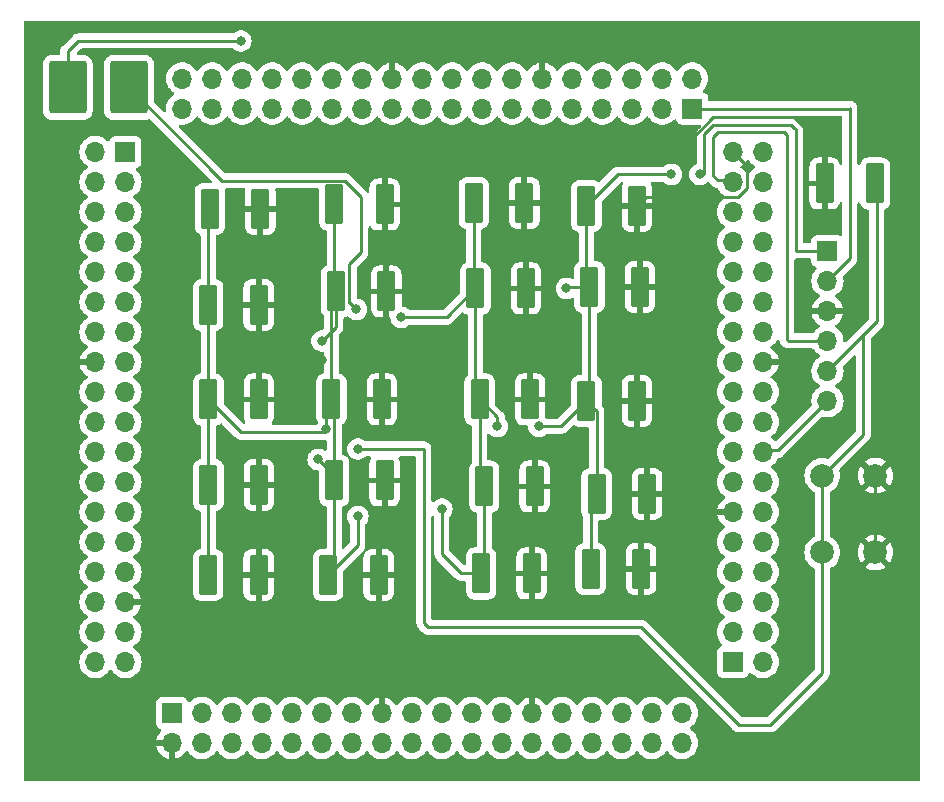
<source format=gbr>
%TF.GenerationSoftware,KiCad,Pcbnew,7.0.0*%
%TF.CreationDate,2023-03-07T12:34:41-06:00*%
%TF.ProjectId,finalproj_breakout,66696e61-6c70-4726-9f6a-5f627265616b,rev?*%
%TF.SameCoordinates,Original*%
%TF.FileFunction,Copper,L2,Bot*%
%TF.FilePolarity,Positive*%
%FSLAX46Y46*%
G04 Gerber Fmt 4.6, Leading zero omitted, Abs format (unit mm)*
G04 Created by KiCad (PCBNEW 7.0.0) date 2023-03-07 12:34:41*
%MOMM*%
%LPD*%
G01*
G04 APERTURE LIST*
G04 Aperture macros list*
%AMRoundRect*
0 Rectangle with rounded corners*
0 $1 Rounding radius*
0 $2 $3 $4 $5 $6 $7 $8 $9 X,Y pos of 4 corners*
0 Add a 4 corners polygon primitive as box body*
4,1,4,$2,$3,$4,$5,$6,$7,$8,$9,$2,$3,0*
0 Add four circle primitives for the rounded corners*
1,1,$1+$1,$2,$3*
1,1,$1+$1,$4,$5*
1,1,$1+$1,$6,$7*
1,1,$1+$1,$8,$9*
0 Add four rect primitives between the rounded corners*
20,1,$1+$1,$2,$3,$4,$5,0*
20,1,$1+$1,$4,$5,$6,$7,0*
20,1,$1+$1,$6,$7,$8,$9,0*
20,1,$1+$1,$8,$9,$2,$3,0*%
G04 Aperture macros list end*
%TA.AperFunction,ComponentPad*%
%ADD10R,1.700000X1.700000*%
%TD*%
%TA.AperFunction,ComponentPad*%
%ADD11O,1.700000X1.700000*%
%TD*%
%TA.AperFunction,ComponentPad*%
%ADD12C,2.000000*%
%TD*%
%TA.AperFunction,SMDPad,CuDef*%
%ADD13RoundRect,0.250000X0.537500X1.450000X-0.537500X1.450000X-0.537500X-1.450000X0.537500X-1.450000X0*%
%TD*%
%TA.AperFunction,SMDPad,CuDef*%
%ADD14RoundRect,0.250000X1.350000X1.975000X-1.350000X1.975000X-1.350000X-1.975000X1.350000X-1.975000X0*%
%TD*%
%TA.AperFunction,ViaPad*%
%ADD15C,0.800000*%
%TD*%
%TA.AperFunction,Conductor*%
%ADD16C,0.250000*%
%TD*%
G04 APERTURE END LIST*
D10*
%TO.P,J8,1,VDD_TARGET*%
%TO.N,Net-(J8-VDD_TARGET)*%
X226059999Y-65912999D03*
D11*
%TO.P,J8,2,SWCLK*%
%TO.N,PA14*%
X226059999Y-68452999D03*
%TO.P,J8,3,GND*%
%TO.N,VSS*%
X226059999Y-70992999D03*
%TO.P,J8,4,SWDIO*%
%TO.N,PA13*%
X226059999Y-73532999D03*
%TO.P,J8,5,NRST*%
%TO.N,NRST*%
X226059999Y-76072999D03*
%TO.P,J8,6,SWO*%
%TO.N,PG3*%
X226059999Y-78612999D03*
%TD*%
D12*
%TO.P,SW1,1,1*%
%TO.N,NRST*%
X225624000Y-91440000D03*
X225624000Y-84940000D03*
%TO.P,SW1,2,2*%
%TO.N,VSS*%
X230124000Y-91440000D03*
X230124000Y-84940000D03*
%TD*%
D13*
%TO.P,C21,1*%
%TO.N,VSS*%
X188573500Y-61976000D03*
%TO.P,C21,2*%
%TO.N,Net-(J8-VDD_TARGET)*%
X184298500Y-61976000D03*
%TD*%
%TO.P,C16,1*%
%TO.N,VSS*%
X201273500Y-85852000D03*
%TO.P,C16,2*%
%TO.N,Net-(J8-VDD_TARGET)*%
X196998500Y-85852000D03*
%TD*%
%TO.P,C19,1*%
%TO.N,VSS*%
X177927000Y-85725000D03*
%TO.P,C19,2*%
%TO.N,Net-(J8-VDD_TARGET)*%
X173652000Y-85725000D03*
%TD*%
%TO.P,C9,1*%
%TO.N,VSS*%
X200533000Y-69088000D03*
%TO.P,C9,2*%
%TO.N,Net-(J8-VDD_TARGET)*%
X196258000Y-69088000D03*
%TD*%
%TO.P,C4,1*%
%TO.N,VSS*%
X209931000Y-62103000D03*
%TO.P,C4,2*%
%TO.N,Net-(J8-VDD_TARGET)*%
X205656000Y-62103000D03*
%TD*%
D14*
%TO.P,R1,1*%
%TO.N,Net-(U1-BOOT0)*%
X166938000Y-52070000D03*
%TO.P,R1,2*%
%TO.N,BOOT0*%
X161738000Y-52070000D03*
%TD*%
D10*
%TO.P,J3,1,Pin_1*%
%TO.N,PB12*%
X218058999Y-100710999D03*
D11*
%TO.P,J3,2,Pin_2*%
%TO.N,PB13*%
X220598999Y-100710999D03*
%TO.P,J3,3,Pin_3*%
%TO.N,PB14*%
X218058999Y-98170999D03*
%TO.P,J3,4,Pin_4*%
%TO.N,PB15*%
X220598999Y-98170999D03*
%TO.P,J3,5,Pin_5*%
%TO.N,PD8*%
X218058999Y-95630999D03*
%TO.P,J3,6,Pin_6*%
%TO.N,PD9*%
X220598999Y-95630999D03*
%TO.P,J3,7,Pin_7*%
%TO.N,PD10*%
X218058999Y-93090999D03*
%TO.P,J3,8,Pin_8*%
%TO.N,PD11*%
X220598999Y-93090999D03*
%TO.P,J3,9,Pin_9*%
%TO.N,PD12*%
X218058999Y-90550999D03*
%TO.P,J3,10,Pin_10*%
%TO.N,PD13*%
X220598999Y-90550999D03*
%TO.P,J3,11,Pin_11*%
%TO.N,VSS*%
X218058999Y-88010999D03*
%TO.P,J3,12,Pin_12*%
%TO.N,VDD*%
X220598999Y-88010999D03*
%TO.P,J3,13,Pin_13*%
%TO.N,PD14*%
X218058999Y-85470999D03*
%TO.P,J3,14,Pin_14*%
%TO.N,PD15*%
X220598999Y-85470999D03*
%TO.P,J3,15,Pin_15*%
%TO.N,PG2*%
X218058999Y-82930999D03*
%TO.P,J3,16,Pin_16*%
%TO.N,PG3*%
X220598999Y-82930999D03*
%TO.P,J3,17,Pin_17*%
%TO.N,PG4*%
X218058999Y-80390999D03*
%TO.P,J3,18,Pin_18*%
%TO.N,PG5*%
X220598999Y-80390999D03*
%TO.P,J3,19,Pin_19*%
%TO.N,PG6*%
X218058999Y-77850999D03*
%TO.P,J3,20,Pin_20*%
%TO.N,PG7*%
X220598999Y-77850999D03*
%TO.P,J3,21,Pin_21*%
%TO.N,PG8*%
X218058999Y-75310999D03*
%TO.P,J3,22,Pin_22*%
%TO.N,VSS*%
X220598999Y-75310999D03*
%TO.P,J3,23,Pin_23*%
%TO.N,VDDUSB*%
X218058999Y-72770999D03*
%TO.P,J3,24,Pin_24*%
%TO.N,PC6*%
X220598999Y-72770999D03*
%TO.P,J3,25,Pin_25*%
%TO.N,PC7*%
X218058999Y-70230999D03*
%TO.P,J3,26,Pin_26*%
%TO.N,PC8*%
X220598999Y-70230999D03*
%TO.P,J3,27,Pin_27*%
%TO.N,PC9*%
X218058999Y-67690999D03*
%TO.P,J3,28,Pin_28*%
%TO.N,PA8*%
X220598999Y-67690999D03*
%TO.P,J3,29,Pin_29*%
%TO.N,PA9*%
X218058999Y-65150999D03*
%TO.P,J3,30,Pin_30*%
%TO.N,PA10*%
X220598999Y-65150999D03*
%TO.P,J3,31,Pin_31*%
%TO.N,PA11*%
X218058999Y-62610999D03*
%TO.P,J3,32,Pin_32*%
%TO.N,PA12*%
X220598999Y-62610999D03*
%TO.P,J3,33,Pin_33*%
%TO.N,PA13*%
X218058999Y-60070999D03*
%TO.P,J3,34,Pin_34*%
%TO.N,VCAP_2*%
X220598999Y-60070999D03*
%TO.P,J3,35,Pin_35*%
%TO.N,VSS*%
X218058999Y-57530999D03*
%TO.P,J3,36,Pin_36*%
%TO.N,VDD*%
X220598999Y-57530999D03*
%TD*%
D10*
%TO.P,J4,1,Pin_1*%
%TO.N,PA3*%
X170560999Y-105028999D03*
D11*
%TO.P,J4,2,Pin_2*%
%TO.N,VSS*%
X170560999Y-107568999D03*
%TO.P,J4,3,Pin_3*%
%TO.N,VDD*%
X173100999Y-105028999D03*
%TO.P,J4,4,Pin_4*%
%TO.N,PA4*%
X173100999Y-107568999D03*
%TO.P,J4,5,Pin_5*%
%TO.N,PA5*%
X175640999Y-105028999D03*
%TO.P,J4,6,Pin_6*%
%TO.N,PA6*%
X175640999Y-107568999D03*
%TO.P,J4,7,Pin_7*%
%TO.N,PA7*%
X178180999Y-105028999D03*
%TO.P,J4,8,Pin_8*%
%TO.N,PC4*%
X178180999Y-107568999D03*
%TO.P,J4,9,Pin_9*%
%TO.N,PC5*%
X180720999Y-105028999D03*
%TO.P,J4,10,Pin_10*%
%TO.N,PB0*%
X180720999Y-107568999D03*
%TO.P,J4,11,Pin_11*%
%TO.N,PB1*%
X183260999Y-105028999D03*
%TO.P,J4,12,Pin_12*%
%TO.N,PB2*%
X183260999Y-107568999D03*
%TO.P,J4,13,Pin_13*%
%TO.N,PF11*%
X185800999Y-105028999D03*
%TO.P,J4,14,Pin_14*%
%TO.N,PF12*%
X185800999Y-107568999D03*
%TO.P,J4,15,Pin_15*%
%TO.N,VSS*%
X188340999Y-105028999D03*
%TO.P,J4,16,Pin_16*%
%TO.N,VDD*%
X188340999Y-107568999D03*
%TO.P,J4,17,Pin_17*%
%TO.N,PF13*%
X190880999Y-105028999D03*
%TO.P,J4,18,Pin_18*%
%TO.N,PF14*%
X190880999Y-107568999D03*
%TO.P,J4,19,Pin_19*%
%TO.N,PF15*%
X193420999Y-105028999D03*
%TO.P,J4,20,Pin_20*%
%TO.N,PG0*%
X193420999Y-107568999D03*
%TO.P,J4,21,Pin_21*%
%TO.N,PG1*%
X195960999Y-105028999D03*
%TO.P,J4,22,Pin_22*%
%TO.N,PE7*%
X195960999Y-107568999D03*
%TO.P,J4,23,Pin_23*%
%TO.N,PE8*%
X198500999Y-105028999D03*
%TO.P,J4,24,Pin_24*%
%TO.N,PE9*%
X198500999Y-107568999D03*
%TO.P,J4,25,Pin_25*%
%TO.N,VSS*%
X201040999Y-105028999D03*
%TO.P,J4,26,Pin_26*%
%TO.N,VDD*%
X201040999Y-107568999D03*
%TO.P,J4,27,Pin_27*%
%TO.N,PE10*%
X203580999Y-105028999D03*
%TO.P,J4,28,Pin_28*%
%TO.N,PE11*%
X203580999Y-107568999D03*
%TO.P,J4,29,Pin_29*%
%TO.N,PE12*%
X206120999Y-105028999D03*
%TO.P,J4,30,Pin_30*%
%TO.N,PE13*%
X206120999Y-107568999D03*
%TO.P,J4,31,Pin_31*%
%TO.N,PE14*%
X208660999Y-105028999D03*
%TO.P,J4,32,Pin_32*%
%TO.N,PE15*%
X208660999Y-107568999D03*
%TO.P,J4,33,Pin_33*%
%TO.N,PB10*%
X211200999Y-105028999D03*
%TO.P,J4,34,Pin_34*%
%TO.N,PB11*%
X211200999Y-107568999D03*
%TO.P,J4,35,Pin_35*%
%TO.N,VCAP_1*%
X213740999Y-105028999D03*
%TO.P,J4,36,Pin_36*%
%TO.N,VDD*%
X213740999Y-107568999D03*
%TD*%
D13*
%TO.P,C11,1*%
%TO.N,VSS*%
X177905500Y-70485000D03*
%TO.P,C11,2*%
%TO.N,Net-(J8-VDD_TARGET)*%
X173630500Y-70485000D03*
%TD*%
%TO.P,C12,1*%
%TO.N,VSS*%
X210185000Y-68961000D03*
%TO.P,C12,2*%
%TO.N,Net-(J8-VDD_TARGET)*%
X205910000Y-68961000D03*
%TD*%
%TO.P,C14,1*%
%TO.N,VSS*%
X209931000Y-78613000D03*
%TO.P,C14,2*%
%TO.N,Net-(J8-VDD_TARGET)*%
X205656000Y-78613000D03*
%TD*%
%TO.P,C23,1*%
%TO.N,NRST*%
X230102500Y-60198000D03*
%TO.P,C23,2*%
%TO.N,VSS*%
X225827500Y-60198000D03*
%TD*%
%TO.P,C20,1*%
%TO.N,VSS*%
X188573500Y-85344000D03*
%TO.P,C20,2*%
%TO.N,Net-(J8-VDD_TARGET)*%
X184298500Y-85344000D03*
%TD*%
D10*
%TO.P,J2,1,Pin_1*%
%TO.N,PE2*%
X166623999Y-57530999D03*
D11*
%TO.P,J2,2,Pin_2*%
%TO.N,PE3*%
X164083999Y-57530999D03*
%TO.P,J2,3,Pin_3*%
%TO.N,PE4*%
X166623999Y-60070999D03*
%TO.P,J2,4,Pin_4*%
%TO.N,PE5*%
X164083999Y-60070999D03*
%TO.P,J2,5,Pin_5*%
%TO.N,PE6*%
X166623999Y-62610999D03*
%TO.P,J2,6,Pin_6*%
%TO.N,VBAT*%
X164083999Y-62610999D03*
%TO.P,J2,7,Pin_7*%
%TO.N,PC13*%
X166623999Y-65150999D03*
%TO.P,J2,8,Pin_8*%
%TO.N,PC14*%
X164083999Y-65150999D03*
%TO.P,J2,9,Pin_9*%
%TO.N,PC15*%
X166623999Y-67690999D03*
%TO.P,J2,10,Pin_10*%
%TO.N,PF0*%
X164083999Y-67690999D03*
%TO.P,J2,11,Pin_11*%
%TO.N,PF1*%
X166623999Y-70230999D03*
%TO.P,J2,12,Pin_12*%
%TO.N,PF2*%
X164083999Y-70230999D03*
%TO.P,J2,13,Pin_13*%
%TO.N,PF3*%
X166623999Y-72770999D03*
%TO.P,J2,14,Pin_14*%
%TO.N,PF4*%
X164083999Y-72770999D03*
%TO.P,J2,15,Pin_15*%
%TO.N,PF5*%
X166623999Y-75310999D03*
%TO.P,J2,16,Pin_16*%
%TO.N,VSS*%
X164083999Y-75310999D03*
%TO.P,J2,17,Pin_17*%
%TO.N,VDD*%
X166623999Y-77850999D03*
%TO.P,J2,18,Pin_18*%
%TO.N,PF6*%
X164083999Y-77850999D03*
%TO.P,J2,19,Pin_19*%
%TO.N,PF7*%
X166623999Y-80390999D03*
%TO.P,J2,20,Pin_20*%
%TO.N,PF8*%
X164083999Y-80390999D03*
%TO.P,J2,21,Pin_21*%
%TO.N,PF9*%
X166623999Y-82930999D03*
%TO.P,J2,22,Pin_22*%
%TO.N,PF10*%
X164083999Y-82930999D03*
%TO.P,J2,23,Pin_23*%
%TO.N,PH0*%
X166623999Y-85470999D03*
%TO.P,J2,24,Pin_24*%
%TO.N,PH1*%
X164083999Y-85470999D03*
%TO.P,J2,25,Pin_25*%
%TO.N,NRST*%
X166623999Y-88010999D03*
%TO.P,J2,26,Pin_26*%
%TO.N,PC0*%
X164083999Y-88010999D03*
%TO.P,J2,27,Pin_27*%
%TO.N,PC1*%
X166623999Y-90550999D03*
%TO.P,J2,28,Pin_28*%
%TO.N,PC2*%
X164083999Y-90550999D03*
%TO.P,J2,29,Pin_29*%
%TO.N,PC3*%
X166623999Y-93090999D03*
%TO.P,J2,30,Pin_30*%
%TO.N,VDD*%
X164083999Y-93090999D03*
%TO.P,J2,31,Pin_31*%
%TO.N,VSS*%
X166623999Y-95630999D03*
%TO.P,J2,32,Pin_32*%
%TO.N,VREF+*%
X164083999Y-95630999D03*
%TO.P,J2,33,Pin_33*%
%TO.N,VDDA*%
X166623999Y-98170999D03*
%TO.P,J2,34,Pin_34*%
%TO.N,PA0*%
X164083999Y-98170999D03*
%TO.P,J2,35,Pin_35*%
%TO.N,PA1*%
X166623999Y-100710999D03*
%TO.P,J2,36,Pin_36*%
%TO.N,PA2*%
X164083999Y-100710999D03*
%TD*%
D13*
%TO.P,C6,1*%
%TO.N,VSS*%
X188341000Y-78486000D03*
%TO.P,C6,2*%
%TO.N,Net-(J8-VDD_TARGET)*%
X184066000Y-78486000D03*
%TD*%
%TO.P,C18,1*%
%TO.N,VSS*%
X177905500Y-93345000D03*
%TO.P,C18,2*%
%TO.N,Net-(J8-VDD_TARGET)*%
X173630500Y-93345000D03*
%TD*%
%TO.P,C7,1*%
%TO.N,VSS*%
X177927000Y-78486000D03*
%TO.P,C7,2*%
%TO.N,Net-(J8-VDD_TARGET)*%
X173652000Y-78486000D03*
%TD*%
%TO.P,C5,1*%
%TO.N,VSS*%
X188722000Y-69342000D03*
%TO.P,C5,2*%
%TO.N,Net-(J8-VDD_TARGET)*%
X184447000Y-69342000D03*
%TD*%
D10*
%TO.P,J1,1,Pin_1*%
%TO.N,PA14*%
X214614999Y-53852999D03*
D11*
%TO.P,J1,2,Pin_2*%
%TO.N,PA15*%
X214614999Y-51312999D03*
%TO.P,J1,3,Pin_3*%
%TO.N,PC10*%
X212074999Y-53852999D03*
%TO.P,J1,4,Pin_4*%
%TO.N,PC11*%
X212074999Y-51312999D03*
%TO.P,J1,5,Pin_5*%
%TO.N,PC12*%
X209534999Y-53852999D03*
%TO.P,J1,6,Pin_6*%
%TO.N,PD0*%
X209534999Y-51312999D03*
%TO.P,J1,7,Pin_7*%
%TO.N,PD1*%
X206994999Y-53852999D03*
%TO.P,J1,8,Pin_8*%
%TO.N,PD2*%
X206994999Y-51312999D03*
%TO.P,J1,9,Pin_9*%
%TO.N,PD3*%
X204454999Y-53852999D03*
%TO.P,J1,10,Pin_10*%
%TO.N,PD4*%
X204454999Y-51312999D03*
%TO.P,J1,11,Pin_11*%
%TO.N,PD5*%
X201914999Y-53852999D03*
%TO.P,J1,12,Pin_12*%
%TO.N,VSS*%
X201914999Y-51312999D03*
%TO.P,J1,13,Pin_13*%
%TO.N,VDDSDMMC*%
X199374999Y-53852999D03*
%TO.P,J1,14,Pin_14*%
%TO.N,PD6*%
X199374999Y-51312999D03*
%TO.P,J1,15,Pin_15*%
%TO.N,PD7*%
X196834999Y-53852999D03*
%TO.P,J1,16,Pin_16*%
%TO.N,PG9*%
X196834999Y-51312999D03*
%TO.P,J1,17,Pin_17*%
%TO.N,PG10*%
X194294999Y-53852999D03*
%TO.P,J1,18,Pin_18*%
%TO.N,PG11*%
X194294999Y-51312999D03*
%TO.P,J1,19,Pin_19*%
%TO.N,PG12*%
X191754999Y-53852999D03*
%TO.P,J1,20,Pin_20*%
%TO.N,PG13*%
X191754999Y-51312999D03*
%TO.P,J1,21,Pin_21*%
%TO.N,PG14*%
X189214999Y-53852999D03*
%TO.P,J1,22,Pin_22*%
%TO.N,VSS*%
X189214999Y-51312999D03*
%TO.P,J1,23,Pin_23*%
%TO.N,VDD*%
X186674999Y-53852999D03*
%TO.P,J1,24,Pin_24*%
%TO.N,PG15*%
X186674999Y-51312999D03*
%TO.P,J1,25,Pin_25*%
%TO.N,PB3*%
X184134999Y-53852999D03*
%TO.P,J1,26,Pin_26*%
%TO.N,PB4*%
X184134999Y-51312999D03*
%TO.P,J1,27,Pin_27*%
%TO.N,PB5*%
X181594999Y-53852999D03*
%TO.P,J1,28,Pin_28*%
%TO.N,PB6*%
X181594999Y-51312999D03*
%TO.P,J1,29,Pin_29*%
%TO.N,PB7*%
X179054999Y-53852999D03*
%TO.P,J1,30,Pin_30*%
%TO.N,BOOT0*%
X179054999Y-51312999D03*
%TO.P,J1,31,Pin_31*%
%TO.N,PB8*%
X176514999Y-53852999D03*
%TO.P,J1,32,Pin_32*%
%TO.N,PB9*%
X176514999Y-51312999D03*
%TO.P,J1,33,Pin_33*%
%TO.N,PE0*%
X173974999Y-53852999D03*
%TO.P,J1,34,Pin_34*%
%TO.N,PE1*%
X173974999Y-51312999D03*
%TO.P,J1,35,Pin_35*%
%TO.N,PDR_ON*%
X171434999Y-53852999D03*
%TO.P,J1,36,Pin_36*%
%TO.N,VDD*%
X171434999Y-51312999D03*
%TD*%
D13*
%TO.P,C15,1*%
%TO.N,VSS*%
X188065500Y-93345000D03*
%TO.P,C15,2*%
%TO.N,Net-(J8-VDD_TARGET)*%
X183790500Y-93345000D03*
%TD*%
%TO.P,C8,1*%
%TO.N,VSS*%
X200892500Y-78486000D03*
%TO.P,C8,2*%
%TO.N,Net-(J8-VDD_TARGET)*%
X196617500Y-78486000D03*
%TD*%
%TO.P,C13,1*%
%TO.N,VSS*%
X210798500Y-86487000D03*
%TO.P,C13,2*%
%TO.N,Net-(J8-VDD_TARGET)*%
X206523500Y-86487000D03*
%TD*%
%TO.P,C3,1*%
%TO.N,VSS*%
X200406000Y-61849000D03*
%TO.P,C3,2*%
%TO.N,Net-(J8-VDD_TARGET)*%
X196131000Y-61849000D03*
%TD*%
%TO.P,C10,1*%
%TO.N,VSS*%
X210290500Y-92837000D03*
%TO.P,C10,2*%
%TO.N,Net-(J8-VDD_TARGET)*%
X206015500Y-92837000D03*
%TD*%
%TO.P,C17,1*%
%TO.N,VSS*%
X201019500Y-93218000D03*
%TO.P,C17,2*%
%TO.N,Net-(J8-VDD_TARGET)*%
X196744500Y-93218000D03*
%TD*%
%TO.P,C22,1*%
%TO.N,VSS*%
X178054000Y-62357000D03*
%TO.P,C22,2*%
%TO.N,Net-(J8-VDD_TARGET)*%
X173779000Y-62357000D03*
%TD*%
D15*
%TO.N,BOOT0*%
X176403000Y-48133000D03*
%TO.N,VSS*%
X183261000Y-75184000D03*
%TO.N,Net-(J8-VDD_TARGET)*%
X186309000Y-88392000D03*
X212852000Y-59436000D03*
X215265000Y-59436000D03*
%TO.N,VSS*%
X201295000Y-83058000D03*
%TO.N,NRST*%
X186309000Y-82677000D03*
%TO.N,Net-(U1-BOOT0)*%
X186182000Y-70866000D03*
%TO.N,Net-(J8-VDD_TARGET)*%
X193421000Y-87757000D03*
X183642000Y-81026000D03*
X183261000Y-73533000D03*
X189979277Y-71530687D03*
X201622662Y-80763365D03*
X198120000Y-80772000D03*
X182952500Y-83566000D03*
X203962000Y-69088000D03*
%TD*%
D16*
%TO.N,Net-(J8-VDD_TARGET)*%
X173630500Y-70485000D02*
X173630500Y-62505500D01*
X173652000Y-78486000D02*
X173652000Y-70506500D01*
X173652000Y-70506500D02*
X173630500Y-70485000D01*
X206015500Y-92837000D02*
X206015500Y-86995000D01*
X206015500Y-86995000D02*
X206523500Y-86487000D01*
%TO.N,BOOT0*%
X175006000Y-48133000D02*
X176403000Y-48133000D01*
X162627000Y-48133000D02*
X175006000Y-48133000D01*
X161738000Y-49022000D02*
X162627000Y-48133000D01*
X161738000Y-52070000D02*
X161738000Y-49022000D01*
%TO.N,VSS*%
X179959000Y-78486000D02*
X183261000Y-75184000D01*
X177927000Y-78486000D02*
X179959000Y-78486000D01*
%TO.N,Net-(J8-VDD_TARGET)*%
X173652000Y-78486000D02*
X176446000Y-81280000D01*
X176446000Y-81280000D02*
X183388000Y-81280000D01*
X183388000Y-81280000D02*
X183642000Y-81026000D01*
X186309000Y-90826500D02*
X186309000Y-88392000D01*
X183790500Y-93345000D02*
X186309000Y-90826500D01*
%TO.N,VSS*%
X216406604Y-54610000D02*
X223266000Y-54610000D01*
X213995000Y-57021604D02*
X216406604Y-54610000D01*
X213995000Y-61341000D02*
X213995000Y-57021604D01*
X215392000Y-61341000D02*
X213995000Y-61341000D01*
X223266000Y-54610000D02*
X225827500Y-57171500D01*
X213995000Y-61341000D02*
X210693000Y-61341000D01*
X225827500Y-57171500D02*
X225827500Y-60198000D01*
%TO.N,Net-(J8-VDD_TARGET)*%
X212852000Y-59436000D02*
X208323000Y-59436000D01*
X215646000Y-56007000D02*
X215646000Y-59436000D01*
X216408000Y-55245000D02*
X215646000Y-56007000D01*
X223393000Y-55626000D02*
X223266000Y-55499000D01*
X223266000Y-55499000D02*
X223012000Y-55245000D01*
X223012000Y-55245000D02*
X216408000Y-55245000D01*
X223393000Y-65913000D02*
X223393000Y-55626000D01*
X208323000Y-59436000D02*
X205656000Y-62103000D01*
X226060000Y-65913000D02*
X223393000Y-65913000D01*
X215646000Y-59436000D02*
X215265000Y-59436000D01*
%TO.N,VSS*%
X218450701Y-61341000D02*
X215392000Y-61341000D01*
X218059000Y-57531000D02*
X219234000Y-58706000D01*
X219234000Y-58706000D02*
X219234000Y-60557701D01*
X219234000Y-60557701D02*
X218450701Y-61341000D01*
X210693000Y-61341000D02*
X209931000Y-62103000D01*
X201273500Y-83079500D02*
X201295000Y-83058000D01*
X201273500Y-85852000D02*
X201273500Y-83079500D01*
%TO.N,NRST*%
X191897000Y-83439000D02*
X191897000Y-82677000D01*
X191897000Y-82677000D02*
X186309000Y-82677000D01*
X218567000Y-106045000D02*
X210312000Y-97790000D01*
X225624000Y-91440000D02*
X225624000Y-101655000D01*
X192278000Y-97790000D02*
X191897000Y-97409000D01*
X221234000Y-106045000D02*
X218567000Y-106045000D01*
X225624000Y-101655000D02*
X221234000Y-106045000D01*
X191897000Y-97409000D02*
X191897000Y-83439000D01*
X210312000Y-97790000D02*
X192278000Y-97790000D01*
%TO.N,VSS*%
X230124000Y-84940000D02*
X230124000Y-91440000D01*
%TO.N,NRST*%
X226060000Y-76073000D02*
X229235000Y-72898000D01*
X229108000Y-73025000D02*
X229235000Y-72898000D01*
X229235000Y-72898000D02*
X230251000Y-71882000D01*
X225624000Y-84940000D02*
X229108000Y-81456000D01*
X229108000Y-81456000D02*
X229108000Y-73025000D01*
X225624000Y-84940000D02*
X225624000Y-91440000D01*
%TO.N,PG3*%
X226060000Y-78613000D02*
X221869000Y-82804000D01*
X221869000Y-82804000D02*
X220599000Y-82804000D01*
%TO.N,NRST*%
X230251000Y-71882000D02*
X230251000Y-60346500D01*
X230251000Y-60346500D02*
X230102500Y-60198000D01*
%TO.N,PA13*%
X226060000Y-73533000D02*
X222758000Y-73533000D01*
X222377000Y-55880000D02*
X216789000Y-55880000D01*
X222758000Y-73533000D02*
X222631000Y-73406000D01*
X222631000Y-73406000D02*
X222631000Y-56134000D01*
X222631000Y-56134000D02*
X222377000Y-55880000D01*
X216789000Y-55880000D02*
X216408000Y-56261000D01*
X216408000Y-56261000D02*
X216408000Y-59563000D01*
X216408000Y-59563000D02*
X216789000Y-59944000D01*
X216789000Y-59944000D02*
X218059000Y-59944000D01*
%TO.N,PA14*%
X227965000Y-66548000D02*
X227965000Y-53848000D01*
X226060000Y-68453000D02*
X227965000Y-66548000D01*
X227965000Y-53848000D02*
X227960000Y-53853000D01*
X227960000Y-53853000D02*
X214615000Y-53853000D01*
%TO.N,Net-(U1-BOOT0)*%
X185182000Y-59951000D02*
X174819000Y-59951000D01*
X186563000Y-61332000D02*
X185182000Y-59951000D01*
X186563000Y-66040000D02*
X185547000Y-67056000D01*
X185674000Y-70358000D02*
X186182000Y-70866000D01*
X186563000Y-61332000D02*
X186563000Y-66040000D01*
X174819000Y-59951000D02*
X166938000Y-52070000D01*
X185559500Y-70358000D02*
X185674000Y-70358000D01*
X185547000Y-67056000D02*
X185559500Y-67068500D01*
X185559500Y-67068500D02*
X185559500Y-70358000D01*
%TO.N,VSS*%
X210798500Y-86487000D02*
X210830500Y-86519000D01*
X177927000Y-93323500D02*
X177905500Y-93345000D01*
X210185000Y-62357000D02*
X209931000Y-62103000D01*
X200533000Y-69088000D02*
X200892500Y-69447500D01*
X177905500Y-93345000D02*
X178181000Y-93345000D01*
X200406000Y-61849000D02*
X200533000Y-61976000D01*
X209931000Y-69215000D02*
X210185000Y-68961000D01*
X188722000Y-62124500D02*
X188573500Y-61976000D01*
X188573500Y-78718500D02*
X188341000Y-78486000D01*
%TO.N,Net-(J8-VDD_TARGET)*%
X196258000Y-69088000D02*
X193815313Y-71530687D01*
X173652000Y-78486000D02*
X173652000Y-85725000D01*
X173652000Y-85725000D02*
X173652000Y-93323500D01*
X205910000Y-68961000D02*
X205656000Y-68707000D01*
X196131000Y-68961000D02*
X196258000Y-69088000D01*
X193815313Y-71530687D02*
X189979277Y-71530687D01*
X184066000Y-78486000D02*
X184066000Y-69723000D01*
X196617500Y-85471000D02*
X196998500Y-85852000D01*
X204089000Y-68961000D02*
X203962000Y-69088000D01*
X205656000Y-68707000D02*
X205656000Y-62103000D01*
X205910000Y-78359000D02*
X205910000Y-68961000D01*
X198120000Y-79988500D02*
X198120000Y-80772000D01*
X196998500Y-85852000D02*
X196998500Y-92964000D01*
X184447000Y-72347000D02*
X183261000Y-73533000D01*
X184298500Y-78718500D02*
X184066000Y-78486000D01*
X184298500Y-85344000D02*
X184298500Y-78718500D01*
X196258000Y-78126500D02*
X196617500Y-78486000D01*
X193421000Y-91567000D02*
X193421000Y-87757000D01*
X184066000Y-78486000D02*
X183642000Y-78910000D01*
X196131000Y-61849000D02*
X196131000Y-68961000D01*
X205910000Y-68961000D02*
X204089000Y-68961000D01*
X206523500Y-86487000D02*
X206523500Y-79480500D01*
X184066000Y-69723000D02*
X184447000Y-69342000D01*
X196617500Y-78486000D02*
X196617500Y-85471000D01*
X203505635Y-80763365D02*
X201622662Y-80763365D01*
X184447000Y-69342000D02*
X184298500Y-69193500D01*
X196744500Y-93218000D02*
X195072000Y-93218000D01*
X195072000Y-93218000D02*
X193421000Y-91567000D01*
X184298500Y-69193500D02*
X184298500Y-61976000D01*
X196617500Y-78486000D02*
X198120000Y-79988500D01*
X173652000Y-93323500D02*
X173630500Y-93345000D01*
X205656000Y-78613000D02*
X203505635Y-80763365D01*
X184298500Y-92837000D02*
X184298500Y-85344000D01*
X184298500Y-84912000D02*
X182952500Y-83566000D01*
X205656000Y-78613000D02*
X205910000Y-78359000D01*
X183642000Y-78910000D02*
X183642000Y-81026000D01*
X184298500Y-85344000D02*
X184298500Y-84912000D01*
X196258000Y-69088000D02*
X196258000Y-78126500D01*
X184447000Y-69342000D02*
X184447000Y-72347000D01*
X206523500Y-79480500D02*
X205656000Y-78613000D01*
X183790500Y-93345000D02*
X184298500Y-92837000D01*
%TD*%
%TA.AperFunction,Conductor*%
%TO.N,VSS*%
G36*
X221932585Y-73411503D02*
G01*
X221978083Y-73449206D01*
X222000200Y-73501858D01*
X222000327Y-73505889D01*
X222002501Y-73513375D01*
X222002503Y-73513382D01*
X222006022Y-73525495D01*
X222009967Y-73544542D01*
X222012526Y-73564797D01*
X222015395Y-73572045D01*
X222015398Y-73572054D01*
X222028838Y-73606001D01*
X222032621Y-73617048D01*
X222044982Y-73659593D01*
X222048953Y-73666308D01*
X222048954Y-73666310D01*
X222055375Y-73677168D01*
X222063930Y-73694631D01*
X222071448Y-73713617D01*
X222076030Y-73719924D01*
X222076031Y-73719925D01*
X222097491Y-73749462D01*
X222103905Y-73759227D01*
X222126458Y-73797362D01*
X222131976Y-73802880D01*
X222140889Y-73811793D01*
X222153525Y-73826588D01*
X222160938Y-73836791D01*
X222160943Y-73836796D01*
X222165528Y-73843107D01*
X222171538Y-73848079D01*
X222171539Y-73848080D01*
X222199665Y-73871348D01*
X222208305Y-73879210D01*
X222254298Y-73925203D01*
X222261898Y-73933555D01*
X222266000Y-73940018D01*
X222271685Y-73945357D01*
X222271688Y-73945360D01*
X222315667Y-73986659D01*
X222318464Y-73989369D01*
X222338230Y-74009135D01*
X222341306Y-74011521D01*
X222341503Y-74011674D01*
X222350383Y-74019259D01*
X222373535Y-74041000D01*
X222382679Y-74049586D01*
X222400565Y-74059418D01*
X222416829Y-74070102D01*
X222426792Y-74077831D01*
X222426795Y-74077833D01*
X222432959Y-74082614D01*
X222440122Y-74085713D01*
X222440123Y-74085714D01*
X222473616Y-74100207D01*
X222484112Y-74105348D01*
X222522940Y-74126695D01*
X222542716Y-74131772D01*
X222561123Y-74138075D01*
X222572691Y-74143081D01*
X222572692Y-74143081D01*
X222579855Y-74146181D01*
X222623621Y-74153112D01*
X222635041Y-74155477D01*
X222677970Y-74166500D01*
X222698385Y-74166500D01*
X222717783Y-74168027D01*
X222737943Y-74171220D01*
X222776476Y-74167577D01*
X222782058Y-74167050D01*
X222793727Y-74166500D01*
X224784044Y-74166500D01*
X224843062Y-74181445D01*
X224887853Y-74222679D01*
X224981470Y-74365972D01*
X224981478Y-74365982D01*
X224984278Y-74370268D01*
X224987752Y-74374041D01*
X224987753Y-74374043D01*
X225133288Y-74532135D01*
X225133291Y-74532138D01*
X225136760Y-74535906D01*
X225140801Y-74539051D01*
X225310376Y-74671039D01*
X225310381Y-74671042D01*
X225314424Y-74674189D01*
X225318931Y-74676628D01*
X225318934Y-74676630D01*
X225350930Y-74693945D01*
X225398436Y-74739526D01*
X225415913Y-74803000D01*
X225398436Y-74866474D01*
X225350930Y-74912055D01*
X225318934Y-74929369D01*
X225318922Y-74929376D01*
X225314424Y-74931811D01*
X225310389Y-74934951D01*
X225310376Y-74934960D01*
X225140801Y-75066948D01*
X225140795Y-75066952D01*
X225136760Y-75070094D01*
X225133297Y-75073855D01*
X225133288Y-75073864D01*
X224987753Y-75231956D01*
X224987747Y-75231963D01*
X224984278Y-75235732D01*
X224981481Y-75240012D01*
X224981474Y-75240022D01*
X224863942Y-75419920D01*
X224861140Y-75424209D01*
X224859085Y-75428892D01*
X224859080Y-75428903D01*
X224808425Y-75544387D01*
X224770704Y-75630384D01*
X224769446Y-75635349D01*
X224769445Y-75635354D01*
X224716695Y-75843657D01*
X224716693Y-75843666D01*
X224715436Y-75848632D01*
X224715012Y-75853741D01*
X224715011Y-75853751D01*
X224697268Y-76067883D01*
X224696844Y-76073000D01*
X224697268Y-76078117D01*
X224715011Y-76292248D01*
X224715012Y-76292256D01*
X224715436Y-76297368D01*
X224716692Y-76302326D01*
X224716695Y-76302342D01*
X224764850Y-76492500D01*
X224770704Y-76515616D01*
X224772764Y-76520312D01*
X224859080Y-76717096D01*
X224859083Y-76717101D01*
X224861140Y-76721791D01*
X224920505Y-76812656D01*
X224981474Y-76905977D01*
X224981477Y-76905981D01*
X224984278Y-76910268D01*
X224987752Y-76914041D01*
X224987753Y-76914043D01*
X225133288Y-77072135D01*
X225133291Y-77072138D01*
X225136760Y-77075906D01*
X225140801Y-77079051D01*
X225310376Y-77211039D01*
X225310381Y-77211042D01*
X225314424Y-77214189D01*
X225318931Y-77216628D01*
X225318934Y-77216630D01*
X225350930Y-77233945D01*
X225398436Y-77279526D01*
X225415913Y-77343000D01*
X225398436Y-77406474D01*
X225350930Y-77452055D01*
X225318934Y-77469369D01*
X225318922Y-77469376D01*
X225314424Y-77471811D01*
X225310389Y-77474951D01*
X225310376Y-77474960D01*
X225140801Y-77606948D01*
X225140795Y-77606952D01*
X225136760Y-77610094D01*
X225133297Y-77613855D01*
X225133288Y-77613864D01*
X224987753Y-77771956D01*
X224987747Y-77771963D01*
X224984278Y-77775732D01*
X224981481Y-77780012D01*
X224981474Y-77780022D01*
X224863942Y-77959920D01*
X224861140Y-77964209D01*
X224859085Y-77968892D01*
X224859080Y-77968903D01*
X224772764Y-78165687D01*
X224770704Y-78170384D01*
X224769446Y-78175349D01*
X224769445Y-78175354D01*
X224716695Y-78383657D01*
X224716693Y-78383666D01*
X224715436Y-78388632D01*
X224715012Y-78393741D01*
X224715011Y-78393751D01*
X224705498Y-78508561D01*
X224696844Y-78613000D01*
X224697268Y-78618117D01*
X224715011Y-78832248D01*
X224715012Y-78832256D01*
X224715436Y-78837368D01*
X224716693Y-78842335D01*
X224716695Y-78842342D01*
X224743461Y-78948037D01*
X224742806Y-79011395D01*
X224710936Y-79066158D01*
X221770245Y-82006848D01*
X221713005Y-82039373D01*
X221647183Y-82038012D01*
X221591336Y-82003151D01*
X221522240Y-81928094D01*
X221505452Y-81915027D01*
X221348623Y-81792960D01*
X221348615Y-81792955D01*
X221344576Y-81789811D01*
X221340069Y-81787372D01*
X221340060Y-81787366D01*
X221308068Y-81770053D01*
X221260562Y-81724471D01*
X221243086Y-81660996D01*
X221260565Y-81597522D01*
X221308067Y-81551946D01*
X221344576Y-81532189D01*
X221522240Y-81393906D01*
X221674722Y-81228268D01*
X221797860Y-81039791D01*
X221888296Y-80833616D01*
X221943564Y-80615368D01*
X221962156Y-80391000D01*
X221943564Y-80166632D01*
X221888296Y-79948384D01*
X221797860Y-79742209D01*
X221674722Y-79553732D01*
X221639325Y-79515281D01*
X221525711Y-79391864D01*
X221525708Y-79391861D01*
X221522240Y-79388094D01*
X221462954Y-79341949D01*
X221348623Y-79252960D01*
X221348615Y-79252955D01*
X221344576Y-79249811D01*
X221340064Y-79247369D01*
X221340061Y-79247367D01*
X221308070Y-79230055D01*
X221260564Y-79184474D01*
X221243086Y-79121000D01*
X221260564Y-79057526D01*
X221308070Y-79011945D01*
X221326441Y-79002003D01*
X221344576Y-78992189D01*
X221522240Y-78853906D01*
X221674722Y-78688268D01*
X221797860Y-78499791D01*
X221888296Y-78293616D01*
X221943564Y-78075368D01*
X221962156Y-77851000D01*
X221943564Y-77626632D01*
X221888296Y-77408384D01*
X221797860Y-77202209D01*
X221674722Y-77013732D01*
X221575526Y-76905977D01*
X221525711Y-76851864D01*
X221525708Y-76851861D01*
X221522240Y-76848094D01*
X221504276Y-76834112D01*
X221348623Y-76712960D01*
X221348615Y-76712955D01*
X221344576Y-76709811D01*
X221340071Y-76707373D01*
X221340065Y-76707369D01*
X221301305Y-76686394D01*
X221255665Y-76643844D01*
X221236526Y-76584454D01*
X221248734Y-76523263D01*
X221289198Y-76475764D01*
X221465643Y-76352215D01*
X221473909Y-76345278D01*
X221633278Y-76185909D01*
X221640215Y-76177643D01*
X221769498Y-75993008D01*
X221774886Y-75983676D01*
X221870143Y-75779397D01*
X221873831Y-75769263D01*
X221925943Y-75574780D01*
X221926311Y-75563551D01*
X221915369Y-75561000D01*
X220473000Y-75561000D01*
X220411000Y-75544387D01*
X220365613Y-75499000D01*
X220349000Y-75437000D01*
X220349000Y-75185000D01*
X220365613Y-75123000D01*
X220411000Y-75077613D01*
X220473000Y-75061000D01*
X221915369Y-75061000D01*
X221926311Y-75058448D01*
X221925943Y-75047219D01*
X221873831Y-74852736D01*
X221870143Y-74842602D01*
X221774889Y-74638332D01*
X221769491Y-74628982D01*
X221640215Y-74444357D01*
X221633280Y-74436092D01*
X221473909Y-74276721D01*
X221465635Y-74269778D01*
X221289198Y-74146234D01*
X221248734Y-74098735D01*
X221236526Y-74037543D01*
X221255666Y-73978153D01*
X221301304Y-73935606D01*
X221344576Y-73912189D01*
X221522240Y-73773906D01*
X221674722Y-73608268D01*
X221719677Y-73539460D01*
X221774685Y-73455263D01*
X221817860Y-73414920D01*
X221874803Y-73399139D01*
X221932585Y-73411503D01*
G37*
%TD.AperFunction*%
%TA.AperFunction,Conductor*%
G36*
X176717995Y-60598097D02*
G01*
X176762069Y-60635905D01*
X176784097Y-60689633D01*
X176779785Y-60741096D01*
X176780541Y-60741258D01*
X176779277Y-60747160D01*
X176779249Y-60747499D01*
X176779124Y-60747875D01*
X176776305Y-60761041D01*
X176766819Y-60853890D01*
X176766500Y-60860168D01*
X176766500Y-62090674D01*
X176769950Y-62103549D01*
X176782826Y-62107000D01*
X179325173Y-62107000D01*
X179338048Y-62103549D01*
X179341499Y-62090674D01*
X179341499Y-60860171D01*
X179341178Y-60853888D01*
X179331694Y-60761040D01*
X179328876Y-60747877D01*
X179328751Y-60747499D01*
X179328722Y-60747158D01*
X179327459Y-60741256D01*
X179328214Y-60741094D01*
X179323903Y-60689633D01*
X179345931Y-60635905D01*
X179390005Y-60598097D01*
X179446459Y-60584500D01*
X182878500Y-60584500D01*
X182940500Y-60601113D01*
X182985887Y-60646500D01*
X183002500Y-60708500D01*
X183002500Y-63473395D01*
X183002500Y-63473414D01*
X183002501Y-63476544D01*
X183002819Y-63479657D01*
X183002820Y-63479676D01*
X183012424Y-63573686D01*
X183013113Y-63580426D01*
X183015244Y-63586857D01*
X183066611Y-63741877D01*
X183066612Y-63741880D01*
X183068885Y-63748738D01*
X183072674Y-63754881D01*
X183072677Y-63754887D01*
X183104732Y-63806855D01*
X183161970Y-63899652D01*
X183287348Y-64025030D01*
X183386419Y-64086137D01*
X183432112Y-64114322D01*
X183432114Y-64114323D01*
X183438262Y-64118115D01*
X183580004Y-64165082D01*
X183624329Y-64190960D01*
X183654377Y-64232572D01*
X183665000Y-64282788D01*
X183665000Y-67085331D01*
X183645579Y-67151959D01*
X183593456Y-67197666D01*
X183586762Y-67199885D01*
X183580617Y-67203674D01*
X183580611Y-67203678D01*
X183470656Y-67271500D01*
X183435848Y-67292970D01*
X183430740Y-67298077D01*
X183430736Y-67298081D01*
X183315581Y-67413236D01*
X183315577Y-67413240D01*
X183310470Y-67418348D01*
X183306678Y-67424495D01*
X183306677Y-67424497D01*
X183221177Y-67563112D01*
X183221172Y-67563121D01*
X183217385Y-67569262D01*
X183215113Y-67576115D01*
X183215111Y-67576122D01*
X183163741Y-67731149D01*
X183163739Y-67731157D01*
X183161613Y-67737574D01*
X183160925Y-67744302D01*
X183160925Y-67744305D01*
X183151319Y-67838325D01*
X183151318Y-67838340D01*
X183151000Y-67841455D01*
X183151000Y-67844601D01*
X183151000Y-67844602D01*
X183151000Y-70839395D01*
X183151000Y-70839414D01*
X183151001Y-70842544D01*
X183151319Y-70845657D01*
X183151320Y-70845676D01*
X183159210Y-70922907D01*
X183161613Y-70946426D01*
X183163744Y-70952857D01*
X183215111Y-71107877D01*
X183215112Y-71107880D01*
X183217385Y-71114738D01*
X183221174Y-71120881D01*
X183221177Y-71120887D01*
X183248298Y-71164856D01*
X183310470Y-71265652D01*
X183315581Y-71270763D01*
X183396181Y-71351363D01*
X183423061Y-71391591D01*
X183432500Y-71439044D01*
X183432500Y-72414233D01*
X183423061Y-72461686D01*
X183396181Y-72501914D01*
X183309914Y-72588181D01*
X183269686Y-72615061D01*
X183222233Y-72624500D01*
X183165513Y-72624500D01*
X183159154Y-72625851D01*
X183159150Y-72625852D01*
X182985072Y-72662853D01*
X182985061Y-72662856D01*
X182978712Y-72664206D01*
X182972782Y-72666845D01*
X182972773Y-72666849D01*
X182810182Y-72739239D01*
X182810174Y-72739243D01*
X182804248Y-72741882D01*
X182798999Y-72745695D01*
X182798993Y-72745699D01*
X182655000Y-72850316D01*
X182654991Y-72850323D01*
X182649747Y-72854134D01*
X182645403Y-72858957D01*
X182645400Y-72858961D01*
X182527049Y-72990404D01*
X182521960Y-72996056D01*
X182518714Y-73001676D01*
X182518711Y-73001682D01*
X182429721Y-73155817D01*
X182429718Y-73155822D01*
X182426473Y-73161444D01*
X182424467Y-73167616D01*
X182424465Y-73167622D01*
X182369465Y-73336892D01*
X182369463Y-73336901D01*
X182367458Y-73343072D01*
X182366780Y-73349522D01*
X182366778Y-73349532D01*
X182356655Y-73445856D01*
X182347496Y-73533000D01*
X182348175Y-73539460D01*
X182366778Y-73716467D01*
X182366779Y-73716475D01*
X182367458Y-73722928D01*
X182369463Y-73729100D01*
X182369465Y-73729107D01*
X182424465Y-73898377D01*
X182426473Y-73904556D01*
X182429720Y-73910180D01*
X182429721Y-73910182D01*
X182518597Y-74064120D01*
X182521960Y-74069944D01*
X182649747Y-74211866D01*
X182654997Y-74215680D01*
X182655000Y-74215683D01*
X182729469Y-74269788D01*
X182804248Y-74324118D01*
X182978712Y-74401794D01*
X182985070Y-74403145D01*
X182985072Y-74403146D01*
X183021874Y-74410968D01*
X183165513Y-74441500D01*
X183172016Y-74441500D01*
X183308500Y-74441500D01*
X183370500Y-74458113D01*
X183415887Y-74503500D01*
X183432500Y-74565500D01*
X183432500Y-76179212D01*
X183421877Y-76229428D01*
X183391829Y-76271040D01*
X183347504Y-76296917D01*
X183307615Y-76310135D01*
X183212622Y-76341611D01*
X183212615Y-76341613D01*
X183205762Y-76343885D01*
X183199621Y-76347672D01*
X183199612Y-76347677D01*
X183067239Y-76429327D01*
X183054848Y-76436970D01*
X183049740Y-76442077D01*
X183049736Y-76442081D01*
X182934581Y-76557236D01*
X182934577Y-76557240D01*
X182929470Y-76562348D01*
X182925678Y-76568495D01*
X182925677Y-76568497D01*
X182840177Y-76707112D01*
X182840172Y-76707121D01*
X182836385Y-76713262D01*
X182834113Y-76720115D01*
X182834111Y-76720122D01*
X182782741Y-76875149D01*
X182782739Y-76875157D01*
X182780613Y-76881574D01*
X182779925Y-76888302D01*
X182779925Y-76888305D01*
X182770319Y-76982325D01*
X182770318Y-76982340D01*
X182770000Y-76985455D01*
X182770000Y-76988601D01*
X182770000Y-76988602D01*
X182770000Y-79983395D01*
X182770000Y-79983414D01*
X182770001Y-79986544D01*
X182770319Y-79989657D01*
X182770320Y-79989676D01*
X182779748Y-80081959D01*
X182780613Y-80090426D01*
X182782744Y-80096857D01*
X182834111Y-80251877D01*
X182834112Y-80251880D01*
X182836385Y-80258738D01*
X182840174Y-80264881D01*
X182840177Y-80264887D01*
X182900599Y-80362846D01*
X182919047Y-80426140D01*
X182902447Y-80489943D01*
X182847855Y-80584500D01*
X182802468Y-80629887D01*
X182740468Y-80646500D01*
X179114023Y-80646500D01*
X179057728Y-80632985D01*
X179013705Y-80595385D01*
X178991550Y-80541898D01*
X178996092Y-80484182D01*
X179026342Y-80434819D01*
X179051705Y-80409455D01*
X179060609Y-80398194D01*
X179145067Y-80261266D01*
X179151129Y-80248267D01*
X179201875Y-80095125D01*
X179204694Y-80081958D01*
X179214180Y-79989109D01*
X179214500Y-79982832D01*
X179214500Y-78752326D01*
X179211049Y-78739450D01*
X179198174Y-78736000D01*
X176655827Y-78736000D01*
X176642951Y-78739450D01*
X176639501Y-78752326D01*
X176639501Y-79982829D01*
X176639821Y-79989111D01*
X176649305Y-80081959D01*
X176652123Y-80095122D01*
X176702870Y-80248267D01*
X176708932Y-80261266D01*
X176772936Y-80365034D01*
X176791112Y-80421722D01*
X176780774Y-80480347D01*
X176744306Y-80527399D01*
X176690112Y-80552033D01*
X176630683Y-80548571D01*
X176579716Y-80517812D01*
X175818534Y-79756630D01*
X174984318Y-78922413D01*
X174957438Y-78882185D01*
X174947999Y-78834732D01*
X174947999Y-78219674D01*
X176639500Y-78219674D01*
X176642950Y-78232549D01*
X176655826Y-78236000D01*
X177660674Y-78236000D01*
X177673549Y-78232549D01*
X177677000Y-78219674D01*
X178177000Y-78219674D01*
X178180450Y-78232549D01*
X178193326Y-78236000D01*
X179198173Y-78236000D01*
X179211048Y-78232549D01*
X179214499Y-78219674D01*
X179214499Y-76989171D01*
X179214178Y-76982888D01*
X179204694Y-76890040D01*
X179201876Y-76876877D01*
X179151129Y-76723732D01*
X179145067Y-76710733D01*
X179060609Y-76573805D01*
X179051705Y-76562544D01*
X178937955Y-76448794D01*
X178926694Y-76439890D01*
X178789766Y-76355432D01*
X178776767Y-76349370D01*
X178623625Y-76298624D01*
X178610458Y-76295805D01*
X178517609Y-76286319D01*
X178511332Y-76286000D01*
X178193326Y-76286000D01*
X178180450Y-76289450D01*
X178177000Y-76302326D01*
X178177000Y-78219674D01*
X177677000Y-78219674D01*
X177677000Y-76302327D01*
X177673549Y-76289451D01*
X177660674Y-76286001D01*
X177342671Y-76286001D01*
X177336388Y-76286321D01*
X177243540Y-76295805D01*
X177230377Y-76298623D01*
X177077232Y-76349370D01*
X177064233Y-76355432D01*
X176927305Y-76439890D01*
X176916044Y-76448794D01*
X176802294Y-76562544D01*
X176793390Y-76573805D01*
X176708932Y-76710733D01*
X176702870Y-76723732D01*
X176652124Y-76876874D01*
X176649305Y-76890041D01*
X176639819Y-76982890D01*
X176639500Y-76989168D01*
X176639500Y-78219674D01*
X174947999Y-78219674D01*
X174947999Y-76988605D01*
X174947999Y-76988602D01*
X174947999Y-76985456D01*
X174937387Y-76881574D01*
X174881615Y-76713262D01*
X174873931Y-76700805D01*
X174838797Y-76643844D01*
X174788530Y-76562348D01*
X174663152Y-76436970D01*
X174583578Y-76387888D01*
X174518387Y-76347677D01*
X174518381Y-76347674D01*
X174512238Y-76343885D01*
X174505380Y-76341612D01*
X174505377Y-76341611D01*
X174429271Y-76316393D01*
X174370495Y-76296917D01*
X174326171Y-76271040D01*
X174296123Y-76229428D01*
X174285500Y-76179212D01*
X174285500Y-72784664D01*
X174296123Y-72734448D01*
X174326171Y-72692836D01*
X174370497Y-72666958D01*
X174370826Y-72666849D01*
X174490738Y-72627115D01*
X174641652Y-72534030D01*
X174767030Y-72408652D01*
X174860115Y-72257738D01*
X174915887Y-72089426D01*
X174926500Y-71985545D01*
X174926500Y-71981829D01*
X176618001Y-71981829D01*
X176618321Y-71988111D01*
X176627805Y-72080959D01*
X176630623Y-72094122D01*
X176681370Y-72247267D01*
X176687432Y-72260266D01*
X176771890Y-72397194D01*
X176780794Y-72408455D01*
X176894544Y-72522205D01*
X176905805Y-72531109D01*
X177042733Y-72615567D01*
X177055732Y-72621629D01*
X177208874Y-72672375D01*
X177222041Y-72675194D01*
X177314890Y-72684680D01*
X177321168Y-72685000D01*
X177639174Y-72685000D01*
X177652049Y-72681549D01*
X177655500Y-72668674D01*
X177655500Y-72668673D01*
X178155500Y-72668673D01*
X178158950Y-72681548D01*
X178171826Y-72684999D01*
X178489829Y-72684999D01*
X178496111Y-72684678D01*
X178588959Y-72675194D01*
X178602122Y-72672376D01*
X178755267Y-72621629D01*
X178768266Y-72615567D01*
X178905194Y-72531109D01*
X178916455Y-72522205D01*
X179030205Y-72408455D01*
X179039109Y-72397194D01*
X179123567Y-72260266D01*
X179129629Y-72247267D01*
X179180375Y-72094125D01*
X179183194Y-72080958D01*
X179192680Y-71988109D01*
X179193000Y-71981832D01*
X179193000Y-70751326D01*
X179189549Y-70738450D01*
X179176674Y-70735000D01*
X178171826Y-70735000D01*
X178158950Y-70738450D01*
X178155500Y-70751326D01*
X178155500Y-72668673D01*
X177655500Y-72668673D01*
X177655500Y-70751326D01*
X177652049Y-70738450D01*
X177639174Y-70735000D01*
X176634327Y-70735000D01*
X176621451Y-70738450D01*
X176618001Y-70751326D01*
X176618001Y-71981829D01*
X174926500Y-71981829D01*
X174926499Y-70218674D01*
X176618000Y-70218674D01*
X176621450Y-70231549D01*
X176634326Y-70235000D01*
X177639174Y-70235000D01*
X177652049Y-70231549D01*
X177655500Y-70218674D01*
X178155500Y-70218674D01*
X178158950Y-70231549D01*
X178171826Y-70235000D01*
X179176673Y-70235000D01*
X179189548Y-70231549D01*
X179192999Y-70218674D01*
X179192999Y-68988171D01*
X179192678Y-68981888D01*
X179183194Y-68889040D01*
X179180376Y-68875877D01*
X179129629Y-68722732D01*
X179123567Y-68709733D01*
X179039109Y-68572805D01*
X179030205Y-68561544D01*
X178916455Y-68447794D01*
X178905194Y-68438890D01*
X178768266Y-68354432D01*
X178755267Y-68348370D01*
X178602125Y-68297624D01*
X178588958Y-68294805D01*
X178496109Y-68285319D01*
X178489832Y-68285000D01*
X178171826Y-68285000D01*
X178158950Y-68288450D01*
X178155500Y-68301326D01*
X178155500Y-70218674D01*
X177655500Y-70218674D01*
X177655500Y-68301327D01*
X177652049Y-68288451D01*
X177639174Y-68285001D01*
X177321171Y-68285001D01*
X177314888Y-68285321D01*
X177222040Y-68294805D01*
X177208877Y-68297623D01*
X177055732Y-68348370D01*
X177042733Y-68354432D01*
X176905805Y-68438890D01*
X176894544Y-68447794D01*
X176780794Y-68561544D01*
X176771890Y-68572805D01*
X176687432Y-68709733D01*
X176681370Y-68722732D01*
X176630624Y-68875874D01*
X176627805Y-68889041D01*
X176618319Y-68981890D01*
X176618000Y-68988168D01*
X176618000Y-70218674D01*
X174926499Y-70218674D01*
X174926499Y-68984456D01*
X174915887Y-68880574D01*
X174860115Y-68712262D01*
X174767030Y-68561348D01*
X174641652Y-68435970D01*
X174555624Y-68382907D01*
X174496887Y-68346677D01*
X174496881Y-68346674D01*
X174490738Y-68342885D01*
X174483880Y-68340612D01*
X174483877Y-68340611D01*
X174407771Y-68315393D01*
X174348995Y-68295917D01*
X174304671Y-68270040D01*
X174274623Y-68228428D01*
X174264000Y-68178212D01*
X174264000Y-64688004D01*
X174278571Y-64629683D01*
X174318860Y-64585069D01*
X174375398Y-64564646D01*
X174413851Y-64560717D01*
X174470926Y-64554887D01*
X174639238Y-64499115D01*
X174790152Y-64406030D01*
X174915530Y-64280652D01*
X175008615Y-64129738D01*
X175064387Y-63961426D01*
X175075000Y-63857545D01*
X175075000Y-63853829D01*
X176766501Y-63853829D01*
X176766821Y-63860111D01*
X176776305Y-63952959D01*
X176779123Y-63966122D01*
X176829870Y-64119267D01*
X176835932Y-64132266D01*
X176920390Y-64269194D01*
X176929294Y-64280455D01*
X177043044Y-64394205D01*
X177054305Y-64403109D01*
X177191233Y-64487567D01*
X177204232Y-64493629D01*
X177357374Y-64544375D01*
X177370541Y-64547194D01*
X177463390Y-64556680D01*
X177469668Y-64557000D01*
X177787674Y-64557000D01*
X177800549Y-64553549D01*
X177804000Y-64540674D01*
X177804000Y-64540673D01*
X178304000Y-64540673D01*
X178307450Y-64553548D01*
X178320326Y-64556999D01*
X178638329Y-64556999D01*
X178644611Y-64556678D01*
X178737459Y-64547194D01*
X178750622Y-64544376D01*
X178903767Y-64493629D01*
X178916766Y-64487567D01*
X179053694Y-64403109D01*
X179064955Y-64394205D01*
X179178705Y-64280455D01*
X179187609Y-64269194D01*
X179272067Y-64132266D01*
X179278129Y-64119267D01*
X179328875Y-63966125D01*
X179331694Y-63952958D01*
X179341180Y-63860109D01*
X179341500Y-63853832D01*
X179341500Y-62623326D01*
X179338049Y-62610450D01*
X179325174Y-62607000D01*
X178320326Y-62607000D01*
X178307450Y-62610450D01*
X178304000Y-62623326D01*
X178304000Y-64540673D01*
X177804000Y-64540673D01*
X177804000Y-62623326D01*
X177800549Y-62610450D01*
X177787674Y-62607000D01*
X176782827Y-62607000D01*
X176769951Y-62610450D01*
X176766501Y-62623326D01*
X176766501Y-63853829D01*
X175075000Y-63853829D01*
X175074999Y-60856456D01*
X175064387Y-60752574D01*
X175062255Y-60746141D01*
X175060840Y-60739529D01*
X175062016Y-60739277D01*
X175057857Y-60689631D01*
X175079886Y-60635904D01*
X175123959Y-60598096D01*
X175180413Y-60584500D01*
X176661541Y-60584500D01*
X176717995Y-60598097D01*
G37*
%TD.AperFunction*%
%TA.AperFunction,Conductor*%
G36*
X228801095Y-61815210D02*
G01*
X228840206Y-61872117D01*
X228870611Y-61963877D01*
X228870612Y-61963880D01*
X228872885Y-61970738D01*
X228876674Y-61976881D01*
X228876677Y-61976887D01*
X228933992Y-62069809D01*
X228965970Y-62121652D01*
X229091348Y-62247030D01*
X229190419Y-62308137D01*
X229236112Y-62336322D01*
X229236114Y-62336323D01*
X229242262Y-62340115D01*
X229410574Y-62395887D01*
X229479874Y-62402967D01*
X229506103Y-62405647D01*
X229562641Y-62426070D01*
X229602929Y-62470685D01*
X229617500Y-62529005D01*
X229617500Y-71568234D01*
X229608061Y-71615687D01*
X229581181Y-71655915D01*
X228758867Y-72478227D01*
X228758861Y-72478233D01*
X228715797Y-72521296D01*
X228707439Y-72528901D01*
X228700982Y-72533000D01*
X228695650Y-72538676D01*
X228695646Y-72538681D01*
X228654337Y-72582670D01*
X228651632Y-72585462D01*
X228631865Y-72605230D01*
X228631863Y-72605232D01*
X228631861Y-72605234D01*
X227633819Y-73603275D01*
X227572837Y-73636685D01*
X227503460Y-73632018D01*
X227447503Y-73590741D01*
X227422562Y-73525834D01*
X227417918Y-73469795D01*
X227404564Y-73308632D01*
X227349296Y-73090384D01*
X227258860Y-72884209D01*
X227156808Y-72728007D01*
X227138525Y-72700022D01*
X227138523Y-72700020D01*
X227135722Y-72695732D01*
X227127370Y-72686659D01*
X226986711Y-72533864D01*
X226986708Y-72533861D01*
X226983240Y-72530094D01*
X226947035Y-72501914D01*
X226809623Y-72394960D01*
X226809615Y-72394955D01*
X226805576Y-72391811D01*
X226801071Y-72389373D01*
X226801065Y-72389369D01*
X226762305Y-72368394D01*
X226716665Y-72325844D01*
X226697526Y-72266454D01*
X226709734Y-72205263D01*
X226750198Y-72157764D01*
X226926643Y-72034215D01*
X226934909Y-72027278D01*
X227094278Y-71867909D01*
X227101215Y-71859643D01*
X227230498Y-71675008D01*
X227235886Y-71665676D01*
X227331143Y-71461397D01*
X227334831Y-71451263D01*
X227386943Y-71256780D01*
X227387311Y-71245551D01*
X227376369Y-71243000D01*
X224743631Y-71243000D01*
X224732688Y-71245551D01*
X224733056Y-71256780D01*
X224785168Y-71451263D01*
X224788856Y-71461397D01*
X224884113Y-71665676D01*
X224889501Y-71675008D01*
X225018784Y-71859643D01*
X225025721Y-71867909D01*
X225185090Y-72027278D01*
X225193356Y-72034215D01*
X225369801Y-72157764D01*
X225410264Y-72205263D01*
X225422473Y-72266454D01*
X225403334Y-72325844D01*
X225357695Y-72368393D01*
X225318939Y-72389366D01*
X225318924Y-72389375D01*
X225314424Y-72391811D01*
X225310389Y-72394951D01*
X225310376Y-72394960D01*
X225140801Y-72526948D01*
X225140795Y-72526952D01*
X225136760Y-72530094D01*
X225133297Y-72533855D01*
X225133288Y-72533864D01*
X224987753Y-72691956D01*
X224987747Y-72691963D01*
X224984278Y-72695732D01*
X224981482Y-72700011D01*
X224981470Y-72700027D01*
X224887853Y-72843321D01*
X224843062Y-72884555D01*
X224784044Y-72899500D01*
X223388500Y-72899500D01*
X223326500Y-72882887D01*
X223281113Y-72837500D01*
X223264500Y-72775500D01*
X223264500Y-66672281D01*
X223279838Y-66612544D01*
X223322056Y-66567585D01*
X223380712Y-66548526D01*
X223402523Y-66547153D01*
X223409016Y-66546744D01*
X223416801Y-66546500D01*
X224577500Y-66546500D01*
X224639500Y-66563113D01*
X224684887Y-66608500D01*
X224701500Y-66670500D01*
X224701500Y-66811638D01*
X224701852Y-66814918D01*
X224701853Y-66814924D01*
X224706486Y-66858022D01*
X224708011Y-66872201D01*
X224710717Y-66879458D01*
X224710719Y-66879463D01*
X224756011Y-67000894D01*
X224759111Y-67009204D01*
X224764425Y-67016303D01*
X224764426Y-67016304D01*
X224793545Y-67055203D01*
X224846739Y-67126261D01*
X224963796Y-67213889D01*
X225081595Y-67257826D01*
X225131130Y-67291841D01*
X225158857Y-67345152D01*
X225158264Y-67405238D01*
X225129490Y-67457991D01*
X224987753Y-67611956D01*
X224987747Y-67611963D01*
X224984278Y-67615732D01*
X224981481Y-67620012D01*
X224981474Y-67620022D01*
X224899143Y-67746041D01*
X224861140Y-67804209D01*
X224859085Y-67808892D01*
X224859080Y-67808903D01*
X224775329Y-67999839D01*
X224770704Y-68010384D01*
X224769446Y-68015349D01*
X224769445Y-68015354D01*
X224716695Y-68223657D01*
X224716693Y-68223666D01*
X224715436Y-68228632D01*
X224715012Y-68233741D01*
X224715011Y-68233751D01*
X224702652Y-68382907D01*
X224696844Y-68453000D01*
X224697268Y-68458117D01*
X224715011Y-68672248D01*
X224715012Y-68672256D01*
X224715436Y-68677368D01*
X224716693Y-68682335D01*
X224716695Y-68682342D01*
X224765705Y-68875877D01*
X224770704Y-68895616D01*
X224772764Y-68900312D01*
X224859080Y-69097096D01*
X224859083Y-69097101D01*
X224861140Y-69101791D01*
X224920505Y-69192656D01*
X224981474Y-69285977D01*
X224981477Y-69285981D01*
X224984278Y-69290268D01*
X224987752Y-69294041D01*
X224987753Y-69294043D01*
X225133288Y-69452135D01*
X225133291Y-69452138D01*
X225136760Y-69455906D01*
X225148678Y-69465182D01*
X225310376Y-69591039D01*
X225310381Y-69591042D01*
X225314424Y-69594189D01*
X225340547Y-69608326D01*
X225357695Y-69617606D01*
X225403335Y-69660155D01*
X225422475Y-69719545D01*
X225410267Y-69780737D01*
X225369803Y-69828236D01*
X225193352Y-69951788D01*
X225185092Y-69958719D01*
X225025719Y-70118092D01*
X225018784Y-70126357D01*
X224889508Y-70310982D01*
X224884110Y-70320332D01*
X224788856Y-70524602D01*
X224785168Y-70534736D01*
X224733056Y-70729219D01*
X224732688Y-70740448D01*
X224743631Y-70743000D01*
X227376369Y-70743000D01*
X227387311Y-70740448D01*
X227386943Y-70729219D01*
X227334831Y-70534736D01*
X227331143Y-70524602D01*
X227235889Y-70320332D01*
X227230491Y-70310982D01*
X227101215Y-70126357D01*
X227094280Y-70118092D01*
X226934909Y-69958721D01*
X226926635Y-69951778D01*
X226750198Y-69828234D01*
X226709734Y-69780735D01*
X226697526Y-69719543D01*
X226716666Y-69660153D01*
X226762304Y-69617606D01*
X226805576Y-69594189D01*
X226983240Y-69455906D01*
X227135722Y-69290268D01*
X227258860Y-69101791D01*
X227349296Y-68895616D01*
X227404564Y-68677368D01*
X227423156Y-68453000D01*
X227404564Y-68228632D01*
X227381692Y-68138312D01*
X227376538Y-68117960D01*
X227377193Y-68054602D01*
X227409061Y-67999841D01*
X228357217Y-67051686D01*
X228365552Y-67044102D01*
X228372018Y-67040000D01*
X228418691Y-66990295D01*
X228421309Y-66987594D01*
X228441135Y-66967770D01*
X228443660Y-66964513D01*
X228451251Y-66955624D01*
X228481586Y-66923321D01*
X228491423Y-66905425D01*
X228502096Y-66889177D01*
X228514614Y-66873041D01*
X228532215Y-66832364D01*
X228537350Y-66821884D01*
X228554935Y-66789899D01*
X228554934Y-66789899D01*
X228558695Y-66783060D01*
X228563774Y-66763273D01*
X228570070Y-66744885D01*
X228578181Y-66726145D01*
X228585112Y-66682376D01*
X228587482Y-66670939D01*
X228596394Y-66636230D01*
X228598500Y-66628030D01*
X228598500Y-66607615D01*
X228600027Y-66588217D01*
X228600789Y-66583404D01*
X228603220Y-66568057D01*
X228599050Y-66523942D01*
X228598500Y-66512273D01*
X228598500Y-61911120D01*
X228617726Y-61844799D01*
X228669443Y-61799045D01*
X228737612Y-61788044D01*
X228801095Y-61815210D01*
G37*
%TD.AperFunction*%
%TA.AperFunction,Conductor*%
G36*
X227269500Y-54503113D02*
G01*
X227314887Y-54548500D01*
X227331500Y-54610500D01*
X227331500Y-58511902D01*
X227312274Y-58578223D01*
X227260558Y-58623977D01*
X227192388Y-58634978D01*
X227128905Y-58607813D01*
X227089794Y-58550906D01*
X227051629Y-58435732D01*
X227045567Y-58422733D01*
X226961109Y-58285805D01*
X226952205Y-58274544D01*
X226838455Y-58160794D01*
X226827194Y-58151890D01*
X226690266Y-58067432D01*
X226677267Y-58061370D01*
X226524125Y-58010624D01*
X226510958Y-58007805D01*
X226418109Y-57998319D01*
X226411832Y-57998000D01*
X226093826Y-57998000D01*
X226080950Y-58001450D01*
X226077500Y-58014326D01*
X226077500Y-62381673D01*
X226080950Y-62394548D01*
X226093826Y-62397999D01*
X226411829Y-62397999D01*
X226418111Y-62397678D01*
X226510959Y-62388194D01*
X226524122Y-62385376D01*
X226677267Y-62334629D01*
X226690266Y-62328567D01*
X226827194Y-62244109D01*
X226838455Y-62235205D01*
X226952205Y-62121455D01*
X226961109Y-62110194D01*
X227045567Y-61973266D01*
X227051629Y-61960267D01*
X227089794Y-61845094D01*
X227128905Y-61788187D01*
X227192388Y-61761022D01*
X227260558Y-61772023D01*
X227312274Y-61817777D01*
X227331500Y-61884098D01*
X227331500Y-64500277D01*
X227315254Y-64561638D01*
X227270771Y-64606920D01*
X227209710Y-64624257D01*
X227156547Y-64611190D01*
X227156204Y-64612111D01*
X227148306Y-64609165D01*
X227148304Y-64609164D01*
X227147896Y-64609012D01*
X227147894Y-64609011D01*
X227026463Y-64563719D01*
X227026458Y-64563717D01*
X227019201Y-64561011D01*
X227011497Y-64560182D01*
X227011494Y-64560182D01*
X226961924Y-64554853D01*
X226961918Y-64554852D01*
X226958638Y-64554500D01*
X225161362Y-64554500D01*
X225158082Y-64554852D01*
X225158075Y-64554853D01*
X225108505Y-64560182D01*
X225108500Y-64560182D01*
X225100799Y-64561011D01*
X225093543Y-64563717D01*
X225093536Y-64563719D01*
X224972105Y-64609011D01*
X224972099Y-64609013D01*
X224963796Y-64612111D01*
X224956698Y-64617423D01*
X224956695Y-64617426D01*
X224853835Y-64694426D01*
X224853831Y-64694429D01*
X224846739Y-64699739D01*
X224841429Y-64706831D01*
X224841426Y-64706835D01*
X224764426Y-64809695D01*
X224764423Y-64809698D01*
X224759111Y-64816796D01*
X224756013Y-64825099D01*
X224756011Y-64825105D01*
X224710719Y-64946536D01*
X224710717Y-64946543D01*
X224708011Y-64953799D01*
X224707182Y-64961500D01*
X224707182Y-64961505D01*
X224701853Y-65011075D01*
X224701500Y-65014362D01*
X224701500Y-65017672D01*
X224701500Y-65155500D01*
X224684887Y-65217500D01*
X224639500Y-65262887D01*
X224577500Y-65279500D01*
X224150500Y-65279500D01*
X224088500Y-65262887D01*
X224043113Y-65217500D01*
X224026500Y-65155500D01*
X224026500Y-61694829D01*
X224540001Y-61694829D01*
X224540321Y-61701111D01*
X224549805Y-61793959D01*
X224552623Y-61807122D01*
X224603370Y-61960267D01*
X224609432Y-61973266D01*
X224693890Y-62110194D01*
X224702794Y-62121455D01*
X224816544Y-62235205D01*
X224827805Y-62244109D01*
X224964733Y-62328567D01*
X224977732Y-62334629D01*
X225130874Y-62385375D01*
X225144041Y-62388194D01*
X225236890Y-62397680D01*
X225243168Y-62398000D01*
X225561174Y-62398000D01*
X225574049Y-62394549D01*
X225577500Y-62381674D01*
X225577500Y-60464326D01*
X225574049Y-60451450D01*
X225561174Y-60448000D01*
X224556327Y-60448000D01*
X224543451Y-60451450D01*
X224540001Y-60464326D01*
X224540001Y-61694829D01*
X224026500Y-61694829D01*
X224026500Y-59931674D01*
X224540000Y-59931674D01*
X224543450Y-59944549D01*
X224556326Y-59948000D01*
X225561174Y-59948000D01*
X225574049Y-59944549D01*
X225577500Y-59931674D01*
X225577500Y-58014327D01*
X225574049Y-58001451D01*
X225561174Y-57998001D01*
X225243171Y-57998001D01*
X225236888Y-57998321D01*
X225144040Y-58007805D01*
X225130877Y-58010623D01*
X224977732Y-58061370D01*
X224964733Y-58067432D01*
X224827805Y-58151890D01*
X224816544Y-58160794D01*
X224702794Y-58274544D01*
X224693890Y-58285805D01*
X224609432Y-58422733D01*
X224603370Y-58435732D01*
X224552624Y-58588874D01*
X224549805Y-58602041D01*
X224540319Y-58694890D01*
X224540000Y-58701168D01*
X224540000Y-59931674D01*
X224026500Y-59931674D01*
X224026500Y-55704846D01*
X224027031Y-55693562D01*
X224028702Y-55686091D01*
X224026560Y-55617982D01*
X224026500Y-55614087D01*
X224026500Y-55590042D01*
X224026500Y-55586144D01*
X224025981Y-55582041D01*
X224025064Y-55570388D01*
X224024884Y-55564669D01*
X224023673Y-55526110D01*
X224017979Y-55506513D01*
X224014031Y-55487449D01*
X224012451Y-55474941D01*
X224011474Y-55467203D01*
X223995162Y-55426005D01*
X223991377Y-55414949D01*
X223981195Y-55379901D01*
X223979018Y-55372407D01*
X223968619Y-55354824D01*
X223960070Y-55337371D01*
X223952552Y-55318383D01*
X223926503Y-55282530D01*
X223920098Y-55272779D01*
X223901514Y-55241355D01*
X223897542Y-55234638D01*
X223883106Y-55220202D01*
X223870470Y-55205407D01*
X223863058Y-55195205D01*
X223863057Y-55195204D01*
X223858472Y-55188893D01*
X223824327Y-55160645D01*
X223815688Y-55152783D01*
X223685772Y-55022867D01*
X223685770Y-55022864D01*
X223515695Y-54852790D01*
X223508103Y-54844448D01*
X223504000Y-54837982D01*
X223454316Y-54791326D01*
X223451550Y-54788645D01*
X223434527Y-54771622D01*
X223434527Y-54771621D01*
X223431770Y-54768865D01*
X223428486Y-54766317D01*
X223419624Y-54758746D01*
X223393009Y-54733754D01*
X223393003Y-54733749D01*
X223387321Y-54728414D01*
X223380490Y-54724659D01*
X223380488Y-54724657D01*
X223370492Y-54719162D01*
X223323896Y-54674290D01*
X223306240Y-54612058D01*
X223322327Y-54549401D01*
X223367781Y-54503373D01*
X223430230Y-54486500D01*
X227207500Y-54486500D01*
X227269500Y-54503113D01*
G37*
%TD.AperFunction*%
%TA.AperFunction,Conductor*%
G36*
X219385335Y-58183595D02*
G01*
X219429252Y-58224351D01*
X219520470Y-58363972D01*
X219520478Y-58363982D01*
X219523278Y-58368268D01*
X219526752Y-58372041D01*
X219526753Y-58372043D01*
X219672288Y-58530135D01*
X219672291Y-58530138D01*
X219675760Y-58533906D01*
X219710408Y-58560874D01*
X219849376Y-58669039D01*
X219849381Y-58669042D01*
X219853424Y-58672189D01*
X219889930Y-58691945D01*
X219937434Y-58737523D01*
X219954913Y-58800996D01*
X219937437Y-58864471D01*
X219889933Y-58910053D01*
X219857930Y-58927372D01*
X219857925Y-58927374D01*
X219853424Y-58929811D01*
X219849389Y-58932951D01*
X219849376Y-58932960D01*
X219679801Y-59064948D01*
X219679795Y-59064952D01*
X219675760Y-59068094D01*
X219672297Y-59071855D01*
X219672288Y-59071864D01*
X219526753Y-59229956D01*
X219526747Y-59229963D01*
X219523278Y-59233732D01*
X219520481Y-59238012D01*
X219520474Y-59238022D01*
X219432809Y-59372205D01*
X219388017Y-59413438D01*
X219329000Y-59428383D01*
X219269983Y-59413438D01*
X219225191Y-59372205D01*
X219137525Y-59238022D01*
X219137523Y-59238020D01*
X219134722Y-59233732D01*
X219131246Y-59229956D01*
X218985711Y-59071864D01*
X218985708Y-59071861D01*
X218982240Y-59068094D01*
X218911856Y-59013311D01*
X218808623Y-58932960D01*
X218808615Y-58932955D01*
X218804576Y-58929811D01*
X218800071Y-58927373D01*
X218800065Y-58927369D01*
X218761305Y-58906394D01*
X218715665Y-58863844D01*
X218696526Y-58804454D01*
X218708734Y-58743263D01*
X218749198Y-58695764D01*
X218925643Y-58572215D01*
X218933909Y-58565278D01*
X219093278Y-58405909D01*
X219100219Y-58397638D01*
X219223868Y-58221049D01*
X219269072Y-58181726D01*
X219327436Y-58168188D01*
X219385335Y-58183595D01*
G37*
%TD.AperFunction*%
%TA.AperFunction,Conductor*%
G36*
X233825500Y-46418113D02*
G01*
X233870887Y-46463500D01*
X233887500Y-46525500D01*
X233887500Y-110700500D01*
X233870887Y-110762500D01*
X233825500Y-110807887D01*
X233763500Y-110824500D01*
X158158500Y-110824500D01*
X158096500Y-110807887D01*
X158051113Y-110762500D01*
X158034500Y-110700500D01*
X158034500Y-107821551D01*
X169233688Y-107821551D01*
X169234056Y-107832780D01*
X169286168Y-108027263D01*
X169289856Y-108037397D01*
X169385113Y-108241676D01*
X169390501Y-108251008D01*
X169519784Y-108435643D01*
X169526721Y-108443909D01*
X169686090Y-108603278D01*
X169694356Y-108610215D01*
X169878991Y-108739498D01*
X169888323Y-108744886D01*
X170092602Y-108840143D01*
X170102736Y-108843831D01*
X170297219Y-108895943D01*
X170308448Y-108896311D01*
X170311000Y-108885369D01*
X170311000Y-107835326D01*
X170307549Y-107822450D01*
X170294674Y-107819000D01*
X169244631Y-107819000D01*
X169233688Y-107821551D01*
X158034500Y-107821551D01*
X158034500Y-105927638D01*
X169202500Y-105927638D01*
X169202852Y-105930918D01*
X169202853Y-105930924D01*
X169205191Y-105952676D01*
X169209011Y-105988201D01*
X169211717Y-105995458D01*
X169211719Y-105995463D01*
X169257011Y-106116894D01*
X169260111Y-106125204D01*
X169265425Y-106132303D01*
X169265426Y-106132304D01*
X169311434Y-106193764D01*
X169347739Y-106242261D01*
X169464796Y-106329889D01*
X169594380Y-106378221D01*
X169644759Y-106413200D01*
X169672212Y-106468045D01*
X169670023Y-106529337D01*
X169638728Y-106582084D01*
X169526714Y-106694098D01*
X169519784Y-106702357D01*
X169390508Y-106886982D01*
X169385110Y-106896332D01*
X169289856Y-107100602D01*
X169286168Y-107110736D01*
X169234056Y-107305219D01*
X169233688Y-107316448D01*
X169244631Y-107319000D01*
X170687000Y-107319000D01*
X170749000Y-107335613D01*
X170794387Y-107381000D01*
X170811000Y-107443000D01*
X170811000Y-108885369D01*
X170813551Y-108896311D01*
X170824780Y-108895943D01*
X171019263Y-108843831D01*
X171029397Y-108840143D01*
X171233676Y-108744886D01*
X171243008Y-108739498D01*
X171427643Y-108610215D01*
X171435909Y-108603278D01*
X171595278Y-108443909D01*
X171602219Y-108435638D01*
X171725868Y-108259049D01*
X171771072Y-108219726D01*
X171829436Y-108206188D01*
X171887335Y-108221595D01*
X171931252Y-108262351D01*
X172022470Y-108401972D01*
X172022478Y-108401982D01*
X172025278Y-108406268D01*
X172028752Y-108410041D01*
X172028753Y-108410043D01*
X172174288Y-108568135D01*
X172174291Y-108568138D01*
X172177760Y-108571906D01*
X172181801Y-108575051D01*
X172351376Y-108707039D01*
X172351381Y-108707042D01*
X172355424Y-108710189D01*
X172359931Y-108712628D01*
X172359934Y-108712630D01*
X172548919Y-108814903D01*
X172553426Y-108817342D01*
X172766365Y-108890444D01*
X172988431Y-108927500D01*
X173208436Y-108927500D01*
X173213569Y-108927500D01*
X173435635Y-108890444D01*
X173648574Y-108817342D01*
X173846576Y-108710189D01*
X174024240Y-108571906D01*
X174176722Y-108406268D01*
X174267190Y-108267795D01*
X174311982Y-108226561D01*
X174371000Y-108211616D01*
X174430018Y-108226561D01*
X174474809Y-108267795D01*
X174562470Y-108401972D01*
X174562478Y-108401982D01*
X174565278Y-108406268D01*
X174568752Y-108410041D01*
X174568753Y-108410043D01*
X174714288Y-108568135D01*
X174714291Y-108568138D01*
X174717760Y-108571906D01*
X174721801Y-108575051D01*
X174891376Y-108707039D01*
X174891381Y-108707042D01*
X174895424Y-108710189D01*
X174899931Y-108712628D01*
X174899934Y-108712630D01*
X175088919Y-108814903D01*
X175093426Y-108817342D01*
X175306365Y-108890444D01*
X175528431Y-108927500D01*
X175748436Y-108927500D01*
X175753569Y-108927500D01*
X175975635Y-108890444D01*
X176188574Y-108817342D01*
X176386576Y-108710189D01*
X176564240Y-108571906D01*
X176716722Y-108406268D01*
X176807190Y-108267795D01*
X176851982Y-108226561D01*
X176911000Y-108211616D01*
X176970018Y-108226561D01*
X177014809Y-108267795D01*
X177102470Y-108401972D01*
X177102478Y-108401982D01*
X177105278Y-108406268D01*
X177108752Y-108410041D01*
X177108753Y-108410043D01*
X177254288Y-108568135D01*
X177254291Y-108568138D01*
X177257760Y-108571906D01*
X177261801Y-108575051D01*
X177431376Y-108707039D01*
X177431381Y-108707042D01*
X177435424Y-108710189D01*
X177439931Y-108712628D01*
X177439934Y-108712630D01*
X177628919Y-108814903D01*
X177633426Y-108817342D01*
X177846365Y-108890444D01*
X178068431Y-108927500D01*
X178288436Y-108927500D01*
X178293569Y-108927500D01*
X178515635Y-108890444D01*
X178728574Y-108817342D01*
X178926576Y-108710189D01*
X179104240Y-108571906D01*
X179256722Y-108406268D01*
X179347190Y-108267795D01*
X179391982Y-108226561D01*
X179451000Y-108211616D01*
X179510018Y-108226561D01*
X179554809Y-108267795D01*
X179642470Y-108401972D01*
X179642478Y-108401982D01*
X179645278Y-108406268D01*
X179648752Y-108410041D01*
X179648753Y-108410043D01*
X179794288Y-108568135D01*
X179794291Y-108568138D01*
X179797760Y-108571906D01*
X179801801Y-108575051D01*
X179971376Y-108707039D01*
X179971381Y-108707042D01*
X179975424Y-108710189D01*
X179979931Y-108712628D01*
X179979934Y-108712630D01*
X180168919Y-108814903D01*
X180173426Y-108817342D01*
X180386365Y-108890444D01*
X180608431Y-108927500D01*
X180828436Y-108927500D01*
X180833569Y-108927500D01*
X181055635Y-108890444D01*
X181268574Y-108817342D01*
X181466576Y-108710189D01*
X181644240Y-108571906D01*
X181796722Y-108406268D01*
X181887190Y-108267795D01*
X181931982Y-108226561D01*
X181991000Y-108211616D01*
X182050018Y-108226561D01*
X182094809Y-108267795D01*
X182182470Y-108401972D01*
X182182478Y-108401982D01*
X182185278Y-108406268D01*
X182188752Y-108410041D01*
X182188753Y-108410043D01*
X182334288Y-108568135D01*
X182334291Y-108568138D01*
X182337760Y-108571906D01*
X182341801Y-108575051D01*
X182511376Y-108707039D01*
X182511381Y-108707042D01*
X182515424Y-108710189D01*
X182519931Y-108712628D01*
X182519934Y-108712630D01*
X182708919Y-108814903D01*
X182713426Y-108817342D01*
X182926365Y-108890444D01*
X183148431Y-108927500D01*
X183368436Y-108927500D01*
X183373569Y-108927500D01*
X183595635Y-108890444D01*
X183808574Y-108817342D01*
X184006576Y-108710189D01*
X184184240Y-108571906D01*
X184336722Y-108406268D01*
X184427190Y-108267795D01*
X184471982Y-108226561D01*
X184531000Y-108211616D01*
X184590018Y-108226561D01*
X184634809Y-108267795D01*
X184722470Y-108401972D01*
X184722478Y-108401982D01*
X184725278Y-108406268D01*
X184728752Y-108410041D01*
X184728753Y-108410043D01*
X184874288Y-108568135D01*
X184874291Y-108568138D01*
X184877760Y-108571906D01*
X184881801Y-108575051D01*
X185051376Y-108707039D01*
X185051381Y-108707042D01*
X185055424Y-108710189D01*
X185059931Y-108712628D01*
X185059934Y-108712630D01*
X185248919Y-108814903D01*
X185253426Y-108817342D01*
X185466365Y-108890444D01*
X185688431Y-108927500D01*
X185908436Y-108927500D01*
X185913569Y-108927500D01*
X186135635Y-108890444D01*
X186348574Y-108817342D01*
X186546576Y-108710189D01*
X186724240Y-108571906D01*
X186876722Y-108406268D01*
X186967190Y-108267795D01*
X187011982Y-108226561D01*
X187071000Y-108211616D01*
X187130018Y-108226561D01*
X187174809Y-108267795D01*
X187262470Y-108401972D01*
X187262478Y-108401982D01*
X187265278Y-108406268D01*
X187268752Y-108410041D01*
X187268753Y-108410043D01*
X187414288Y-108568135D01*
X187414291Y-108568138D01*
X187417760Y-108571906D01*
X187421801Y-108575051D01*
X187591376Y-108707039D01*
X187591381Y-108707042D01*
X187595424Y-108710189D01*
X187599931Y-108712628D01*
X187599934Y-108712630D01*
X187788919Y-108814903D01*
X187793426Y-108817342D01*
X188006365Y-108890444D01*
X188228431Y-108927500D01*
X188448436Y-108927500D01*
X188453569Y-108927500D01*
X188675635Y-108890444D01*
X188888574Y-108817342D01*
X189086576Y-108710189D01*
X189264240Y-108571906D01*
X189416722Y-108406268D01*
X189507190Y-108267795D01*
X189551982Y-108226561D01*
X189611000Y-108211616D01*
X189670018Y-108226561D01*
X189714809Y-108267795D01*
X189802470Y-108401972D01*
X189802478Y-108401982D01*
X189805278Y-108406268D01*
X189808752Y-108410041D01*
X189808753Y-108410043D01*
X189954288Y-108568135D01*
X189954291Y-108568138D01*
X189957760Y-108571906D01*
X189961801Y-108575051D01*
X190131376Y-108707039D01*
X190131381Y-108707042D01*
X190135424Y-108710189D01*
X190139931Y-108712628D01*
X190139934Y-108712630D01*
X190328919Y-108814903D01*
X190333426Y-108817342D01*
X190546365Y-108890444D01*
X190768431Y-108927500D01*
X190988436Y-108927500D01*
X190993569Y-108927500D01*
X191215635Y-108890444D01*
X191428574Y-108817342D01*
X191626576Y-108710189D01*
X191804240Y-108571906D01*
X191956722Y-108406268D01*
X192047190Y-108267795D01*
X192091982Y-108226561D01*
X192151000Y-108211616D01*
X192210018Y-108226561D01*
X192254809Y-108267795D01*
X192342470Y-108401972D01*
X192342478Y-108401982D01*
X192345278Y-108406268D01*
X192348752Y-108410041D01*
X192348753Y-108410043D01*
X192494288Y-108568135D01*
X192494291Y-108568138D01*
X192497760Y-108571906D01*
X192501801Y-108575051D01*
X192671376Y-108707039D01*
X192671381Y-108707042D01*
X192675424Y-108710189D01*
X192679931Y-108712628D01*
X192679934Y-108712630D01*
X192868919Y-108814903D01*
X192873426Y-108817342D01*
X193086365Y-108890444D01*
X193308431Y-108927500D01*
X193528436Y-108927500D01*
X193533569Y-108927500D01*
X193755635Y-108890444D01*
X193968574Y-108817342D01*
X194166576Y-108710189D01*
X194344240Y-108571906D01*
X194496722Y-108406268D01*
X194587190Y-108267795D01*
X194631982Y-108226561D01*
X194691000Y-108211616D01*
X194750018Y-108226561D01*
X194794809Y-108267795D01*
X194882470Y-108401972D01*
X194882478Y-108401982D01*
X194885278Y-108406268D01*
X194888752Y-108410041D01*
X194888753Y-108410043D01*
X195034288Y-108568135D01*
X195034291Y-108568138D01*
X195037760Y-108571906D01*
X195041801Y-108575051D01*
X195211376Y-108707039D01*
X195211381Y-108707042D01*
X195215424Y-108710189D01*
X195219931Y-108712628D01*
X195219934Y-108712630D01*
X195408919Y-108814903D01*
X195413426Y-108817342D01*
X195626365Y-108890444D01*
X195848431Y-108927500D01*
X196068436Y-108927500D01*
X196073569Y-108927500D01*
X196295635Y-108890444D01*
X196508574Y-108817342D01*
X196706576Y-108710189D01*
X196884240Y-108571906D01*
X197036722Y-108406268D01*
X197127190Y-108267795D01*
X197171982Y-108226561D01*
X197231000Y-108211616D01*
X197290018Y-108226561D01*
X197334809Y-108267795D01*
X197422470Y-108401972D01*
X197422478Y-108401982D01*
X197425278Y-108406268D01*
X197428752Y-108410041D01*
X197428753Y-108410043D01*
X197574288Y-108568135D01*
X197574291Y-108568138D01*
X197577760Y-108571906D01*
X197581801Y-108575051D01*
X197751376Y-108707039D01*
X197751381Y-108707042D01*
X197755424Y-108710189D01*
X197759931Y-108712628D01*
X197759934Y-108712630D01*
X197948919Y-108814903D01*
X197953426Y-108817342D01*
X198166365Y-108890444D01*
X198388431Y-108927500D01*
X198608436Y-108927500D01*
X198613569Y-108927500D01*
X198835635Y-108890444D01*
X199048574Y-108817342D01*
X199246576Y-108710189D01*
X199424240Y-108571906D01*
X199576722Y-108406268D01*
X199667190Y-108267795D01*
X199711982Y-108226561D01*
X199771000Y-108211616D01*
X199830018Y-108226561D01*
X199874809Y-108267795D01*
X199962470Y-108401972D01*
X199962478Y-108401982D01*
X199965278Y-108406268D01*
X199968752Y-108410041D01*
X199968753Y-108410043D01*
X200114288Y-108568135D01*
X200114291Y-108568138D01*
X200117760Y-108571906D01*
X200121801Y-108575051D01*
X200291376Y-108707039D01*
X200291381Y-108707042D01*
X200295424Y-108710189D01*
X200299931Y-108712628D01*
X200299934Y-108712630D01*
X200488919Y-108814903D01*
X200493426Y-108817342D01*
X200706365Y-108890444D01*
X200928431Y-108927500D01*
X201148436Y-108927500D01*
X201153569Y-108927500D01*
X201375635Y-108890444D01*
X201588574Y-108817342D01*
X201786576Y-108710189D01*
X201964240Y-108571906D01*
X202116722Y-108406268D01*
X202207190Y-108267795D01*
X202251982Y-108226561D01*
X202311000Y-108211616D01*
X202370018Y-108226561D01*
X202414809Y-108267795D01*
X202502470Y-108401972D01*
X202502478Y-108401982D01*
X202505278Y-108406268D01*
X202508752Y-108410041D01*
X202508753Y-108410043D01*
X202654288Y-108568135D01*
X202654291Y-108568138D01*
X202657760Y-108571906D01*
X202661801Y-108575051D01*
X202831376Y-108707039D01*
X202831381Y-108707042D01*
X202835424Y-108710189D01*
X202839931Y-108712628D01*
X202839934Y-108712630D01*
X203028919Y-108814903D01*
X203033426Y-108817342D01*
X203246365Y-108890444D01*
X203468431Y-108927500D01*
X203688436Y-108927500D01*
X203693569Y-108927500D01*
X203915635Y-108890444D01*
X204128574Y-108817342D01*
X204326576Y-108710189D01*
X204504240Y-108571906D01*
X204656722Y-108406268D01*
X204747190Y-108267795D01*
X204791982Y-108226561D01*
X204851000Y-108211616D01*
X204910018Y-108226561D01*
X204954809Y-108267795D01*
X205042470Y-108401972D01*
X205042478Y-108401982D01*
X205045278Y-108406268D01*
X205048752Y-108410041D01*
X205048753Y-108410043D01*
X205194288Y-108568135D01*
X205194291Y-108568138D01*
X205197760Y-108571906D01*
X205201801Y-108575051D01*
X205371376Y-108707039D01*
X205371381Y-108707042D01*
X205375424Y-108710189D01*
X205379931Y-108712628D01*
X205379934Y-108712630D01*
X205568919Y-108814903D01*
X205573426Y-108817342D01*
X205786365Y-108890444D01*
X206008431Y-108927500D01*
X206228436Y-108927500D01*
X206233569Y-108927500D01*
X206455635Y-108890444D01*
X206668574Y-108817342D01*
X206866576Y-108710189D01*
X207044240Y-108571906D01*
X207196722Y-108406268D01*
X207287190Y-108267795D01*
X207331982Y-108226561D01*
X207391000Y-108211616D01*
X207450018Y-108226561D01*
X207494809Y-108267795D01*
X207582470Y-108401972D01*
X207582478Y-108401982D01*
X207585278Y-108406268D01*
X207588752Y-108410041D01*
X207588753Y-108410043D01*
X207734288Y-108568135D01*
X207734291Y-108568138D01*
X207737760Y-108571906D01*
X207741801Y-108575051D01*
X207911376Y-108707039D01*
X207911381Y-108707042D01*
X207915424Y-108710189D01*
X207919931Y-108712628D01*
X207919934Y-108712630D01*
X208108919Y-108814903D01*
X208113426Y-108817342D01*
X208326365Y-108890444D01*
X208548431Y-108927500D01*
X208768436Y-108927500D01*
X208773569Y-108927500D01*
X208995635Y-108890444D01*
X209208574Y-108817342D01*
X209406576Y-108710189D01*
X209584240Y-108571906D01*
X209736722Y-108406268D01*
X209827190Y-108267795D01*
X209871982Y-108226561D01*
X209931000Y-108211616D01*
X209990018Y-108226561D01*
X210034809Y-108267795D01*
X210122470Y-108401972D01*
X210122478Y-108401982D01*
X210125278Y-108406268D01*
X210128752Y-108410041D01*
X210128753Y-108410043D01*
X210274288Y-108568135D01*
X210274291Y-108568138D01*
X210277760Y-108571906D01*
X210281801Y-108575051D01*
X210451376Y-108707039D01*
X210451381Y-108707042D01*
X210455424Y-108710189D01*
X210459931Y-108712628D01*
X210459934Y-108712630D01*
X210648919Y-108814903D01*
X210653426Y-108817342D01*
X210866365Y-108890444D01*
X211088431Y-108927500D01*
X211308436Y-108927500D01*
X211313569Y-108927500D01*
X211535635Y-108890444D01*
X211748574Y-108817342D01*
X211946576Y-108710189D01*
X212124240Y-108571906D01*
X212276722Y-108406268D01*
X212367190Y-108267795D01*
X212411982Y-108226561D01*
X212471000Y-108211616D01*
X212530018Y-108226561D01*
X212574809Y-108267795D01*
X212662470Y-108401972D01*
X212662478Y-108401982D01*
X212665278Y-108406268D01*
X212668752Y-108410041D01*
X212668753Y-108410043D01*
X212814288Y-108568135D01*
X212814291Y-108568138D01*
X212817760Y-108571906D01*
X212821801Y-108575051D01*
X212991376Y-108707039D01*
X212991381Y-108707042D01*
X212995424Y-108710189D01*
X212999931Y-108712628D01*
X212999934Y-108712630D01*
X213188919Y-108814903D01*
X213193426Y-108817342D01*
X213406365Y-108890444D01*
X213628431Y-108927500D01*
X213848436Y-108927500D01*
X213853569Y-108927500D01*
X214075635Y-108890444D01*
X214288574Y-108817342D01*
X214486576Y-108710189D01*
X214664240Y-108571906D01*
X214816722Y-108406268D01*
X214939860Y-108217791D01*
X215030296Y-108011616D01*
X215085564Y-107793368D01*
X215104156Y-107569000D01*
X215085564Y-107344632D01*
X215030296Y-107126384D01*
X214939860Y-106920209D01*
X214816722Y-106731732D01*
X214769124Y-106680027D01*
X214667711Y-106569864D01*
X214667708Y-106569861D01*
X214664240Y-106566094D01*
X214624435Y-106535112D01*
X214490623Y-106430960D01*
X214490615Y-106430955D01*
X214486576Y-106427811D01*
X214482064Y-106425369D01*
X214482061Y-106425367D01*
X214450070Y-106408055D01*
X214402564Y-106362474D01*
X214385086Y-106299000D01*
X214402564Y-106235526D01*
X214450070Y-106189945D01*
X214450109Y-106189923D01*
X214486576Y-106170189D01*
X214664240Y-106031906D01*
X214816722Y-105866268D01*
X214939860Y-105677791D01*
X215030296Y-105471616D01*
X215085564Y-105253368D01*
X215104156Y-105029000D01*
X215085564Y-104804632D01*
X215030296Y-104586384D01*
X214939860Y-104380209D01*
X214816722Y-104191732D01*
X214782072Y-104154092D01*
X214667711Y-104029864D01*
X214667706Y-104029859D01*
X214664240Y-104026094D01*
X214651597Y-104016253D01*
X214490623Y-103890960D01*
X214490615Y-103890955D01*
X214486576Y-103887811D01*
X214482071Y-103885373D01*
X214482065Y-103885369D01*
X214293080Y-103783096D01*
X214293074Y-103783093D01*
X214288574Y-103780658D01*
X214283733Y-103778996D01*
X214283726Y-103778993D01*
X214080488Y-103709222D01*
X214080487Y-103709221D01*
X214075635Y-103707556D01*
X214070585Y-103706713D01*
X214070576Y-103706711D01*
X213858631Y-103671344D01*
X213858622Y-103671343D01*
X213853569Y-103670500D01*
X213628431Y-103670500D01*
X213623378Y-103671343D01*
X213623368Y-103671344D01*
X213411423Y-103706711D01*
X213411411Y-103706713D01*
X213406365Y-103707556D01*
X213401515Y-103709220D01*
X213401511Y-103709222D01*
X213198273Y-103778993D01*
X213198262Y-103778997D01*
X213193426Y-103780658D01*
X213188929Y-103783091D01*
X213188919Y-103783096D01*
X212999934Y-103885369D01*
X212999922Y-103885376D01*
X212995424Y-103887811D01*
X212991389Y-103890951D01*
X212991376Y-103890960D01*
X212821801Y-104022948D01*
X212821795Y-104022952D01*
X212817760Y-104026094D01*
X212814297Y-104029855D01*
X212814288Y-104029864D01*
X212668753Y-104187956D01*
X212668747Y-104187963D01*
X212665278Y-104191732D01*
X212662481Y-104196012D01*
X212662474Y-104196022D01*
X212574809Y-104330205D01*
X212530017Y-104371438D01*
X212471000Y-104386383D01*
X212411983Y-104371438D01*
X212367191Y-104330205D01*
X212279525Y-104196022D01*
X212279523Y-104196020D01*
X212276722Y-104191732D01*
X212242072Y-104154092D01*
X212127711Y-104029864D01*
X212127706Y-104029859D01*
X212124240Y-104026094D01*
X212111597Y-104016253D01*
X211950623Y-103890960D01*
X211950615Y-103890955D01*
X211946576Y-103887811D01*
X211942071Y-103885373D01*
X211942065Y-103885369D01*
X211753080Y-103783096D01*
X211753074Y-103783093D01*
X211748574Y-103780658D01*
X211743733Y-103778996D01*
X211743726Y-103778993D01*
X211540488Y-103709222D01*
X211540487Y-103709221D01*
X211535635Y-103707556D01*
X211530585Y-103706713D01*
X211530576Y-103706711D01*
X211318631Y-103671344D01*
X211318622Y-103671343D01*
X211313569Y-103670500D01*
X211088431Y-103670500D01*
X211083378Y-103671343D01*
X211083368Y-103671344D01*
X210871423Y-103706711D01*
X210871411Y-103706713D01*
X210866365Y-103707556D01*
X210861515Y-103709220D01*
X210861511Y-103709222D01*
X210658273Y-103778993D01*
X210658262Y-103778997D01*
X210653426Y-103780658D01*
X210648929Y-103783091D01*
X210648919Y-103783096D01*
X210459934Y-103885369D01*
X210459922Y-103885376D01*
X210455424Y-103887811D01*
X210451389Y-103890951D01*
X210451376Y-103890960D01*
X210281801Y-104022948D01*
X210281795Y-104022952D01*
X210277760Y-104026094D01*
X210274297Y-104029855D01*
X210274288Y-104029864D01*
X210128753Y-104187956D01*
X210128747Y-104187963D01*
X210125278Y-104191732D01*
X210122481Y-104196012D01*
X210122474Y-104196022D01*
X210034809Y-104330205D01*
X209990017Y-104371438D01*
X209931000Y-104386383D01*
X209871983Y-104371438D01*
X209827191Y-104330205D01*
X209739525Y-104196022D01*
X209739523Y-104196020D01*
X209736722Y-104191732D01*
X209702072Y-104154092D01*
X209587711Y-104029864D01*
X209587706Y-104029859D01*
X209584240Y-104026094D01*
X209571597Y-104016253D01*
X209410623Y-103890960D01*
X209410615Y-103890955D01*
X209406576Y-103887811D01*
X209402071Y-103885373D01*
X209402065Y-103885369D01*
X209213080Y-103783096D01*
X209213074Y-103783093D01*
X209208574Y-103780658D01*
X209203733Y-103778996D01*
X209203726Y-103778993D01*
X209000488Y-103709222D01*
X209000487Y-103709221D01*
X208995635Y-103707556D01*
X208990585Y-103706713D01*
X208990576Y-103706711D01*
X208778631Y-103671344D01*
X208778622Y-103671343D01*
X208773569Y-103670500D01*
X208548431Y-103670500D01*
X208543378Y-103671343D01*
X208543368Y-103671344D01*
X208331423Y-103706711D01*
X208331411Y-103706713D01*
X208326365Y-103707556D01*
X208321515Y-103709220D01*
X208321511Y-103709222D01*
X208118273Y-103778993D01*
X208118262Y-103778997D01*
X208113426Y-103780658D01*
X208108929Y-103783091D01*
X208108919Y-103783096D01*
X207919934Y-103885369D01*
X207919922Y-103885376D01*
X207915424Y-103887811D01*
X207911389Y-103890951D01*
X207911376Y-103890960D01*
X207741801Y-104022948D01*
X207741795Y-104022952D01*
X207737760Y-104026094D01*
X207734297Y-104029855D01*
X207734288Y-104029864D01*
X207588753Y-104187956D01*
X207588747Y-104187963D01*
X207585278Y-104191732D01*
X207582481Y-104196012D01*
X207582474Y-104196022D01*
X207494809Y-104330205D01*
X207450017Y-104371438D01*
X207391000Y-104386383D01*
X207331983Y-104371438D01*
X207287191Y-104330205D01*
X207199525Y-104196022D01*
X207199523Y-104196020D01*
X207196722Y-104191732D01*
X207162072Y-104154092D01*
X207047711Y-104029864D01*
X207047706Y-104029859D01*
X207044240Y-104026094D01*
X207031597Y-104016253D01*
X206870623Y-103890960D01*
X206870615Y-103890955D01*
X206866576Y-103887811D01*
X206862071Y-103885373D01*
X206862065Y-103885369D01*
X206673080Y-103783096D01*
X206673074Y-103783093D01*
X206668574Y-103780658D01*
X206663733Y-103778996D01*
X206663726Y-103778993D01*
X206460488Y-103709222D01*
X206460487Y-103709221D01*
X206455635Y-103707556D01*
X206450585Y-103706713D01*
X206450576Y-103706711D01*
X206238631Y-103671344D01*
X206238622Y-103671343D01*
X206233569Y-103670500D01*
X206008431Y-103670500D01*
X206003378Y-103671343D01*
X206003368Y-103671344D01*
X205791423Y-103706711D01*
X205791411Y-103706713D01*
X205786365Y-103707556D01*
X205781515Y-103709220D01*
X205781511Y-103709222D01*
X205578273Y-103778993D01*
X205578262Y-103778997D01*
X205573426Y-103780658D01*
X205568929Y-103783091D01*
X205568919Y-103783096D01*
X205379934Y-103885369D01*
X205379922Y-103885376D01*
X205375424Y-103887811D01*
X205371389Y-103890951D01*
X205371376Y-103890960D01*
X205201801Y-104022948D01*
X205201795Y-104022952D01*
X205197760Y-104026094D01*
X205194297Y-104029855D01*
X205194288Y-104029864D01*
X205048753Y-104187956D01*
X205048747Y-104187963D01*
X205045278Y-104191732D01*
X205042481Y-104196012D01*
X205042474Y-104196022D01*
X204954809Y-104330205D01*
X204910017Y-104371438D01*
X204851000Y-104386383D01*
X204791983Y-104371438D01*
X204747191Y-104330205D01*
X204659525Y-104196022D01*
X204659523Y-104196020D01*
X204656722Y-104191732D01*
X204622072Y-104154092D01*
X204507711Y-104029864D01*
X204507706Y-104029859D01*
X204504240Y-104026094D01*
X204491597Y-104016253D01*
X204330623Y-103890960D01*
X204330615Y-103890955D01*
X204326576Y-103887811D01*
X204322071Y-103885373D01*
X204322065Y-103885369D01*
X204133080Y-103783096D01*
X204133074Y-103783093D01*
X204128574Y-103780658D01*
X204123733Y-103778996D01*
X204123726Y-103778993D01*
X203920488Y-103709222D01*
X203920487Y-103709221D01*
X203915635Y-103707556D01*
X203910585Y-103706713D01*
X203910576Y-103706711D01*
X203698631Y-103671344D01*
X203698622Y-103671343D01*
X203693569Y-103670500D01*
X203468431Y-103670500D01*
X203463378Y-103671343D01*
X203463368Y-103671344D01*
X203251423Y-103706711D01*
X203251411Y-103706713D01*
X203246365Y-103707556D01*
X203241515Y-103709220D01*
X203241511Y-103709222D01*
X203038273Y-103778993D01*
X203038262Y-103778997D01*
X203033426Y-103780658D01*
X203028929Y-103783091D01*
X203028919Y-103783096D01*
X202839934Y-103885369D01*
X202839922Y-103885376D01*
X202835424Y-103887811D01*
X202831389Y-103890951D01*
X202831376Y-103890960D01*
X202661801Y-104022948D01*
X202661795Y-104022952D01*
X202657760Y-104026094D01*
X202654297Y-104029855D01*
X202654288Y-104029864D01*
X202508753Y-104187956D01*
X202508747Y-104187963D01*
X202505278Y-104191732D01*
X202502480Y-104196014D01*
X202502468Y-104196030D01*
X202411250Y-104335650D01*
X202367334Y-104376405D01*
X202309435Y-104391812D01*
X202251071Y-104378274D01*
X202205867Y-104338951D01*
X202082215Y-104162357D01*
X202075280Y-104154092D01*
X201915909Y-103994721D01*
X201907643Y-103987784D01*
X201723008Y-103858501D01*
X201713676Y-103853113D01*
X201509397Y-103757856D01*
X201499263Y-103754168D01*
X201304780Y-103702056D01*
X201293551Y-103701688D01*
X201291000Y-103712631D01*
X201291000Y-105155000D01*
X201274387Y-105217000D01*
X201229000Y-105262387D01*
X201167000Y-105279000D01*
X200915000Y-105279000D01*
X200853000Y-105262387D01*
X200807613Y-105217000D01*
X200791000Y-105155000D01*
X200791000Y-103712631D01*
X200788448Y-103701688D01*
X200777219Y-103702056D01*
X200582736Y-103754168D01*
X200572602Y-103757856D01*
X200368332Y-103853110D01*
X200358982Y-103858508D01*
X200174357Y-103987784D01*
X200166092Y-103994719D01*
X200006719Y-104154092D01*
X199999788Y-104162352D01*
X199876132Y-104338952D01*
X199830928Y-104378274D01*
X199772564Y-104391812D01*
X199714665Y-104376405D01*
X199670748Y-104335649D01*
X199579529Y-104196027D01*
X199579523Y-104196019D01*
X199576722Y-104191732D01*
X199542072Y-104154092D01*
X199427711Y-104029864D01*
X199427706Y-104029859D01*
X199424240Y-104026094D01*
X199411597Y-104016253D01*
X199250623Y-103890960D01*
X199250615Y-103890955D01*
X199246576Y-103887811D01*
X199242071Y-103885373D01*
X199242065Y-103885369D01*
X199053080Y-103783096D01*
X199053074Y-103783093D01*
X199048574Y-103780658D01*
X199043733Y-103778996D01*
X199043726Y-103778993D01*
X198840488Y-103709222D01*
X198840487Y-103709221D01*
X198835635Y-103707556D01*
X198830585Y-103706713D01*
X198830576Y-103706711D01*
X198618631Y-103671344D01*
X198618622Y-103671343D01*
X198613569Y-103670500D01*
X198388431Y-103670500D01*
X198383378Y-103671343D01*
X198383368Y-103671344D01*
X198171423Y-103706711D01*
X198171411Y-103706713D01*
X198166365Y-103707556D01*
X198161515Y-103709220D01*
X198161511Y-103709222D01*
X197958273Y-103778993D01*
X197958262Y-103778997D01*
X197953426Y-103780658D01*
X197948929Y-103783091D01*
X197948919Y-103783096D01*
X197759934Y-103885369D01*
X197759922Y-103885376D01*
X197755424Y-103887811D01*
X197751389Y-103890951D01*
X197751376Y-103890960D01*
X197581801Y-104022948D01*
X197581795Y-104022952D01*
X197577760Y-104026094D01*
X197574297Y-104029855D01*
X197574288Y-104029864D01*
X197428753Y-104187956D01*
X197428747Y-104187963D01*
X197425278Y-104191732D01*
X197422481Y-104196012D01*
X197422474Y-104196022D01*
X197334809Y-104330205D01*
X197290017Y-104371438D01*
X197231000Y-104386383D01*
X197171983Y-104371438D01*
X197127191Y-104330205D01*
X197039525Y-104196022D01*
X197039523Y-104196020D01*
X197036722Y-104191732D01*
X197002072Y-104154092D01*
X196887711Y-104029864D01*
X196887706Y-104029859D01*
X196884240Y-104026094D01*
X196871597Y-104016253D01*
X196710623Y-103890960D01*
X196710615Y-103890955D01*
X196706576Y-103887811D01*
X196702071Y-103885373D01*
X196702065Y-103885369D01*
X196513080Y-103783096D01*
X196513074Y-103783093D01*
X196508574Y-103780658D01*
X196503733Y-103778996D01*
X196503726Y-103778993D01*
X196300488Y-103709222D01*
X196300487Y-103709221D01*
X196295635Y-103707556D01*
X196290585Y-103706713D01*
X196290576Y-103706711D01*
X196078631Y-103671344D01*
X196078622Y-103671343D01*
X196073569Y-103670500D01*
X195848431Y-103670500D01*
X195843378Y-103671343D01*
X195843368Y-103671344D01*
X195631423Y-103706711D01*
X195631411Y-103706713D01*
X195626365Y-103707556D01*
X195621515Y-103709220D01*
X195621511Y-103709222D01*
X195418273Y-103778993D01*
X195418262Y-103778997D01*
X195413426Y-103780658D01*
X195408929Y-103783091D01*
X195408919Y-103783096D01*
X195219934Y-103885369D01*
X195219922Y-103885376D01*
X195215424Y-103887811D01*
X195211389Y-103890951D01*
X195211376Y-103890960D01*
X195041801Y-104022948D01*
X195041795Y-104022952D01*
X195037760Y-104026094D01*
X195034297Y-104029855D01*
X195034288Y-104029864D01*
X194888753Y-104187956D01*
X194888747Y-104187963D01*
X194885278Y-104191732D01*
X194882481Y-104196012D01*
X194882474Y-104196022D01*
X194794809Y-104330205D01*
X194750017Y-104371438D01*
X194691000Y-104386383D01*
X194631983Y-104371438D01*
X194587191Y-104330205D01*
X194499525Y-104196022D01*
X194499523Y-104196020D01*
X194496722Y-104191732D01*
X194462072Y-104154092D01*
X194347711Y-104029864D01*
X194347706Y-104029859D01*
X194344240Y-104026094D01*
X194331597Y-104016253D01*
X194170623Y-103890960D01*
X194170615Y-103890955D01*
X194166576Y-103887811D01*
X194162071Y-103885373D01*
X194162065Y-103885369D01*
X193973080Y-103783096D01*
X193973074Y-103783093D01*
X193968574Y-103780658D01*
X193963733Y-103778996D01*
X193963726Y-103778993D01*
X193760488Y-103709222D01*
X193760487Y-103709221D01*
X193755635Y-103707556D01*
X193750585Y-103706713D01*
X193750576Y-103706711D01*
X193538631Y-103671344D01*
X193538622Y-103671343D01*
X193533569Y-103670500D01*
X193308431Y-103670500D01*
X193303378Y-103671343D01*
X193303368Y-103671344D01*
X193091423Y-103706711D01*
X193091411Y-103706713D01*
X193086365Y-103707556D01*
X193081515Y-103709220D01*
X193081511Y-103709222D01*
X192878273Y-103778993D01*
X192878262Y-103778997D01*
X192873426Y-103780658D01*
X192868929Y-103783091D01*
X192868919Y-103783096D01*
X192679934Y-103885369D01*
X192679922Y-103885376D01*
X192675424Y-103887811D01*
X192671389Y-103890951D01*
X192671376Y-103890960D01*
X192501801Y-104022948D01*
X192501795Y-104022952D01*
X192497760Y-104026094D01*
X192494297Y-104029855D01*
X192494288Y-104029864D01*
X192348753Y-104187956D01*
X192348747Y-104187963D01*
X192345278Y-104191732D01*
X192342481Y-104196012D01*
X192342474Y-104196022D01*
X192254809Y-104330205D01*
X192210017Y-104371438D01*
X192151000Y-104386383D01*
X192091983Y-104371438D01*
X192047191Y-104330205D01*
X191959525Y-104196022D01*
X191959523Y-104196020D01*
X191956722Y-104191732D01*
X191922072Y-104154092D01*
X191807711Y-104029864D01*
X191807706Y-104029859D01*
X191804240Y-104026094D01*
X191791597Y-104016253D01*
X191630623Y-103890960D01*
X191630615Y-103890955D01*
X191626576Y-103887811D01*
X191622071Y-103885373D01*
X191622065Y-103885369D01*
X191433080Y-103783096D01*
X191433074Y-103783093D01*
X191428574Y-103780658D01*
X191423733Y-103778996D01*
X191423726Y-103778993D01*
X191220488Y-103709222D01*
X191220487Y-103709221D01*
X191215635Y-103707556D01*
X191210585Y-103706713D01*
X191210576Y-103706711D01*
X190998631Y-103671344D01*
X190998622Y-103671343D01*
X190993569Y-103670500D01*
X190768431Y-103670500D01*
X190763378Y-103671343D01*
X190763368Y-103671344D01*
X190551423Y-103706711D01*
X190551411Y-103706713D01*
X190546365Y-103707556D01*
X190541515Y-103709220D01*
X190541511Y-103709222D01*
X190338273Y-103778993D01*
X190338262Y-103778997D01*
X190333426Y-103780658D01*
X190328929Y-103783091D01*
X190328919Y-103783096D01*
X190139934Y-103885369D01*
X190139922Y-103885376D01*
X190135424Y-103887811D01*
X190131389Y-103890951D01*
X190131376Y-103890960D01*
X189961801Y-104022948D01*
X189961795Y-104022952D01*
X189957760Y-104026094D01*
X189954297Y-104029855D01*
X189954288Y-104029864D01*
X189808753Y-104187956D01*
X189808747Y-104187963D01*
X189805278Y-104191732D01*
X189802480Y-104196014D01*
X189802468Y-104196030D01*
X189711250Y-104335650D01*
X189667334Y-104376405D01*
X189609435Y-104391812D01*
X189551071Y-104378274D01*
X189505867Y-104338951D01*
X189382215Y-104162357D01*
X189375280Y-104154092D01*
X189215909Y-103994721D01*
X189207643Y-103987784D01*
X189023008Y-103858501D01*
X189013676Y-103853113D01*
X188809397Y-103757856D01*
X188799263Y-103754168D01*
X188604780Y-103702056D01*
X188593551Y-103701688D01*
X188591000Y-103712631D01*
X188591000Y-105155000D01*
X188574387Y-105217000D01*
X188529000Y-105262387D01*
X188467000Y-105279000D01*
X188215000Y-105279000D01*
X188153000Y-105262387D01*
X188107613Y-105217000D01*
X188091000Y-105155000D01*
X188091000Y-103712631D01*
X188088448Y-103701688D01*
X188077219Y-103702056D01*
X187882736Y-103754168D01*
X187872602Y-103757856D01*
X187668332Y-103853110D01*
X187658982Y-103858508D01*
X187474357Y-103987784D01*
X187466092Y-103994719D01*
X187306719Y-104154092D01*
X187299788Y-104162352D01*
X187176132Y-104338952D01*
X187130928Y-104378274D01*
X187072564Y-104391812D01*
X187014665Y-104376405D01*
X186970748Y-104335649D01*
X186879529Y-104196027D01*
X186879523Y-104196019D01*
X186876722Y-104191732D01*
X186842072Y-104154092D01*
X186727711Y-104029864D01*
X186727706Y-104029859D01*
X186724240Y-104026094D01*
X186711597Y-104016253D01*
X186550623Y-103890960D01*
X186550615Y-103890955D01*
X186546576Y-103887811D01*
X186542071Y-103885373D01*
X186542065Y-103885369D01*
X186353080Y-103783096D01*
X186353074Y-103783093D01*
X186348574Y-103780658D01*
X186343733Y-103778996D01*
X186343726Y-103778993D01*
X186140488Y-103709222D01*
X186140487Y-103709221D01*
X186135635Y-103707556D01*
X186130585Y-103706713D01*
X186130576Y-103706711D01*
X185918631Y-103671344D01*
X185918622Y-103671343D01*
X185913569Y-103670500D01*
X185688431Y-103670500D01*
X185683378Y-103671343D01*
X185683368Y-103671344D01*
X185471423Y-103706711D01*
X185471411Y-103706713D01*
X185466365Y-103707556D01*
X185461515Y-103709220D01*
X185461511Y-103709222D01*
X185258273Y-103778993D01*
X185258262Y-103778997D01*
X185253426Y-103780658D01*
X185248929Y-103783091D01*
X185248919Y-103783096D01*
X185059934Y-103885369D01*
X185059922Y-103885376D01*
X185055424Y-103887811D01*
X185051389Y-103890951D01*
X185051376Y-103890960D01*
X184881801Y-104022948D01*
X184881795Y-104022952D01*
X184877760Y-104026094D01*
X184874297Y-104029855D01*
X184874288Y-104029864D01*
X184728753Y-104187956D01*
X184728747Y-104187963D01*
X184725278Y-104191732D01*
X184722481Y-104196012D01*
X184722474Y-104196022D01*
X184634809Y-104330205D01*
X184590017Y-104371438D01*
X184531000Y-104386383D01*
X184471983Y-104371438D01*
X184427191Y-104330205D01*
X184339525Y-104196022D01*
X184339523Y-104196020D01*
X184336722Y-104191732D01*
X184302072Y-104154092D01*
X184187711Y-104029864D01*
X184187706Y-104029859D01*
X184184240Y-104026094D01*
X184171597Y-104016253D01*
X184010623Y-103890960D01*
X184010615Y-103890955D01*
X184006576Y-103887811D01*
X184002071Y-103885373D01*
X184002065Y-103885369D01*
X183813080Y-103783096D01*
X183813074Y-103783093D01*
X183808574Y-103780658D01*
X183803733Y-103778996D01*
X183803726Y-103778993D01*
X183600488Y-103709222D01*
X183600487Y-103709221D01*
X183595635Y-103707556D01*
X183590585Y-103706713D01*
X183590576Y-103706711D01*
X183378631Y-103671344D01*
X183378622Y-103671343D01*
X183373569Y-103670500D01*
X183148431Y-103670500D01*
X183143378Y-103671343D01*
X183143368Y-103671344D01*
X182931423Y-103706711D01*
X182931411Y-103706713D01*
X182926365Y-103707556D01*
X182921515Y-103709220D01*
X182921511Y-103709222D01*
X182718273Y-103778993D01*
X182718262Y-103778997D01*
X182713426Y-103780658D01*
X182708929Y-103783091D01*
X182708919Y-103783096D01*
X182519934Y-103885369D01*
X182519922Y-103885376D01*
X182515424Y-103887811D01*
X182511389Y-103890951D01*
X182511376Y-103890960D01*
X182341801Y-104022948D01*
X182341795Y-104022952D01*
X182337760Y-104026094D01*
X182334297Y-104029855D01*
X182334288Y-104029864D01*
X182188753Y-104187956D01*
X182188747Y-104187963D01*
X182185278Y-104191732D01*
X182182481Y-104196012D01*
X182182474Y-104196022D01*
X182094809Y-104330205D01*
X182050017Y-104371438D01*
X181991000Y-104386383D01*
X181931983Y-104371438D01*
X181887191Y-104330205D01*
X181799525Y-104196022D01*
X181799523Y-104196020D01*
X181796722Y-104191732D01*
X181762072Y-104154092D01*
X181647711Y-104029864D01*
X181647706Y-104029859D01*
X181644240Y-104026094D01*
X181631597Y-104016253D01*
X181470623Y-103890960D01*
X181470615Y-103890955D01*
X181466576Y-103887811D01*
X181462071Y-103885373D01*
X181462065Y-103885369D01*
X181273080Y-103783096D01*
X181273074Y-103783093D01*
X181268574Y-103780658D01*
X181263733Y-103778996D01*
X181263726Y-103778993D01*
X181060488Y-103709222D01*
X181060487Y-103709221D01*
X181055635Y-103707556D01*
X181050585Y-103706713D01*
X181050576Y-103706711D01*
X180838631Y-103671344D01*
X180838622Y-103671343D01*
X180833569Y-103670500D01*
X180608431Y-103670500D01*
X180603378Y-103671343D01*
X180603368Y-103671344D01*
X180391423Y-103706711D01*
X180391411Y-103706713D01*
X180386365Y-103707556D01*
X180381515Y-103709220D01*
X180381511Y-103709222D01*
X180178273Y-103778993D01*
X180178262Y-103778997D01*
X180173426Y-103780658D01*
X180168929Y-103783091D01*
X180168919Y-103783096D01*
X179979934Y-103885369D01*
X179979922Y-103885376D01*
X179975424Y-103887811D01*
X179971389Y-103890951D01*
X179971376Y-103890960D01*
X179801801Y-104022948D01*
X179801795Y-104022952D01*
X179797760Y-104026094D01*
X179794297Y-104029855D01*
X179794288Y-104029864D01*
X179648753Y-104187956D01*
X179648747Y-104187963D01*
X179645278Y-104191732D01*
X179642481Y-104196012D01*
X179642474Y-104196022D01*
X179554809Y-104330205D01*
X179510017Y-104371438D01*
X179451000Y-104386383D01*
X179391983Y-104371438D01*
X179347191Y-104330205D01*
X179259525Y-104196022D01*
X179259523Y-104196020D01*
X179256722Y-104191732D01*
X179222072Y-104154092D01*
X179107711Y-104029864D01*
X179107706Y-104029859D01*
X179104240Y-104026094D01*
X179091597Y-104016253D01*
X178930623Y-103890960D01*
X178930615Y-103890955D01*
X178926576Y-103887811D01*
X178922071Y-103885373D01*
X178922065Y-103885369D01*
X178733080Y-103783096D01*
X178733074Y-103783093D01*
X178728574Y-103780658D01*
X178723733Y-103778996D01*
X178723726Y-103778993D01*
X178520488Y-103709222D01*
X178520487Y-103709221D01*
X178515635Y-103707556D01*
X178510585Y-103706713D01*
X178510576Y-103706711D01*
X178298631Y-103671344D01*
X178298622Y-103671343D01*
X178293569Y-103670500D01*
X178068431Y-103670500D01*
X178063378Y-103671343D01*
X178063368Y-103671344D01*
X177851423Y-103706711D01*
X177851411Y-103706713D01*
X177846365Y-103707556D01*
X177841515Y-103709220D01*
X177841511Y-103709222D01*
X177638273Y-103778993D01*
X177638262Y-103778997D01*
X177633426Y-103780658D01*
X177628929Y-103783091D01*
X177628919Y-103783096D01*
X177439934Y-103885369D01*
X177439922Y-103885376D01*
X177435424Y-103887811D01*
X177431389Y-103890951D01*
X177431376Y-103890960D01*
X177261801Y-104022948D01*
X177261795Y-104022952D01*
X177257760Y-104026094D01*
X177254297Y-104029855D01*
X177254288Y-104029864D01*
X177108753Y-104187956D01*
X177108747Y-104187963D01*
X177105278Y-104191732D01*
X177102481Y-104196012D01*
X177102474Y-104196022D01*
X177014809Y-104330205D01*
X176970017Y-104371438D01*
X176911000Y-104386383D01*
X176851983Y-104371438D01*
X176807191Y-104330205D01*
X176719525Y-104196022D01*
X176719523Y-104196020D01*
X176716722Y-104191732D01*
X176682072Y-104154092D01*
X176567711Y-104029864D01*
X176567706Y-104029859D01*
X176564240Y-104026094D01*
X176551597Y-104016253D01*
X176390623Y-103890960D01*
X176390615Y-103890955D01*
X176386576Y-103887811D01*
X176382071Y-103885373D01*
X176382065Y-103885369D01*
X176193080Y-103783096D01*
X176193074Y-103783093D01*
X176188574Y-103780658D01*
X176183733Y-103778996D01*
X176183726Y-103778993D01*
X175980488Y-103709222D01*
X175980487Y-103709221D01*
X175975635Y-103707556D01*
X175970585Y-103706713D01*
X175970576Y-103706711D01*
X175758631Y-103671344D01*
X175758622Y-103671343D01*
X175753569Y-103670500D01*
X175528431Y-103670500D01*
X175523378Y-103671343D01*
X175523368Y-103671344D01*
X175311423Y-103706711D01*
X175311411Y-103706713D01*
X175306365Y-103707556D01*
X175301515Y-103709220D01*
X175301511Y-103709222D01*
X175098273Y-103778993D01*
X175098262Y-103778997D01*
X175093426Y-103780658D01*
X175088929Y-103783091D01*
X175088919Y-103783096D01*
X174899934Y-103885369D01*
X174899922Y-103885376D01*
X174895424Y-103887811D01*
X174891389Y-103890951D01*
X174891376Y-103890960D01*
X174721801Y-104022948D01*
X174721795Y-104022952D01*
X174717760Y-104026094D01*
X174714297Y-104029855D01*
X174714288Y-104029864D01*
X174568753Y-104187956D01*
X174568747Y-104187963D01*
X174565278Y-104191732D01*
X174562481Y-104196012D01*
X174562474Y-104196022D01*
X174474809Y-104330205D01*
X174430017Y-104371438D01*
X174371000Y-104386383D01*
X174311983Y-104371438D01*
X174267191Y-104330205D01*
X174179525Y-104196022D01*
X174179523Y-104196020D01*
X174176722Y-104191732D01*
X174142072Y-104154092D01*
X174027711Y-104029864D01*
X174027706Y-104029859D01*
X174024240Y-104026094D01*
X174011597Y-104016253D01*
X173850623Y-103890960D01*
X173850615Y-103890955D01*
X173846576Y-103887811D01*
X173842071Y-103885373D01*
X173842065Y-103885369D01*
X173653080Y-103783096D01*
X173653074Y-103783093D01*
X173648574Y-103780658D01*
X173643733Y-103778996D01*
X173643726Y-103778993D01*
X173440488Y-103709222D01*
X173440487Y-103709221D01*
X173435635Y-103707556D01*
X173430585Y-103706713D01*
X173430576Y-103706711D01*
X173218631Y-103671344D01*
X173218622Y-103671343D01*
X173213569Y-103670500D01*
X172988431Y-103670500D01*
X172983378Y-103671343D01*
X172983368Y-103671344D01*
X172771423Y-103706711D01*
X172771411Y-103706713D01*
X172766365Y-103707556D01*
X172761515Y-103709220D01*
X172761511Y-103709222D01*
X172558273Y-103778993D01*
X172558262Y-103778997D01*
X172553426Y-103780658D01*
X172548929Y-103783091D01*
X172548919Y-103783096D01*
X172359934Y-103885369D01*
X172359922Y-103885376D01*
X172355424Y-103887811D01*
X172351389Y-103890951D01*
X172351376Y-103890960D01*
X172181801Y-104022948D01*
X172181795Y-104022952D01*
X172177760Y-104026094D01*
X172174294Y-104029858D01*
X172174294Y-104029859D01*
X172114548Y-104094760D01*
X172061924Y-104128613D01*
X171999470Y-104132461D01*
X171943089Y-104105323D01*
X171907137Y-104054110D01*
X171896687Y-104026094D01*
X171861889Y-103932796D01*
X171774261Y-103815739D01*
X171727398Y-103780658D01*
X171664304Y-103733426D01*
X171664303Y-103733425D01*
X171657204Y-103728111D01*
X171648896Y-103725012D01*
X171648894Y-103725011D01*
X171527463Y-103679719D01*
X171527458Y-103679717D01*
X171520201Y-103677011D01*
X171512497Y-103676182D01*
X171512494Y-103676182D01*
X171462924Y-103670853D01*
X171462918Y-103670852D01*
X171459638Y-103670500D01*
X169662362Y-103670500D01*
X169659082Y-103670852D01*
X169659075Y-103670853D01*
X169609505Y-103676182D01*
X169609500Y-103676182D01*
X169601799Y-103677011D01*
X169594543Y-103679717D01*
X169594536Y-103679719D01*
X169473105Y-103725011D01*
X169473099Y-103725013D01*
X169464796Y-103728111D01*
X169457698Y-103733423D01*
X169457695Y-103733426D01*
X169354835Y-103810426D01*
X169354831Y-103810429D01*
X169347739Y-103815739D01*
X169342429Y-103822831D01*
X169342426Y-103822835D01*
X169265426Y-103925695D01*
X169265423Y-103925698D01*
X169260111Y-103932796D01*
X169257013Y-103941099D01*
X169257011Y-103941105D01*
X169211719Y-104062536D01*
X169211717Y-104062543D01*
X169209011Y-104069799D01*
X169208182Y-104077500D01*
X169208182Y-104077505D01*
X169202853Y-104127075D01*
X169202500Y-104130362D01*
X169202500Y-105927638D01*
X158034500Y-105927638D01*
X158034500Y-100711000D01*
X162720844Y-100711000D01*
X162721268Y-100716117D01*
X162739011Y-100930248D01*
X162739012Y-100930256D01*
X162739436Y-100935368D01*
X162740693Y-100940335D01*
X162740695Y-100940342D01*
X162793445Y-101148645D01*
X162794704Y-101153616D01*
X162796764Y-101158312D01*
X162883080Y-101355096D01*
X162883083Y-101355101D01*
X162885140Y-101359791D01*
X162890870Y-101368561D01*
X163005474Y-101543977D01*
X163005477Y-101543981D01*
X163008278Y-101548268D01*
X163011752Y-101552041D01*
X163011753Y-101552043D01*
X163157288Y-101710135D01*
X163157291Y-101710138D01*
X163160760Y-101713906D01*
X163164801Y-101717051D01*
X163334376Y-101849039D01*
X163334381Y-101849042D01*
X163338424Y-101852189D01*
X163342931Y-101854628D01*
X163342934Y-101854630D01*
X163489622Y-101934013D01*
X163536426Y-101959342D01*
X163749365Y-102032444D01*
X163971431Y-102069500D01*
X164191436Y-102069500D01*
X164196569Y-102069500D01*
X164418635Y-102032444D01*
X164631574Y-101959342D01*
X164829576Y-101852189D01*
X165007240Y-101713906D01*
X165159722Y-101548268D01*
X165250190Y-101409795D01*
X165294982Y-101368561D01*
X165354000Y-101353616D01*
X165413018Y-101368561D01*
X165457809Y-101409795D01*
X165545470Y-101543972D01*
X165545478Y-101543982D01*
X165548278Y-101548268D01*
X165551752Y-101552041D01*
X165551753Y-101552043D01*
X165697288Y-101710135D01*
X165697291Y-101710138D01*
X165700760Y-101713906D01*
X165704801Y-101717051D01*
X165874376Y-101849039D01*
X165874381Y-101849042D01*
X165878424Y-101852189D01*
X165882931Y-101854628D01*
X165882934Y-101854630D01*
X166029622Y-101934013D01*
X166076426Y-101959342D01*
X166289365Y-102032444D01*
X166511431Y-102069500D01*
X166731436Y-102069500D01*
X166736569Y-102069500D01*
X166958635Y-102032444D01*
X167171574Y-101959342D01*
X167369576Y-101852189D01*
X167547240Y-101713906D01*
X167699722Y-101548268D01*
X167822860Y-101359791D01*
X167913296Y-101153616D01*
X167968564Y-100935368D01*
X167987156Y-100711000D01*
X167968564Y-100486632D01*
X167913296Y-100268384D01*
X167822860Y-100062209D01*
X167699722Y-99873732D01*
X167696246Y-99869956D01*
X167550711Y-99711864D01*
X167550706Y-99711859D01*
X167547240Y-99708094D01*
X167534597Y-99698253D01*
X167373623Y-99572960D01*
X167373615Y-99572955D01*
X167369576Y-99569811D01*
X167365064Y-99567369D01*
X167365061Y-99567367D01*
X167333070Y-99550055D01*
X167285564Y-99504474D01*
X167268086Y-99441000D01*
X167285564Y-99377526D01*
X167333070Y-99331945D01*
X167333109Y-99331923D01*
X167369576Y-99312189D01*
X167547240Y-99173906D01*
X167699722Y-99008268D01*
X167822860Y-98819791D01*
X167913296Y-98613616D01*
X167968564Y-98395368D01*
X167987156Y-98171000D01*
X167968564Y-97946632D01*
X167913296Y-97728384D01*
X167822860Y-97522209D01*
X167699722Y-97333732D01*
X167635138Y-97263576D01*
X167550711Y-97171864D01*
X167550708Y-97171861D01*
X167547240Y-97168094D01*
X167526280Y-97151780D01*
X167373623Y-97032960D01*
X167373615Y-97032955D01*
X167369576Y-97029811D01*
X167365071Y-97027373D01*
X167365065Y-97027369D01*
X167326305Y-97006394D01*
X167280665Y-96963844D01*
X167261526Y-96904454D01*
X167273734Y-96843263D01*
X167314198Y-96795764D01*
X167490643Y-96672215D01*
X167498909Y-96665278D01*
X167658278Y-96505909D01*
X167665215Y-96497643D01*
X167794498Y-96313008D01*
X167799886Y-96303676D01*
X167895143Y-96099397D01*
X167898831Y-96089263D01*
X167950943Y-95894780D01*
X167951311Y-95883551D01*
X167940369Y-95881000D01*
X166498000Y-95881000D01*
X166436000Y-95864387D01*
X166390613Y-95819000D01*
X166374000Y-95757000D01*
X166374000Y-95505000D01*
X166390613Y-95443000D01*
X166436000Y-95397613D01*
X166498000Y-95381000D01*
X167940369Y-95381000D01*
X167951311Y-95378448D01*
X167950943Y-95367219D01*
X167898831Y-95172736D01*
X167895143Y-95162602D01*
X167799889Y-94958332D01*
X167794491Y-94948982D01*
X167665215Y-94764357D01*
X167658280Y-94756092D01*
X167498909Y-94596721D01*
X167490635Y-94589778D01*
X167314198Y-94466234D01*
X167273734Y-94418735D01*
X167261526Y-94357543D01*
X167280666Y-94298153D01*
X167326304Y-94255606D01*
X167369576Y-94232189D01*
X167547240Y-94093906D01*
X167699722Y-93928268D01*
X167822860Y-93739791D01*
X167913296Y-93533616D01*
X167968564Y-93315368D01*
X167987156Y-93091000D01*
X167968564Y-92866632D01*
X167913296Y-92648384D01*
X167822860Y-92442209D01*
X167699722Y-92253732D01*
X167605769Y-92151673D01*
X167550711Y-92091864D01*
X167550708Y-92091861D01*
X167547240Y-92088094D01*
X167439335Y-92004107D01*
X167373623Y-91952960D01*
X167373615Y-91952955D01*
X167369576Y-91949811D01*
X167365064Y-91947369D01*
X167365061Y-91947367D01*
X167333070Y-91930055D01*
X167285564Y-91884474D01*
X167268086Y-91821000D01*
X167285564Y-91757526D01*
X167333070Y-91711945D01*
X167333109Y-91711923D01*
X167369576Y-91692189D01*
X167547240Y-91553906D01*
X167699722Y-91388268D01*
X167822860Y-91199791D01*
X167913296Y-90993616D01*
X167968564Y-90775368D01*
X167987156Y-90551000D01*
X167968564Y-90326632D01*
X167913296Y-90108384D01*
X167822860Y-89902209D01*
X167699722Y-89713732D01*
X167547240Y-89548094D01*
X167534597Y-89538253D01*
X167373623Y-89412960D01*
X167373615Y-89412955D01*
X167369576Y-89409811D01*
X167365064Y-89407369D01*
X167365061Y-89407367D01*
X167333070Y-89390055D01*
X167285564Y-89344474D01*
X167268086Y-89281000D01*
X167285564Y-89217526D01*
X167333070Y-89171945D01*
X167333109Y-89171923D01*
X167369576Y-89152189D01*
X167547240Y-89013906D01*
X167699722Y-88848268D01*
X167822860Y-88659791D01*
X167913296Y-88453616D01*
X167968564Y-88235368D01*
X167987156Y-88011000D01*
X167968564Y-87786632D01*
X167913296Y-87568384D01*
X167822860Y-87362209D01*
X167699722Y-87173732D01*
X167665072Y-87136092D01*
X167550711Y-87011864D01*
X167550708Y-87011861D01*
X167547240Y-87008094D01*
X167534597Y-86998253D01*
X167373623Y-86872960D01*
X167373615Y-86872955D01*
X167369576Y-86869811D01*
X167365064Y-86867369D01*
X167365061Y-86867367D01*
X167333070Y-86850055D01*
X167285564Y-86804474D01*
X167268086Y-86741000D01*
X167285564Y-86677526D01*
X167333070Y-86631945D01*
X167333109Y-86631923D01*
X167369576Y-86612189D01*
X167547240Y-86473906D01*
X167699722Y-86308268D01*
X167822860Y-86119791D01*
X167913296Y-85913616D01*
X167968564Y-85695368D01*
X167987156Y-85471000D01*
X167968564Y-85246632D01*
X167913296Y-85028384D01*
X167822860Y-84822209D01*
X167699722Y-84633732D01*
X167696246Y-84629956D01*
X167550711Y-84471864D01*
X167550708Y-84471861D01*
X167547240Y-84468094D01*
X167532026Y-84456252D01*
X167373623Y-84332960D01*
X167373615Y-84332955D01*
X167369576Y-84329811D01*
X167365064Y-84327369D01*
X167365061Y-84327367D01*
X167333070Y-84310055D01*
X167285564Y-84264474D01*
X167268086Y-84201000D01*
X167285564Y-84137526D01*
X167333070Y-84091945D01*
X167352003Y-84081699D01*
X167369576Y-84072189D01*
X167547240Y-83933906D01*
X167699722Y-83768268D01*
X167822860Y-83579791D01*
X167913296Y-83373616D01*
X167968564Y-83155368D01*
X167987156Y-82931000D01*
X167968564Y-82706632D01*
X167913296Y-82488384D01*
X167822860Y-82282209D01*
X167710606Y-82110391D01*
X167702525Y-82098022D01*
X167702523Y-82098020D01*
X167699722Y-82093732D01*
X167680673Y-82073039D01*
X167550711Y-81931864D01*
X167550706Y-81931859D01*
X167547240Y-81928094D01*
X167530452Y-81915027D01*
X167373623Y-81792960D01*
X167373615Y-81792955D01*
X167369576Y-81789811D01*
X167365069Y-81787372D01*
X167365060Y-81787366D01*
X167333068Y-81770053D01*
X167285562Y-81724471D01*
X167268086Y-81660996D01*
X167285565Y-81597522D01*
X167333067Y-81551946D01*
X167369576Y-81532189D01*
X167547240Y-81393906D01*
X167699722Y-81228268D01*
X167822860Y-81039791D01*
X167913296Y-80833616D01*
X167968564Y-80615368D01*
X167987156Y-80391000D01*
X167968564Y-80166632D01*
X167913296Y-79948384D01*
X167822860Y-79742209D01*
X167699722Y-79553732D01*
X167664325Y-79515281D01*
X167550711Y-79391864D01*
X167550708Y-79391861D01*
X167547240Y-79388094D01*
X167487954Y-79341949D01*
X167373623Y-79252960D01*
X167373615Y-79252955D01*
X167369576Y-79249811D01*
X167365064Y-79247369D01*
X167365061Y-79247367D01*
X167333070Y-79230055D01*
X167285564Y-79184474D01*
X167268086Y-79121000D01*
X167285564Y-79057526D01*
X167333070Y-79011945D01*
X167351441Y-79002003D01*
X167369576Y-78992189D01*
X167547240Y-78853906D01*
X167699722Y-78688268D01*
X167822860Y-78499791D01*
X167913296Y-78293616D01*
X167968564Y-78075368D01*
X167987156Y-77851000D01*
X167968564Y-77626632D01*
X167913296Y-77408384D01*
X167822860Y-77202209D01*
X167699722Y-77013732D01*
X167600526Y-76905977D01*
X167550711Y-76851864D01*
X167550708Y-76851861D01*
X167547240Y-76848094D01*
X167529276Y-76834112D01*
X167373623Y-76712960D01*
X167373615Y-76712955D01*
X167369576Y-76709811D01*
X167365064Y-76707369D01*
X167365061Y-76707367D01*
X167333070Y-76690055D01*
X167285564Y-76644474D01*
X167268086Y-76581000D01*
X167285564Y-76517526D01*
X167333070Y-76471945D01*
X167339231Y-76468611D01*
X167369576Y-76452189D01*
X167547240Y-76313906D01*
X167699722Y-76148268D01*
X167822860Y-75959791D01*
X167913296Y-75753616D01*
X167968564Y-75535368D01*
X167987156Y-75311000D01*
X167968564Y-75086632D01*
X167913296Y-74868384D01*
X167822860Y-74662209D01*
X167699722Y-74473732D01*
X167665072Y-74436092D01*
X167550711Y-74311864D01*
X167550708Y-74311861D01*
X167547240Y-74308094D01*
X167534597Y-74298253D01*
X167373623Y-74172960D01*
X167373615Y-74172955D01*
X167369576Y-74169811D01*
X167365064Y-74167369D01*
X167365061Y-74167367D01*
X167333070Y-74150055D01*
X167285564Y-74104474D01*
X167268086Y-74041000D01*
X167285564Y-73977526D01*
X167333070Y-73931945D01*
X167345528Y-73925203D01*
X167369576Y-73912189D01*
X167547240Y-73773906D01*
X167699722Y-73608268D01*
X167822860Y-73419791D01*
X167913296Y-73213616D01*
X167968564Y-72995368D01*
X167987156Y-72771000D01*
X167968564Y-72546632D01*
X167913296Y-72328384D01*
X167822860Y-72122209D01*
X167713113Y-71954229D01*
X167702525Y-71938022D01*
X167702523Y-71938020D01*
X167699722Y-71933732D01*
X167619210Y-71846273D01*
X167550711Y-71771864D01*
X167550708Y-71771861D01*
X167547240Y-71768094D01*
X167477939Y-71714154D01*
X167373623Y-71632960D01*
X167373615Y-71632955D01*
X167369576Y-71629811D01*
X167365064Y-71627369D01*
X167365061Y-71627367D01*
X167333070Y-71610055D01*
X167285564Y-71564474D01*
X167268086Y-71501000D01*
X167285564Y-71437526D01*
X167333070Y-71391945D01*
X167340947Y-71387682D01*
X167369576Y-71372189D01*
X167547240Y-71233906D01*
X167699722Y-71068268D01*
X167822860Y-70879791D01*
X167913296Y-70673616D01*
X167968564Y-70455368D01*
X167987156Y-70231000D01*
X167968564Y-70006632D01*
X167913296Y-69788384D01*
X167822860Y-69582209D01*
X167699722Y-69393732D01*
X167547240Y-69228094D01*
X167525278Y-69211000D01*
X167373623Y-69092960D01*
X167373615Y-69092955D01*
X167369576Y-69089811D01*
X167365069Y-69087372D01*
X167365060Y-69087366D01*
X167333068Y-69070053D01*
X167285562Y-69024471D01*
X167268086Y-68960996D01*
X167285565Y-68897522D01*
X167333067Y-68851946D01*
X167369576Y-68832189D01*
X167547240Y-68693906D01*
X167699722Y-68528268D01*
X167822860Y-68339791D01*
X167913296Y-68133616D01*
X167968564Y-67915368D01*
X167987156Y-67691000D01*
X167968564Y-67466632D01*
X167913296Y-67248384D01*
X167822860Y-67042209D01*
X167712337Y-66873041D01*
X167702525Y-66858022D01*
X167702523Y-66858020D01*
X167699722Y-66853732D01*
X167678273Y-66830432D01*
X167550711Y-66691864D01*
X167550708Y-66691861D01*
X167547240Y-66688094D01*
X167525200Y-66670939D01*
X167373623Y-66552960D01*
X167373615Y-66552955D01*
X167369576Y-66549811D01*
X167365064Y-66547369D01*
X167365061Y-66547367D01*
X167333070Y-66530055D01*
X167285564Y-66484474D01*
X167268086Y-66421000D01*
X167285564Y-66357526D01*
X167333070Y-66311945D01*
X167333109Y-66311923D01*
X167369576Y-66292189D01*
X167547240Y-66153906D01*
X167699722Y-65988268D01*
X167822860Y-65799791D01*
X167913296Y-65593616D01*
X167968564Y-65375368D01*
X167987156Y-65151000D01*
X167968564Y-64926632D01*
X167913296Y-64708384D01*
X167822860Y-64502209D01*
X167699722Y-64313732D01*
X167693391Y-64306855D01*
X167550711Y-64151864D01*
X167550708Y-64151861D01*
X167547240Y-64148094D01*
X167526904Y-64132266D01*
X167373623Y-64012960D01*
X167373615Y-64012955D01*
X167369576Y-64009811D01*
X167365064Y-64007369D01*
X167365061Y-64007367D01*
X167333070Y-63990055D01*
X167285564Y-63944474D01*
X167268086Y-63881000D01*
X167285564Y-63817526D01*
X167333070Y-63771945D01*
X167352936Y-63761194D01*
X167369576Y-63752189D01*
X167547240Y-63613906D01*
X167699722Y-63448268D01*
X167822860Y-63259791D01*
X167913296Y-63053616D01*
X167968564Y-62835368D01*
X167987156Y-62611000D01*
X167968564Y-62386632D01*
X167913296Y-62168384D01*
X167822860Y-61962209D01*
X167716260Y-61799045D01*
X167702525Y-61778022D01*
X167702523Y-61778020D01*
X167699722Y-61773732D01*
X167634520Y-61702904D01*
X167550711Y-61611864D01*
X167550708Y-61611861D01*
X167547240Y-61608094D01*
X167483863Y-61558765D01*
X167373623Y-61472960D01*
X167373615Y-61472955D01*
X167369576Y-61469811D01*
X167365069Y-61467372D01*
X167365060Y-61467366D01*
X167333068Y-61450053D01*
X167285562Y-61404471D01*
X167268086Y-61340996D01*
X167285565Y-61277522D01*
X167333067Y-61231946D01*
X167369576Y-61212189D01*
X167547240Y-61073906D01*
X167699722Y-60908268D01*
X167822860Y-60719791D01*
X167913296Y-60513616D01*
X167968564Y-60295368D01*
X167987156Y-60071000D01*
X167968564Y-59846632D01*
X167913296Y-59628384D01*
X167822860Y-59422209D01*
X167699722Y-59233732D01*
X167554506Y-59075987D01*
X167525735Y-59023239D01*
X167525142Y-58963152D01*
X167552869Y-58909841D01*
X167602404Y-58875826D01*
X167720204Y-58831889D01*
X167837261Y-58744261D01*
X167924889Y-58627204D01*
X167975989Y-58490201D01*
X167982500Y-58429638D01*
X167982500Y-56632362D01*
X167975989Y-56571799D01*
X167924889Y-56434796D01*
X167837261Y-56317739D01*
X167790398Y-56282658D01*
X167727304Y-56235426D01*
X167727303Y-56235425D01*
X167720204Y-56230111D01*
X167711896Y-56227012D01*
X167711894Y-56227011D01*
X167590463Y-56181719D01*
X167590458Y-56181717D01*
X167583201Y-56179011D01*
X167575497Y-56178182D01*
X167575494Y-56178182D01*
X167525924Y-56172853D01*
X167525918Y-56172852D01*
X167522638Y-56172500D01*
X165725362Y-56172500D01*
X165722082Y-56172852D01*
X165722075Y-56172853D01*
X165672505Y-56178182D01*
X165672500Y-56178182D01*
X165664799Y-56179011D01*
X165657543Y-56181717D01*
X165657536Y-56181719D01*
X165536105Y-56227011D01*
X165536099Y-56227013D01*
X165527796Y-56230111D01*
X165520698Y-56235423D01*
X165520695Y-56235426D01*
X165417835Y-56312426D01*
X165417831Y-56312429D01*
X165410739Y-56317739D01*
X165405429Y-56324831D01*
X165405426Y-56324835D01*
X165328426Y-56427695D01*
X165328423Y-56427698D01*
X165323111Y-56434796D01*
X165320013Y-56443101D01*
X165320009Y-56443109D01*
X165277861Y-56556111D01*
X165241909Y-56607324D01*
X165185528Y-56634461D01*
X165123074Y-56630613D01*
X165070451Y-56596759D01*
X165010711Y-56531864D01*
X165010708Y-56531861D01*
X165007240Y-56528094D01*
X164898053Y-56443109D01*
X164833623Y-56392960D01*
X164833615Y-56392955D01*
X164829576Y-56389811D01*
X164825071Y-56387373D01*
X164825065Y-56387369D01*
X164636080Y-56285096D01*
X164636074Y-56285093D01*
X164631574Y-56282658D01*
X164626733Y-56280996D01*
X164626726Y-56280993D01*
X164423488Y-56211222D01*
X164423487Y-56211221D01*
X164418635Y-56209556D01*
X164413585Y-56208713D01*
X164413576Y-56208711D01*
X164201631Y-56173344D01*
X164201622Y-56173343D01*
X164196569Y-56172500D01*
X163971431Y-56172500D01*
X163966378Y-56173343D01*
X163966368Y-56173344D01*
X163754423Y-56208711D01*
X163754411Y-56208713D01*
X163749365Y-56209556D01*
X163744515Y-56211220D01*
X163744511Y-56211222D01*
X163541273Y-56280993D01*
X163541262Y-56280997D01*
X163536426Y-56282658D01*
X163531929Y-56285091D01*
X163531919Y-56285096D01*
X163342934Y-56387369D01*
X163342922Y-56387376D01*
X163338424Y-56389811D01*
X163334389Y-56392951D01*
X163334376Y-56392960D01*
X163164801Y-56524948D01*
X163164795Y-56524952D01*
X163160760Y-56528094D01*
X163157297Y-56531855D01*
X163157288Y-56531864D01*
X163011753Y-56689956D01*
X163011747Y-56689963D01*
X163008278Y-56693732D01*
X163005481Y-56698012D01*
X163005474Y-56698022D01*
X162888370Y-56877265D01*
X162885140Y-56882209D01*
X162883085Y-56886892D01*
X162883080Y-56886903D01*
X162796764Y-57083687D01*
X162794704Y-57088384D01*
X162793446Y-57093349D01*
X162793445Y-57093354D01*
X162740695Y-57301657D01*
X162740693Y-57301666D01*
X162739436Y-57306632D01*
X162739012Y-57311741D01*
X162739011Y-57311751D01*
X162721268Y-57525883D01*
X162720844Y-57531000D01*
X162721268Y-57536117D01*
X162739011Y-57750248D01*
X162739012Y-57750256D01*
X162739436Y-57755368D01*
X162740693Y-57760335D01*
X162740695Y-57760342D01*
X162793445Y-57968645D01*
X162794704Y-57973616D01*
X162807260Y-58002241D01*
X162883080Y-58175096D01*
X162883083Y-58175101D01*
X162885140Y-58179791D01*
X162917888Y-58229916D01*
X163005474Y-58363977D01*
X163005477Y-58363981D01*
X163008278Y-58368268D01*
X163011752Y-58372041D01*
X163011753Y-58372043D01*
X163157288Y-58530135D01*
X163157291Y-58530138D01*
X163160760Y-58533906D01*
X163195408Y-58560874D01*
X163334376Y-58669039D01*
X163334381Y-58669042D01*
X163338424Y-58672189D01*
X163374930Y-58691945D01*
X163422434Y-58737523D01*
X163439913Y-58800996D01*
X163422437Y-58864471D01*
X163374933Y-58910053D01*
X163342930Y-58927372D01*
X163342925Y-58927374D01*
X163338424Y-58929811D01*
X163334389Y-58932951D01*
X163334376Y-58932960D01*
X163164801Y-59064948D01*
X163164795Y-59064952D01*
X163160760Y-59068094D01*
X163157297Y-59071855D01*
X163157288Y-59071864D01*
X163011753Y-59229956D01*
X163011747Y-59229963D01*
X163008278Y-59233732D01*
X163005481Y-59238012D01*
X163005474Y-59238022D01*
X162917888Y-59372084D01*
X162885140Y-59422209D01*
X162883085Y-59426892D01*
X162883080Y-59426903D01*
X162814000Y-59584393D01*
X162794704Y-59628384D01*
X162793446Y-59633349D01*
X162793445Y-59633354D01*
X162740695Y-59841657D01*
X162740693Y-59841666D01*
X162739436Y-59846632D01*
X162739012Y-59851741D01*
X162739011Y-59851751D01*
X162728969Y-59972944D01*
X162720844Y-60071000D01*
X162721268Y-60076117D01*
X162739011Y-60290248D01*
X162739012Y-60290256D01*
X162739436Y-60295368D01*
X162740693Y-60300335D01*
X162740695Y-60300342D01*
X162790895Y-60498574D01*
X162794704Y-60513616D01*
X162810257Y-60549074D01*
X162883080Y-60715096D01*
X162883083Y-60715101D01*
X162885140Y-60719791D01*
X162912090Y-60761041D01*
X163005474Y-60903977D01*
X163005477Y-60903981D01*
X163008278Y-60908268D01*
X163011752Y-60912041D01*
X163011753Y-60912043D01*
X163157288Y-61070135D01*
X163157291Y-61070138D01*
X163160760Y-61073906D01*
X163164801Y-61077051D01*
X163334376Y-61209039D01*
X163334381Y-61209042D01*
X163338424Y-61212189D01*
X163374930Y-61231945D01*
X163422434Y-61277523D01*
X163439913Y-61340996D01*
X163422437Y-61404471D01*
X163374933Y-61450053D01*
X163342930Y-61467372D01*
X163342925Y-61467374D01*
X163338424Y-61469811D01*
X163334389Y-61472951D01*
X163334376Y-61472960D01*
X163164801Y-61604948D01*
X163164795Y-61604952D01*
X163160760Y-61608094D01*
X163157297Y-61611855D01*
X163157288Y-61611864D01*
X163011753Y-61769956D01*
X163011747Y-61769963D01*
X163008278Y-61773732D01*
X163005481Y-61778012D01*
X163005474Y-61778022D01*
X162936172Y-61884098D01*
X162885140Y-61962209D01*
X162883085Y-61966892D01*
X162883080Y-61966903D01*
X162796764Y-62163687D01*
X162794704Y-62168384D01*
X162793446Y-62173349D01*
X162793445Y-62173354D01*
X162740695Y-62381657D01*
X162740693Y-62381666D01*
X162739436Y-62386632D01*
X162739012Y-62391741D01*
X162739011Y-62391751D01*
X162733798Y-62454669D01*
X162720844Y-62611000D01*
X162721268Y-62616117D01*
X162739011Y-62830248D01*
X162739012Y-62830256D01*
X162739436Y-62835368D01*
X162740693Y-62840335D01*
X162740695Y-62840342D01*
X162793445Y-63048645D01*
X162794704Y-63053616D01*
X162796764Y-63058312D01*
X162883080Y-63255096D01*
X162883083Y-63255101D01*
X162885140Y-63259791D01*
X162890870Y-63268561D01*
X163005474Y-63443977D01*
X163005477Y-63443981D01*
X163008278Y-63448268D01*
X163011752Y-63452041D01*
X163011753Y-63452043D01*
X163157288Y-63610135D01*
X163157291Y-63610138D01*
X163160760Y-63613906D01*
X163178723Y-63627887D01*
X163334376Y-63749039D01*
X163334381Y-63749042D01*
X163338424Y-63752189D01*
X163342931Y-63754628D01*
X163342934Y-63754630D01*
X163374930Y-63771945D01*
X163422436Y-63817526D01*
X163439913Y-63881000D01*
X163422436Y-63944474D01*
X163374930Y-63990055D01*
X163342934Y-64007369D01*
X163342922Y-64007376D01*
X163338424Y-64009811D01*
X163334389Y-64012951D01*
X163334376Y-64012960D01*
X163164801Y-64144948D01*
X163164795Y-64144952D01*
X163160760Y-64148094D01*
X163157297Y-64151855D01*
X163157288Y-64151864D01*
X163011753Y-64309956D01*
X163011747Y-64309963D01*
X163008278Y-64313732D01*
X163005481Y-64318012D01*
X163005474Y-64318022D01*
X162889640Y-64495321D01*
X162885140Y-64502209D01*
X162883085Y-64506892D01*
X162883080Y-64506903D01*
X162831605Y-64624257D01*
X162794704Y-64708384D01*
X162793446Y-64713349D01*
X162793445Y-64713354D01*
X162740695Y-64921657D01*
X162740693Y-64921666D01*
X162739436Y-64926632D01*
X162739012Y-64931741D01*
X162739011Y-64931751D01*
X162732166Y-65014362D01*
X162720844Y-65151000D01*
X162721268Y-65156117D01*
X162739011Y-65370248D01*
X162739012Y-65370256D01*
X162739436Y-65375368D01*
X162740693Y-65380335D01*
X162740695Y-65380342D01*
X162793445Y-65588645D01*
X162794704Y-65593616D01*
X162796764Y-65598312D01*
X162883080Y-65795096D01*
X162883083Y-65795101D01*
X162885140Y-65799791D01*
X162890870Y-65808561D01*
X163005474Y-65983977D01*
X163005477Y-65983981D01*
X163008278Y-65988268D01*
X163011752Y-65992041D01*
X163011753Y-65992043D01*
X163157288Y-66150135D01*
X163157291Y-66150138D01*
X163160760Y-66153906D01*
X163187071Y-66174385D01*
X163334376Y-66289039D01*
X163334381Y-66289042D01*
X163338424Y-66292189D01*
X163342931Y-66294628D01*
X163342934Y-66294630D01*
X163374930Y-66311945D01*
X163422436Y-66357526D01*
X163439913Y-66421000D01*
X163422436Y-66484474D01*
X163374930Y-66530055D01*
X163342934Y-66547369D01*
X163342922Y-66547376D01*
X163338424Y-66549811D01*
X163334389Y-66552951D01*
X163334376Y-66552960D01*
X163164801Y-66684948D01*
X163164795Y-66684952D01*
X163160760Y-66688094D01*
X163157297Y-66691855D01*
X163157288Y-66691864D01*
X163011753Y-66849956D01*
X163011747Y-66849963D01*
X163008278Y-66853732D01*
X163005481Y-66858012D01*
X163005474Y-66858022D01*
X162891656Y-67032236D01*
X162885140Y-67042209D01*
X162883085Y-67046892D01*
X162883080Y-67046903D01*
X162808475Y-67216988D01*
X162794704Y-67248384D01*
X162793446Y-67253349D01*
X162793445Y-67253354D01*
X162740695Y-67461657D01*
X162740693Y-67461666D01*
X162739436Y-67466632D01*
X162739012Y-67471741D01*
X162739011Y-67471751D01*
X162721268Y-67685883D01*
X162720844Y-67691000D01*
X162721268Y-67696117D01*
X162739011Y-67910248D01*
X162739012Y-67910256D01*
X162739436Y-67915368D01*
X162740693Y-67920335D01*
X162740695Y-67920342D01*
X162774695Y-68054602D01*
X162794704Y-68133616D01*
X162796764Y-68138312D01*
X162883080Y-68335096D01*
X162883083Y-68335101D01*
X162885140Y-68339791D01*
X162913309Y-68382907D01*
X163005474Y-68523977D01*
X163005477Y-68523981D01*
X163008278Y-68528268D01*
X163011752Y-68532041D01*
X163011753Y-68532043D01*
X163157288Y-68690135D01*
X163157291Y-68690138D01*
X163160760Y-68693906D01*
X163193157Y-68719122D01*
X163334376Y-68829039D01*
X163334381Y-68829042D01*
X163338424Y-68832189D01*
X163342931Y-68834628D01*
X163342934Y-68834630D01*
X163374930Y-68851945D01*
X163422436Y-68897526D01*
X163439913Y-68961000D01*
X163422436Y-69024474D01*
X163374930Y-69070055D01*
X163342934Y-69087369D01*
X163342922Y-69087376D01*
X163338424Y-69089811D01*
X163334389Y-69092951D01*
X163334376Y-69092960D01*
X163164801Y-69224948D01*
X163164795Y-69224952D01*
X163160760Y-69228094D01*
X163157297Y-69231855D01*
X163157288Y-69231864D01*
X163011753Y-69389956D01*
X163011747Y-69389963D01*
X163008278Y-69393732D01*
X163005481Y-69398012D01*
X163005474Y-69398022D01*
X162922899Y-69524414D01*
X162885140Y-69582209D01*
X162883085Y-69586892D01*
X162883080Y-69586903D01*
X162798059Y-69780735D01*
X162794704Y-69788384D01*
X162793446Y-69793349D01*
X162793445Y-69793354D01*
X162740695Y-70001657D01*
X162740693Y-70001666D01*
X162739436Y-70006632D01*
X162739012Y-70011741D01*
X162739011Y-70011751D01*
X162733464Y-70078699D01*
X162720844Y-70231000D01*
X162721268Y-70236117D01*
X162739011Y-70450248D01*
X162739012Y-70450256D01*
X162739436Y-70455368D01*
X162740693Y-70460335D01*
X162740695Y-70460342D01*
X162793445Y-70668645D01*
X162794704Y-70673616D01*
X162799241Y-70683959D01*
X162883080Y-70875096D01*
X162883083Y-70875101D01*
X162885140Y-70879791D01*
X162913309Y-70922907D01*
X163005474Y-71063977D01*
X163005477Y-71063981D01*
X163008278Y-71068268D01*
X163011752Y-71072041D01*
X163011753Y-71072043D01*
X163157288Y-71230135D01*
X163157291Y-71230138D01*
X163160760Y-71233906D01*
X163209284Y-71271674D01*
X163334376Y-71369039D01*
X163334381Y-71369042D01*
X163338424Y-71372189D01*
X163342931Y-71374628D01*
X163342934Y-71374630D01*
X163374930Y-71391945D01*
X163422436Y-71437526D01*
X163439913Y-71501000D01*
X163422436Y-71564474D01*
X163374930Y-71610055D01*
X163342934Y-71627369D01*
X163342922Y-71627376D01*
X163338424Y-71629811D01*
X163334389Y-71632951D01*
X163334376Y-71632960D01*
X163164801Y-71764948D01*
X163164795Y-71764952D01*
X163160760Y-71768094D01*
X163157297Y-71771855D01*
X163157288Y-71771864D01*
X163011753Y-71929956D01*
X163011747Y-71929963D01*
X163008278Y-71933732D01*
X163005481Y-71938012D01*
X163005474Y-71938022D01*
X162901418Y-72097293D01*
X162885140Y-72122209D01*
X162883085Y-72126892D01*
X162883080Y-72126903D01*
X162797091Y-72322942D01*
X162794704Y-72328384D01*
X162793446Y-72333349D01*
X162793445Y-72333354D01*
X162740695Y-72541657D01*
X162740693Y-72541666D01*
X162739436Y-72546632D01*
X162739012Y-72551741D01*
X162739011Y-72551751D01*
X162722692Y-72748697D01*
X162720844Y-72771000D01*
X162721268Y-72776117D01*
X162739011Y-72990248D01*
X162739012Y-72990256D01*
X162739436Y-72995368D01*
X162740693Y-73000335D01*
X162740695Y-73000342D01*
X162793445Y-73208645D01*
X162794704Y-73213616D01*
X162796764Y-73218312D01*
X162883080Y-73415096D01*
X162883083Y-73415101D01*
X162885140Y-73419791D01*
X162890870Y-73428561D01*
X163005474Y-73603977D01*
X163005477Y-73603981D01*
X163008278Y-73608268D01*
X163011752Y-73612041D01*
X163011753Y-73612043D01*
X163157288Y-73770135D01*
X163157291Y-73770138D01*
X163160760Y-73773906D01*
X163164801Y-73777051D01*
X163334376Y-73909039D01*
X163334381Y-73909042D01*
X163338424Y-73912189D01*
X163362472Y-73925203D01*
X163381695Y-73935606D01*
X163427335Y-73978155D01*
X163446475Y-74037545D01*
X163434267Y-74098737D01*
X163393803Y-74146236D01*
X163217352Y-74269788D01*
X163209092Y-74276719D01*
X163049719Y-74436092D01*
X163042784Y-74444357D01*
X162913508Y-74628982D01*
X162908110Y-74638332D01*
X162812856Y-74842602D01*
X162809168Y-74852736D01*
X162757056Y-75047219D01*
X162756688Y-75058448D01*
X162767631Y-75061000D01*
X164210000Y-75061000D01*
X164272000Y-75077613D01*
X164317387Y-75123000D01*
X164334000Y-75185000D01*
X164334000Y-75437000D01*
X164317387Y-75499000D01*
X164272000Y-75544387D01*
X164210000Y-75561000D01*
X162767631Y-75561000D01*
X162756688Y-75563551D01*
X162757056Y-75574780D01*
X162809168Y-75769263D01*
X162812856Y-75779397D01*
X162908113Y-75983676D01*
X162913501Y-75993008D01*
X163042784Y-76177643D01*
X163049721Y-76185909D01*
X163209090Y-76345278D01*
X163217356Y-76352215D01*
X163393801Y-76475764D01*
X163434264Y-76523263D01*
X163446473Y-76584454D01*
X163427334Y-76643844D01*
X163381695Y-76686393D01*
X163342939Y-76707366D01*
X163342924Y-76707375D01*
X163338424Y-76709811D01*
X163334389Y-76712951D01*
X163334376Y-76712960D01*
X163164801Y-76844948D01*
X163164795Y-76844952D01*
X163160760Y-76848094D01*
X163157297Y-76851855D01*
X163157288Y-76851864D01*
X163011753Y-77009956D01*
X163011747Y-77009963D01*
X163008278Y-77013732D01*
X163005481Y-77018012D01*
X163005474Y-77018022D01*
X162941721Y-77115605D01*
X162885140Y-77202209D01*
X162883085Y-77206892D01*
X162883080Y-77206903D01*
X162796764Y-77403687D01*
X162794704Y-77408384D01*
X162793446Y-77413349D01*
X162793445Y-77413354D01*
X162740695Y-77621657D01*
X162740693Y-77621666D01*
X162739436Y-77626632D01*
X162739012Y-77631741D01*
X162739011Y-77631751D01*
X162721268Y-77845883D01*
X162720844Y-77851000D01*
X162721268Y-77856117D01*
X162739011Y-78070248D01*
X162739012Y-78070256D01*
X162739436Y-78075368D01*
X162740693Y-78080335D01*
X162740695Y-78080342D01*
X162793445Y-78288645D01*
X162794704Y-78293616D01*
X162796764Y-78298312D01*
X162883080Y-78495096D01*
X162883083Y-78495101D01*
X162885140Y-78499791D01*
X162890870Y-78508561D01*
X163005474Y-78683977D01*
X163005477Y-78683981D01*
X163008278Y-78688268D01*
X163011752Y-78692041D01*
X163011753Y-78692043D01*
X163157288Y-78850135D01*
X163157291Y-78850138D01*
X163160760Y-78853906D01*
X163197094Y-78882186D01*
X163334376Y-78989039D01*
X163334381Y-78989042D01*
X163338424Y-78992189D01*
X163342931Y-78994628D01*
X163342934Y-78994630D01*
X163374930Y-79011945D01*
X163422436Y-79057526D01*
X163439913Y-79121000D01*
X163422436Y-79184474D01*
X163374930Y-79230055D01*
X163342934Y-79247369D01*
X163342922Y-79247376D01*
X163338424Y-79249811D01*
X163334389Y-79252951D01*
X163334376Y-79252960D01*
X163164801Y-79384948D01*
X163164795Y-79384952D01*
X163160760Y-79388094D01*
X163157297Y-79391855D01*
X163157288Y-79391864D01*
X163011753Y-79549956D01*
X163011747Y-79549963D01*
X163008278Y-79553732D01*
X163005481Y-79558012D01*
X163005474Y-79558022D01*
X162887942Y-79737920D01*
X162885140Y-79742209D01*
X162883085Y-79746892D01*
X162883080Y-79746903D01*
X162800448Y-79935288D01*
X162794704Y-79948384D01*
X162793446Y-79953349D01*
X162793445Y-79953354D01*
X162740695Y-80161657D01*
X162740693Y-80161666D01*
X162739436Y-80166632D01*
X162739012Y-80171741D01*
X162739011Y-80171751D01*
X162731594Y-80261266D01*
X162720844Y-80391000D01*
X162721268Y-80396117D01*
X162739011Y-80610248D01*
X162739012Y-80610256D01*
X162739436Y-80615368D01*
X162740693Y-80620335D01*
X162740695Y-80620342D01*
X162791636Y-80821500D01*
X162794704Y-80833616D01*
X162796764Y-80838312D01*
X162883080Y-81035096D01*
X162883083Y-81035101D01*
X162885140Y-81039791D01*
X162890870Y-81048561D01*
X163005474Y-81223977D01*
X163005477Y-81223981D01*
X163008278Y-81228268D01*
X163011752Y-81232041D01*
X163011753Y-81232043D01*
X163157288Y-81390135D01*
X163157291Y-81390138D01*
X163160760Y-81393906D01*
X163167075Y-81398821D01*
X163334376Y-81529039D01*
X163334381Y-81529042D01*
X163338424Y-81532189D01*
X163374930Y-81551945D01*
X163422434Y-81597523D01*
X163439913Y-81660996D01*
X163422437Y-81724471D01*
X163374933Y-81770053D01*
X163342930Y-81787372D01*
X163342925Y-81787374D01*
X163338424Y-81789811D01*
X163334389Y-81792951D01*
X163334376Y-81792960D01*
X163164801Y-81924948D01*
X163164795Y-81924952D01*
X163160760Y-81928094D01*
X163157297Y-81931855D01*
X163157288Y-81931864D01*
X163011753Y-82089956D01*
X163011747Y-82089963D01*
X163008278Y-82093732D01*
X163005481Y-82098012D01*
X163005474Y-82098022D01*
X162917809Y-82232205D01*
X162885140Y-82282209D01*
X162883085Y-82286892D01*
X162883080Y-82286903D01*
X162806140Y-82462312D01*
X162794704Y-82488384D01*
X162793446Y-82493349D01*
X162793445Y-82493354D01*
X162740695Y-82701657D01*
X162740693Y-82701666D01*
X162739436Y-82706632D01*
X162739012Y-82711741D01*
X162739011Y-82711751D01*
X162726153Y-82866928D01*
X162720844Y-82931000D01*
X162721268Y-82936117D01*
X162739011Y-83150248D01*
X162739012Y-83150256D01*
X162739436Y-83155368D01*
X162740693Y-83160335D01*
X162740695Y-83160342D01*
X162792155Y-83363552D01*
X162794704Y-83373616D01*
X162805692Y-83398667D01*
X162883080Y-83575096D01*
X162883083Y-83575101D01*
X162885140Y-83579791D01*
X162934571Y-83655451D01*
X163005474Y-83763977D01*
X163005477Y-83763981D01*
X163008278Y-83768268D01*
X163011752Y-83772041D01*
X163011753Y-83772043D01*
X163157288Y-83930135D01*
X163157291Y-83930138D01*
X163160760Y-83933906D01*
X163184344Y-83952262D01*
X163334376Y-84069039D01*
X163334381Y-84069042D01*
X163338424Y-84072189D01*
X163342931Y-84074628D01*
X163342934Y-84074630D01*
X163374930Y-84091945D01*
X163422436Y-84137526D01*
X163439913Y-84201000D01*
X163422436Y-84264474D01*
X163374930Y-84310055D01*
X163342934Y-84327369D01*
X163342922Y-84327376D01*
X163338424Y-84329811D01*
X163334389Y-84332951D01*
X163334376Y-84332960D01*
X163164801Y-84464948D01*
X163164795Y-84464952D01*
X163160760Y-84468094D01*
X163157297Y-84471855D01*
X163157288Y-84471864D01*
X163011753Y-84629956D01*
X163011747Y-84629963D01*
X163008278Y-84633732D01*
X163005481Y-84638012D01*
X163005474Y-84638022D01*
X162917809Y-84772205D01*
X162885140Y-84822209D01*
X162883085Y-84826892D01*
X162883080Y-84826903D01*
X162796764Y-85023687D01*
X162794704Y-85028384D01*
X162793446Y-85033349D01*
X162793445Y-85033354D01*
X162740695Y-85241657D01*
X162740693Y-85241666D01*
X162739436Y-85246632D01*
X162739012Y-85251741D01*
X162739011Y-85251751D01*
X162721865Y-85458674D01*
X162720844Y-85471000D01*
X162721268Y-85476117D01*
X162739011Y-85690248D01*
X162739012Y-85690256D01*
X162739436Y-85695368D01*
X162740693Y-85700335D01*
X162740695Y-85700342D01*
X162793445Y-85908645D01*
X162794704Y-85913616D01*
X162796764Y-85918312D01*
X162883080Y-86115096D01*
X162883083Y-86115101D01*
X162885140Y-86119791D01*
X162912071Y-86161012D01*
X163005474Y-86303977D01*
X163005477Y-86303981D01*
X163008278Y-86308268D01*
X163011752Y-86312041D01*
X163011753Y-86312043D01*
X163157288Y-86470135D01*
X163157291Y-86470138D01*
X163160760Y-86473906D01*
X163164801Y-86477051D01*
X163334376Y-86609039D01*
X163334381Y-86609042D01*
X163338424Y-86612189D01*
X163342931Y-86614628D01*
X163342934Y-86614630D01*
X163374930Y-86631945D01*
X163422436Y-86677526D01*
X163439913Y-86741000D01*
X163422436Y-86804474D01*
X163374930Y-86850055D01*
X163342934Y-86867369D01*
X163342922Y-86867376D01*
X163338424Y-86869811D01*
X163334389Y-86872951D01*
X163334376Y-86872960D01*
X163164801Y-87004948D01*
X163164795Y-87004952D01*
X163160760Y-87008094D01*
X163157297Y-87011855D01*
X163157288Y-87011864D01*
X163011753Y-87169956D01*
X163011747Y-87169963D01*
X163008278Y-87173732D01*
X163005481Y-87178012D01*
X163005474Y-87178022D01*
X162889408Y-87355676D01*
X162885140Y-87362209D01*
X162883085Y-87366892D01*
X162883080Y-87366903D01*
X162797990Y-87560892D01*
X162794704Y-87568384D01*
X162793446Y-87573349D01*
X162793445Y-87573354D01*
X162740695Y-87781657D01*
X162740693Y-87781666D01*
X162739436Y-87786632D01*
X162739012Y-87791741D01*
X162739011Y-87791751D01*
X162722698Y-87988629D01*
X162720844Y-88011000D01*
X162721268Y-88016117D01*
X162739011Y-88230248D01*
X162739012Y-88230256D01*
X162739436Y-88235368D01*
X162740693Y-88240335D01*
X162740695Y-88240342D01*
X162784753Y-88414321D01*
X162794704Y-88453616D01*
X162796764Y-88458312D01*
X162883080Y-88655096D01*
X162883083Y-88655101D01*
X162885140Y-88659791D01*
X162917809Y-88709795D01*
X163005474Y-88843977D01*
X163005477Y-88843981D01*
X163008278Y-88848268D01*
X163011752Y-88852041D01*
X163011753Y-88852043D01*
X163157288Y-89010135D01*
X163157291Y-89010138D01*
X163160760Y-89013906D01*
X163164801Y-89017051D01*
X163334376Y-89149039D01*
X163334381Y-89149042D01*
X163338424Y-89152189D01*
X163342931Y-89154628D01*
X163342934Y-89154630D01*
X163374930Y-89171945D01*
X163422436Y-89217526D01*
X163439913Y-89281000D01*
X163422436Y-89344474D01*
X163374930Y-89390055D01*
X163342934Y-89407369D01*
X163342922Y-89407376D01*
X163338424Y-89409811D01*
X163334389Y-89412951D01*
X163334376Y-89412960D01*
X163164801Y-89544948D01*
X163164795Y-89544952D01*
X163160760Y-89548094D01*
X163157297Y-89551855D01*
X163157288Y-89551864D01*
X163011753Y-89709956D01*
X163011747Y-89709963D01*
X163008278Y-89713732D01*
X163005481Y-89718012D01*
X163005474Y-89718022D01*
X162917809Y-89852205D01*
X162885140Y-89902209D01*
X162883085Y-89906892D01*
X162883080Y-89906903D01*
X162801996Y-90091760D01*
X162794704Y-90108384D01*
X162793446Y-90113349D01*
X162793445Y-90113354D01*
X162740695Y-90321657D01*
X162740693Y-90321666D01*
X162739436Y-90326632D01*
X162739012Y-90331741D01*
X162739011Y-90331751D01*
X162735533Y-90373731D01*
X162720844Y-90551000D01*
X162721268Y-90556117D01*
X162739011Y-90770248D01*
X162739012Y-90770256D01*
X162739436Y-90775368D01*
X162740693Y-90780335D01*
X162740695Y-90780342D01*
X162782794Y-90946585D01*
X162794704Y-90993616D01*
X162807261Y-91022244D01*
X162883080Y-91195096D01*
X162883083Y-91195101D01*
X162885140Y-91199791D01*
X162929325Y-91267421D01*
X163005474Y-91383977D01*
X163005477Y-91383981D01*
X163008278Y-91388268D01*
X163011752Y-91392041D01*
X163011753Y-91392043D01*
X163157288Y-91550135D01*
X163157291Y-91550138D01*
X163160760Y-91553906D01*
X163184344Y-91572262D01*
X163334376Y-91689039D01*
X163334381Y-91689042D01*
X163338424Y-91692189D01*
X163342931Y-91694628D01*
X163342934Y-91694630D01*
X163374930Y-91711945D01*
X163422436Y-91757526D01*
X163439913Y-91821000D01*
X163422436Y-91884474D01*
X163374930Y-91930055D01*
X163342934Y-91947369D01*
X163342922Y-91947376D01*
X163338424Y-91949811D01*
X163334389Y-91952951D01*
X163334376Y-91952960D01*
X163164801Y-92084948D01*
X163164795Y-92084952D01*
X163160760Y-92088094D01*
X163157297Y-92091855D01*
X163157288Y-92091864D01*
X163011753Y-92249956D01*
X163011747Y-92249963D01*
X163008278Y-92253732D01*
X163005481Y-92258012D01*
X163005474Y-92258022D01*
X162956411Y-92333120D01*
X162885140Y-92442209D01*
X162883085Y-92446892D01*
X162883080Y-92446903D01*
X162821629Y-92587000D01*
X162794704Y-92648384D01*
X162793446Y-92653349D01*
X162793445Y-92653354D01*
X162740695Y-92861657D01*
X162740693Y-92861666D01*
X162739436Y-92866632D01*
X162739012Y-92871741D01*
X162739011Y-92871751D01*
X162733426Y-92939155D01*
X162720844Y-93091000D01*
X162721268Y-93096117D01*
X162739011Y-93310248D01*
X162739012Y-93310256D01*
X162739436Y-93315368D01*
X162740693Y-93320335D01*
X162740695Y-93320342D01*
X162778961Y-93471450D01*
X162794704Y-93533616D01*
X162796764Y-93538312D01*
X162883080Y-93735096D01*
X162883083Y-93735101D01*
X162885140Y-93739791D01*
X162916330Y-93787531D01*
X163005474Y-93923977D01*
X163005477Y-93923981D01*
X163008278Y-93928268D01*
X163011752Y-93932041D01*
X163011753Y-93932043D01*
X163157288Y-94090135D01*
X163157291Y-94090138D01*
X163160760Y-94093906D01*
X163164801Y-94097051D01*
X163334376Y-94229039D01*
X163334381Y-94229042D01*
X163338424Y-94232189D01*
X163374930Y-94251945D01*
X163422434Y-94297523D01*
X163439913Y-94360996D01*
X163422437Y-94424471D01*
X163374933Y-94470053D01*
X163342930Y-94487372D01*
X163342925Y-94487374D01*
X163338424Y-94489811D01*
X163334389Y-94492951D01*
X163334376Y-94492960D01*
X163164801Y-94624948D01*
X163164795Y-94624952D01*
X163160760Y-94628094D01*
X163157297Y-94631855D01*
X163157288Y-94631864D01*
X163011753Y-94789956D01*
X163011747Y-94789963D01*
X163008278Y-94793732D01*
X163005481Y-94798012D01*
X163005474Y-94798022D01*
X162889639Y-94975322D01*
X162885140Y-94982209D01*
X162883085Y-94986892D01*
X162883080Y-94986903D01*
X162796764Y-95183687D01*
X162794704Y-95188384D01*
X162793446Y-95193349D01*
X162793445Y-95193354D01*
X162740695Y-95401657D01*
X162740693Y-95401666D01*
X162739436Y-95406632D01*
X162739012Y-95411741D01*
X162739011Y-95411751D01*
X162727292Y-95553180D01*
X162720844Y-95631000D01*
X162721268Y-95636117D01*
X162739011Y-95850248D01*
X162739012Y-95850256D01*
X162739436Y-95855368D01*
X162740693Y-95860335D01*
X162740695Y-95860342D01*
X162749416Y-95894780D01*
X162794704Y-96073616D01*
X162796764Y-96078312D01*
X162883080Y-96275096D01*
X162883083Y-96275101D01*
X162885140Y-96279791D01*
X162917809Y-96329795D01*
X163005474Y-96463977D01*
X163005477Y-96463981D01*
X163008278Y-96468268D01*
X163011752Y-96472041D01*
X163011753Y-96472043D01*
X163157288Y-96630135D01*
X163157291Y-96630138D01*
X163160760Y-96633906D01*
X163164801Y-96637051D01*
X163334376Y-96769039D01*
X163334381Y-96769042D01*
X163338424Y-96772189D01*
X163342931Y-96774628D01*
X163342934Y-96774630D01*
X163374930Y-96791945D01*
X163422436Y-96837526D01*
X163439913Y-96901000D01*
X163422436Y-96964474D01*
X163374930Y-97010055D01*
X163342934Y-97027369D01*
X163342922Y-97027376D01*
X163338424Y-97029811D01*
X163334389Y-97032951D01*
X163334376Y-97032960D01*
X163164801Y-97164948D01*
X163164795Y-97164952D01*
X163160760Y-97168094D01*
X163157297Y-97171855D01*
X163157288Y-97171864D01*
X163011753Y-97329956D01*
X163011747Y-97329963D01*
X163008278Y-97333732D01*
X163005481Y-97338012D01*
X163005474Y-97338022D01*
X162922780Y-97464596D01*
X162885140Y-97522209D01*
X162883085Y-97526892D01*
X162883080Y-97526903D01*
X162796764Y-97723687D01*
X162794704Y-97728384D01*
X162793446Y-97733349D01*
X162793445Y-97733354D01*
X162755749Y-97882212D01*
X162739436Y-97946632D01*
X162739012Y-97951741D01*
X162739011Y-97951751D01*
X162721268Y-98165883D01*
X162720844Y-98171000D01*
X162721268Y-98176117D01*
X162739011Y-98390248D01*
X162739012Y-98390256D01*
X162739436Y-98395368D01*
X162740693Y-98400335D01*
X162740695Y-98400342D01*
X162748950Y-98432939D01*
X162794704Y-98613616D01*
X162796764Y-98618312D01*
X162883080Y-98815096D01*
X162883083Y-98815101D01*
X162885140Y-98819791D01*
X162890870Y-98828561D01*
X163005474Y-99003977D01*
X163005477Y-99003981D01*
X163008278Y-99008268D01*
X163011752Y-99012041D01*
X163011753Y-99012043D01*
X163157288Y-99170135D01*
X163157291Y-99170138D01*
X163160760Y-99173906D01*
X163164801Y-99177051D01*
X163334376Y-99309039D01*
X163334381Y-99309042D01*
X163338424Y-99312189D01*
X163342931Y-99314628D01*
X163342934Y-99314630D01*
X163374930Y-99331945D01*
X163422436Y-99377526D01*
X163439913Y-99441000D01*
X163422436Y-99504474D01*
X163374930Y-99550055D01*
X163342934Y-99567369D01*
X163342922Y-99567376D01*
X163338424Y-99569811D01*
X163334389Y-99572951D01*
X163334376Y-99572960D01*
X163164801Y-99704948D01*
X163164795Y-99704952D01*
X163160760Y-99708094D01*
X163157297Y-99711855D01*
X163157288Y-99711864D01*
X163011753Y-99869956D01*
X163011747Y-99869963D01*
X163008278Y-99873732D01*
X163005481Y-99878012D01*
X163005474Y-99878022D01*
X162890870Y-100053438D01*
X162885140Y-100062209D01*
X162883085Y-100066892D01*
X162883080Y-100066903D01*
X162814000Y-100224393D01*
X162794704Y-100268384D01*
X162793446Y-100273349D01*
X162793445Y-100273354D01*
X162740695Y-100481657D01*
X162740693Y-100481666D01*
X162739436Y-100486632D01*
X162739012Y-100491741D01*
X162739011Y-100491751D01*
X162721268Y-100705883D01*
X162720844Y-100711000D01*
X158034500Y-100711000D01*
X158034500Y-54092414D01*
X159629500Y-54092414D01*
X159629501Y-54095544D01*
X159629819Y-54098657D01*
X159629820Y-54098676D01*
X159634444Y-54143936D01*
X159640113Y-54199426D01*
X159642244Y-54205857D01*
X159693611Y-54360877D01*
X159693612Y-54360880D01*
X159695885Y-54367738D01*
X159699674Y-54373881D01*
X159699677Y-54373887D01*
X159746095Y-54449141D01*
X159788970Y-54518652D01*
X159914348Y-54644030D01*
X159995432Y-54694043D01*
X160059112Y-54733322D01*
X160059114Y-54733323D01*
X160065262Y-54737115D01*
X160233574Y-54792887D01*
X160337455Y-54803500D01*
X163138544Y-54803499D01*
X163242426Y-54792887D01*
X163410738Y-54737115D01*
X163561652Y-54644030D01*
X163687030Y-54518652D01*
X163780115Y-54367738D01*
X163835887Y-54199426D01*
X163846500Y-54095545D01*
X163846500Y-54092414D01*
X164829500Y-54092414D01*
X164829501Y-54095544D01*
X164829819Y-54098657D01*
X164829820Y-54098676D01*
X164834444Y-54143936D01*
X164840113Y-54199426D01*
X164842244Y-54205857D01*
X164893611Y-54360877D01*
X164893612Y-54360880D01*
X164895885Y-54367738D01*
X164899674Y-54373881D01*
X164899677Y-54373887D01*
X164946095Y-54449141D01*
X164988970Y-54518652D01*
X165114348Y-54644030D01*
X165195432Y-54694043D01*
X165259112Y-54733322D01*
X165259114Y-54733323D01*
X165265262Y-54737115D01*
X165433574Y-54792887D01*
X165537455Y-54803500D01*
X168338544Y-54803499D01*
X168442426Y-54792887D01*
X168610738Y-54737115D01*
X168611311Y-54738844D01*
X168647362Y-54730297D01*
X168696755Y-54739003D01*
X168738659Y-54766563D01*
X173908914Y-59936819D01*
X173939164Y-59986182D01*
X173943706Y-60043898D01*
X173921551Y-60097385D01*
X173877528Y-60134985D01*
X173821233Y-60148500D01*
X173194104Y-60148500D01*
X173194084Y-60148500D01*
X173190956Y-60148501D01*
X173187843Y-60148818D01*
X173187823Y-60148820D01*
X173093813Y-60158424D01*
X173093807Y-60158425D01*
X173087074Y-60159113D01*
X173080644Y-60161243D01*
X173080642Y-60161244D01*
X172925622Y-60212611D01*
X172925615Y-60212613D01*
X172918762Y-60214885D01*
X172912621Y-60218672D01*
X172912612Y-60218677D01*
X172773997Y-60304177D01*
X172767848Y-60307970D01*
X172762740Y-60313077D01*
X172762736Y-60313081D01*
X172647581Y-60428236D01*
X172647577Y-60428240D01*
X172642470Y-60433348D01*
X172638678Y-60439495D01*
X172638677Y-60439497D01*
X172553177Y-60578112D01*
X172553172Y-60578121D01*
X172549385Y-60584262D01*
X172547113Y-60591115D01*
X172547111Y-60591122D01*
X172495741Y-60746149D01*
X172495739Y-60746157D01*
X172493613Y-60752574D01*
X172492925Y-60759302D01*
X172492925Y-60759305D01*
X172483319Y-60853325D01*
X172483318Y-60853340D01*
X172483000Y-60856455D01*
X172483000Y-60859601D01*
X172483000Y-60859602D01*
X172483000Y-63854395D01*
X172483000Y-63854414D01*
X172483001Y-63857544D01*
X172483319Y-63860657D01*
X172483320Y-63860676D01*
X172492748Y-63952959D01*
X172493613Y-63961426D01*
X172495744Y-63967857D01*
X172547111Y-64122877D01*
X172547112Y-64122880D01*
X172549385Y-64129738D01*
X172553174Y-64135881D01*
X172553177Y-64135887D01*
X172580298Y-64179856D01*
X172642470Y-64280652D01*
X172767848Y-64406030D01*
X172918762Y-64499115D01*
X172925456Y-64501333D01*
X172977579Y-64547041D01*
X172997000Y-64613669D01*
X172997000Y-68178212D01*
X172986377Y-68228428D01*
X172956329Y-68270040D01*
X172912004Y-68295917D01*
X172868480Y-68310339D01*
X172777122Y-68340611D01*
X172777115Y-68340613D01*
X172770262Y-68342885D01*
X172764121Y-68346672D01*
X172764112Y-68346677D01*
X172625497Y-68432177D01*
X172619348Y-68435970D01*
X172614240Y-68441077D01*
X172614236Y-68441081D01*
X172499081Y-68556236D01*
X172499077Y-68556240D01*
X172493970Y-68561348D01*
X172490178Y-68567495D01*
X172490177Y-68567497D01*
X172404677Y-68706112D01*
X172404672Y-68706121D01*
X172400885Y-68712262D01*
X172398613Y-68719115D01*
X172398611Y-68719122D01*
X172347241Y-68874149D01*
X172347239Y-68874157D01*
X172345113Y-68880574D01*
X172344425Y-68887302D01*
X172344425Y-68887305D01*
X172334819Y-68981325D01*
X172334818Y-68981340D01*
X172334500Y-68984455D01*
X172334500Y-68987601D01*
X172334500Y-68987602D01*
X172334500Y-71982395D01*
X172334500Y-71982414D01*
X172334501Y-71985544D01*
X172334819Y-71988657D01*
X172334820Y-71988676D01*
X172344248Y-72080959D01*
X172345113Y-72089426D01*
X172347244Y-72095857D01*
X172398611Y-72250877D01*
X172398612Y-72250880D01*
X172400885Y-72257738D01*
X172404674Y-72263881D01*
X172404677Y-72263887D01*
X172461992Y-72356809D01*
X172493970Y-72408652D01*
X172619348Y-72534030D01*
X172684962Y-72574501D01*
X172764112Y-72623322D01*
X172764114Y-72623323D01*
X172770262Y-72627115D01*
X172822490Y-72644421D01*
X172933503Y-72681207D01*
X172977829Y-72707085D01*
X173007877Y-72748697D01*
X173018500Y-72798913D01*
X173018500Y-76179212D01*
X173007877Y-76229428D01*
X172977829Y-76271040D01*
X172933504Y-76296917D01*
X172893615Y-76310135D01*
X172798622Y-76341611D01*
X172798615Y-76341613D01*
X172791762Y-76343885D01*
X172785621Y-76347672D01*
X172785612Y-76347677D01*
X172653239Y-76429327D01*
X172640848Y-76436970D01*
X172635740Y-76442077D01*
X172635736Y-76442081D01*
X172520581Y-76557236D01*
X172520577Y-76557240D01*
X172515470Y-76562348D01*
X172511678Y-76568495D01*
X172511677Y-76568497D01*
X172426177Y-76707112D01*
X172426172Y-76707121D01*
X172422385Y-76713262D01*
X172420113Y-76720115D01*
X172420111Y-76720122D01*
X172368741Y-76875149D01*
X172368739Y-76875157D01*
X172366613Y-76881574D01*
X172365925Y-76888302D01*
X172365925Y-76888305D01*
X172356319Y-76982325D01*
X172356318Y-76982340D01*
X172356000Y-76985455D01*
X172356000Y-76988601D01*
X172356000Y-76988602D01*
X172356000Y-79983395D01*
X172356000Y-79983414D01*
X172356001Y-79986544D01*
X172356319Y-79989657D01*
X172356320Y-79989676D01*
X172365748Y-80081959D01*
X172366613Y-80090426D01*
X172368744Y-80096857D01*
X172420111Y-80251877D01*
X172420112Y-80251880D01*
X172422385Y-80258738D01*
X172426174Y-80264881D01*
X172426177Y-80264887D01*
X172483492Y-80357809D01*
X172515470Y-80409652D01*
X172640848Y-80535030D01*
X172717115Y-80582072D01*
X172785612Y-80624322D01*
X172785614Y-80624323D01*
X172791762Y-80628115D01*
X172933504Y-80675082D01*
X172977829Y-80700960D01*
X173007877Y-80742572D01*
X173018500Y-80792788D01*
X173018500Y-83418212D01*
X173007877Y-83468428D01*
X172977829Y-83510040D01*
X172933504Y-83535917D01*
X172889980Y-83550339D01*
X172798622Y-83580611D01*
X172798615Y-83580613D01*
X172791762Y-83582885D01*
X172785621Y-83586672D01*
X172785612Y-83586677D01*
X172653239Y-83668327D01*
X172640848Y-83675970D01*
X172635740Y-83681077D01*
X172635736Y-83681081D01*
X172520581Y-83796236D01*
X172520577Y-83796240D01*
X172515470Y-83801348D01*
X172511678Y-83807495D01*
X172511677Y-83807497D01*
X172426177Y-83946112D01*
X172426172Y-83946121D01*
X172422385Y-83952262D01*
X172420113Y-83959115D01*
X172420111Y-83959122D01*
X172368741Y-84114149D01*
X172368739Y-84114157D01*
X172366613Y-84120574D01*
X172365925Y-84127302D01*
X172365925Y-84127305D01*
X172356319Y-84221325D01*
X172356318Y-84221340D01*
X172356000Y-84224455D01*
X172356000Y-84227601D01*
X172356000Y-84227602D01*
X172356000Y-87222395D01*
X172356000Y-87222414D01*
X172356001Y-87225544D01*
X172356319Y-87228657D01*
X172356320Y-87228676D01*
X172365748Y-87320959D01*
X172366613Y-87329426D01*
X172368744Y-87335857D01*
X172420111Y-87490877D01*
X172420112Y-87490880D01*
X172422385Y-87497738D01*
X172426174Y-87503881D01*
X172426177Y-87503887D01*
X172469135Y-87573532D01*
X172515470Y-87648652D01*
X172640848Y-87774030D01*
X172720241Y-87823000D01*
X172785612Y-87863322D01*
X172785614Y-87863323D01*
X172791762Y-87867115D01*
X172933504Y-87914082D01*
X172977829Y-87939960D01*
X173007877Y-87981572D01*
X173018500Y-88031788D01*
X173018500Y-91031087D01*
X173007877Y-91081303D01*
X172977829Y-91122915D01*
X172933503Y-91148793D01*
X172777122Y-91200611D01*
X172777115Y-91200613D01*
X172770262Y-91202885D01*
X172764121Y-91206672D01*
X172764112Y-91206677D01*
X172638939Y-91283886D01*
X172619348Y-91295970D01*
X172614240Y-91301077D01*
X172614236Y-91301081D01*
X172499081Y-91416236D01*
X172499077Y-91416240D01*
X172493970Y-91421348D01*
X172490178Y-91427495D01*
X172490177Y-91427497D01*
X172404677Y-91566112D01*
X172404672Y-91566121D01*
X172400885Y-91572262D01*
X172398613Y-91579115D01*
X172398611Y-91579122D01*
X172347241Y-91734149D01*
X172347239Y-91734157D01*
X172345113Y-91740574D01*
X172344425Y-91747302D01*
X172344425Y-91747305D01*
X172334819Y-91841325D01*
X172334818Y-91841340D01*
X172334500Y-91844455D01*
X172334500Y-91847601D01*
X172334500Y-91847602D01*
X172334500Y-94842395D01*
X172334500Y-94842414D01*
X172334501Y-94845544D01*
X172334819Y-94848657D01*
X172334820Y-94848676D01*
X172344248Y-94940959D01*
X172345113Y-94949426D01*
X172347244Y-94955857D01*
X172398611Y-95110877D01*
X172398612Y-95110880D01*
X172400885Y-95117738D01*
X172404674Y-95123881D01*
X172404677Y-95123887D01*
X172461992Y-95216809D01*
X172493970Y-95268652D01*
X172619348Y-95394030D01*
X172698741Y-95443000D01*
X172764112Y-95483322D01*
X172764114Y-95483323D01*
X172770262Y-95487115D01*
X172938574Y-95542887D01*
X173042455Y-95553500D01*
X174218544Y-95553499D01*
X174322426Y-95542887D01*
X174490738Y-95487115D01*
X174641652Y-95394030D01*
X174767030Y-95268652D01*
X174860115Y-95117738D01*
X174915887Y-94949426D01*
X174926500Y-94845545D01*
X174926500Y-94841829D01*
X176618001Y-94841829D01*
X176618321Y-94848111D01*
X176627805Y-94940959D01*
X176630623Y-94954122D01*
X176681370Y-95107267D01*
X176687432Y-95120266D01*
X176771890Y-95257194D01*
X176780794Y-95268455D01*
X176894544Y-95382205D01*
X176905805Y-95391109D01*
X177042733Y-95475567D01*
X177055732Y-95481629D01*
X177208874Y-95532375D01*
X177222041Y-95535194D01*
X177314890Y-95544680D01*
X177321168Y-95545000D01*
X177639174Y-95545000D01*
X177652049Y-95541549D01*
X177655500Y-95528674D01*
X177655500Y-95528673D01*
X178155500Y-95528673D01*
X178158950Y-95541548D01*
X178171826Y-95544999D01*
X178489829Y-95544999D01*
X178496111Y-95544678D01*
X178588959Y-95535194D01*
X178602122Y-95532376D01*
X178755267Y-95481629D01*
X178768266Y-95475567D01*
X178905194Y-95391109D01*
X178916455Y-95382205D01*
X179030205Y-95268455D01*
X179039109Y-95257194D01*
X179123567Y-95120266D01*
X179129629Y-95107267D01*
X179180375Y-94954125D01*
X179183194Y-94940958D01*
X179192680Y-94848109D01*
X179193000Y-94841832D01*
X179193000Y-93611326D01*
X179189549Y-93598450D01*
X179176674Y-93595000D01*
X178171826Y-93595000D01*
X178158950Y-93598450D01*
X178155500Y-93611326D01*
X178155500Y-95528673D01*
X177655500Y-95528673D01*
X177655500Y-93611326D01*
X177652049Y-93598450D01*
X177639174Y-93595000D01*
X176634327Y-93595000D01*
X176621451Y-93598450D01*
X176618001Y-93611326D01*
X176618001Y-94841829D01*
X174926500Y-94841829D01*
X174926499Y-93078674D01*
X176618000Y-93078674D01*
X176621450Y-93091549D01*
X176634326Y-93095000D01*
X177639174Y-93095000D01*
X177652049Y-93091549D01*
X177655500Y-93078674D01*
X178155500Y-93078674D01*
X178158950Y-93091549D01*
X178171826Y-93095000D01*
X179176673Y-93095000D01*
X179189548Y-93091549D01*
X179192999Y-93078674D01*
X179192999Y-91848171D01*
X179192678Y-91841888D01*
X179183194Y-91749040D01*
X179180376Y-91735877D01*
X179129629Y-91582732D01*
X179123567Y-91569733D01*
X179039109Y-91432805D01*
X179030205Y-91421544D01*
X178916455Y-91307794D01*
X178905194Y-91298890D01*
X178768266Y-91214432D01*
X178755267Y-91208370D01*
X178602125Y-91157624D01*
X178588958Y-91154805D01*
X178496109Y-91145319D01*
X178489832Y-91145000D01*
X178171826Y-91145000D01*
X178158950Y-91148450D01*
X178155500Y-91161326D01*
X178155500Y-93078674D01*
X177655500Y-93078674D01*
X177655500Y-91161327D01*
X177652049Y-91148451D01*
X177639174Y-91145001D01*
X177321171Y-91145001D01*
X177314888Y-91145321D01*
X177222040Y-91154805D01*
X177208877Y-91157623D01*
X177055732Y-91208370D01*
X177042733Y-91214432D01*
X176905805Y-91298890D01*
X176894544Y-91307794D01*
X176780794Y-91421544D01*
X176771890Y-91432805D01*
X176687432Y-91569733D01*
X176681370Y-91582732D01*
X176630624Y-91735874D01*
X176627805Y-91749041D01*
X176618319Y-91841890D01*
X176618000Y-91848168D01*
X176618000Y-93078674D01*
X174926499Y-93078674D01*
X174926499Y-91844456D01*
X174915887Y-91740574D01*
X174860115Y-91572262D01*
X174767030Y-91421348D01*
X174641652Y-91295970D01*
X174561076Y-91246270D01*
X174496887Y-91206677D01*
X174496881Y-91206674D01*
X174490738Y-91202885D01*
X174483880Y-91200612D01*
X174483877Y-91200611D01*
X174388387Y-91168970D01*
X174370496Y-91163041D01*
X174326171Y-91137164D01*
X174296123Y-91095552D01*
X174285500Y-91045336D01*
X174285500Y-88031788D01*
X174296123Y-87981572D01*
X174326171Y-87939960D01*
X174370495Y-87914082D01*
X174512238Y-87867115D01*
X174663152Y-87774030D01*
X174788530Y-87648652D01*
X174881615Y-87497738D01*
X174937387Y-87329426D01*
X174948000Y-87225545D01*
X174948000Y-87221829D01*
X176639501Y-87221829D01*
X176639821Y-87228111D01*
X176649305Y-87320959D01*
X176652123Y-87334122D01*
X176702870Y-87487267D01*
X176708932Y-87500266D01*
X176793390Y-87637194D01*
X176802294Y-87648455D01*
X176916044Y-87762205D01*
X176927305Y-87771109D01*
X177064233Y-87855567D01*
X177077232Y-87861629D01*
X177230374Y-87912375D01*
X177243541Y-87915194D01*
X177336390Y-87924680D01*
X177342668Y-87925000D01*
X177660674Y-87925000D01*
X177673549Y-87921549D01*
X177677000Y-87908674D01*
X177677000Y-87908673D01*
X178177000Y-87908673D01*
X178180450Y-87921548D01*
X178193326Y-87924999D01*
X178511329Y-87924999D01*
X178517611Y-87924678D01*
X178610459Y-87915194D01*
X178623622Y-87912376D01*
X178776767Y-87861629D01*
X178789766Y-87855567D01*
X178926694Y-87771109D01*
X178937955Y-87762205D01*
X179051705Y-87648455D01*
X179060609Y-87637194D01*
X179145067Y-87500266D01*
X179151129Y-87487267D01*
X179201875Y-87334125D01*
X179204694Y-87320958D01*
X179214180Y-87228109D01*
X179214500Y-87221832D01*
X179214500Y-85991326D01*
X179211049Y-85978450D01*
X179198174Y-85975000D01*
X178193326Y-85975000D01*
X178180450Y-85978450D01*
X178177000Y-85991326D01*
X178177000Y-87908673D01*
X177677000Y-87908673D01*
X177677000Y-85991326D01*
X177673549Y-85978450D01*
X177660674Y-85975000D01*
X176655827Y-85975000D01*
X176642951Y-85978450D01*
X176639501Y-85991326D01*
X176639501Y-87221829D01*
X174948000Y-87221829D01*
X174947999Y-85458674D01*
X176639500Y-85458674D01*
X176642950Y-85471549D01*
X176655826Y-85475000D01*
X177660674Y-85475000D01*
X177673549Y-85471549D01*
X177677000Y-85458674D01*
X178177000Y-85458674D01*
X178180450Y-85471549D01*
X178193326Y-85475000D01*
X179198173Y-85475000D01*
X179211048Y-85471549D01*
X179214499Y-85458674D01*
X179214499Y-84228171D01*
X179214178Y-84221888D01*
X179204694Y-84129040D01*
X179201876Y-84115877D01*
X179151129Y-83962732D01*
X179145067Y-83949733D01*
X179060609Y-83812805D01*
X179051705Y-83801544D01*
X178937955Y-83687794D01*
X178926694Y-83678890D01*
X178789766Y-83594432D01*
X178776767Y-83588370D01*
X178623625Y-83537624D01*
X178610458Y-83534805D01*
X178517609Y-83525319D01*
X178511332Y-83525000D01*
X178193326Y-83525000D01*
X178180450Y-83528450D01*
X178177000Y-83541326D01*
X178177000Y-85458674D01*
X177677000Y-85458674D01*
X177677000Y-83541327D01*
X177673549Y-83528451D01*
X177660674Y-83525001D01*
X177342671Y-83525001D01*
X177336388Y-83525321D01*
X177243540Y-83534805D01*
X177230377Y-83537623D01*
X177077232Y-83588370D01*
X177064233Y-83594432D01*
X176927305Y-83678890D01*
X176916044Y-83687794D01*
X176802294Y-83801544D01*
X176793390Y-83812805D01*
X176708932Y-83949733D01*
X176702870Y-83962732D01*
X176652124Y-84115874D01*
X176649305Y-84129041D01*
X176639819Y-84221890D01*
X176639500Y-84228168D01*
X176639500Y-85458674D01*
X174947999Y-85458674D01*
X174947999Y-84224456D01*
X174937387Y-84120574D01*
X174881615Y-83952262D01*
X174876014Y-83943182D01*
X174830894Y-83870031D01*
X174788530Y-83801348D01*
X174663152Y-83675970D01*
X174588291Y-83629795D01*
X174518387Y-83586677D01*
X174518381Y-83586674D01*
X174512238Y-83582885D01*
X174505380Y-83580612D01*
X174505377Y-83580611D01*
X174429271Y-83555393D01*
X174370495Y-83535917D01*
X174326171Y-83510040D01*
X174296123Y-83468428D01*
X174285500Y-83418212D01*
X174285500Y-80792788D01*
X174296123Y-80742572D01*
X174326171Y-80700960D01*
X174370495Y-80675082D01*
X174512238Y-80628115D01*
X174663152Y-80535030D01*
X174663912Y-80536263D01*
X174709467Y-80515553D01*
X174768899Y-80519013D01*
X174819869Y-80549773D01*
X175942294Y-81672198D01*
X175949896Y-81680551D01*
X175954000Y-81687018D01*
X175959690Y-81692361D01*
X176003667Y-81733658D01*
X176006464Y-81736368D01*
X176026231Y-81756135D01*
X176029310Y-81758523D01*
X176029486Y-81758660D01*
X176038376Y-81766252D01*
X176070679Y-81796586D01*
X176088570Y-81806421D01*
X176104827Y-81817100D01*
X176120959Y-81829614D01*
X176138044Y-81837007D01*
X176161616Y-81847207D01*
X176172112Y-81852348D01*
X176210940Y-81873695D01*
X176230716Y-81878772D01*
X176249123Y-81885075D01*
X176260691Y-81890081D01*
X176260692Y-81890081D01*
X176267855Y-81893181D01*
X176311621Y-81900112D01*
X176323041Y-81902477D01*
X176365970Y-81913500D01*
X176386385Y-81913500D01*
X176405783Y-81915027D01*
X176425943Y-81918220D01*
X176464476Y-81914577D01*
X176470058Y-81914050D01*
X176481727Y-81913500D01*
X183309154Y-81913500D01*
X183320437Y-81914031D01*
X183327909Y-81915702D01*
X183396017Y-81913560D01*
X183399913Y-81913500D01*
X183423946Y-81913500D01*
X183426512Y-81913500D01*
X183427856Y-81913500D01*
X183427856Y-81913599D01*
X183458903Y-81915877D01*
X183546513Y-81934500D01*
X183553018Y-81934500D01*
X183553960Y-81934599D01*
X183610339Y-81955119D01*
X183650485Y-81999705D01*
X183665000Y-82057920D01*
X183665000Y-82717330D01*
X183646727Y-82782120D01*
X183597295Y-82827815D01*
X183531271Y-82840948D01*
X183468114Y-82817648D01*
X183414506Y-82778699D01*
X183414504Y-82778697D01*
X183409252Y-82774882D01*
X183403321Y-82772241D01*
X183403317Y-82772239D01*
X183240726Y-82699849D01*
X183240719Y-82699846D01*
X183234788Y-82697206D01*
X183228435Y-82695855D01*
X183228427Y-82695853D01*
X183054349Y-82658852D01*
X183054346Y-82658851D01*
X183047987Y-82657500D01*
X182857013Y-82657500D01*
X182850654Y-82658851D01*
X182850650Y-82658852D01*
X182676572Y-82695853D01*
X182676561Y-82695856D01*
X182670212Y-82697206D01*
X182664282Y-82699845D01*
X182664273Y-82699849D01*
X182501682Y-82772239D01*
X182501674Y-82772243D01*
X182495748Y-82774882D01*
X182490499Y-82778695D01*
X182490493Y-82778699D01*
X182346500Y-82883316D01*
X182346491Y-82883323D01*
X182341247Y-82887134D01*
X182336903Y-82891957D01*
X182336900Y-82891961D01*
X182240000Y-82999580D01*
X182213460Y-83029056D01*
X182210214Y-83034676D01*
X182210211Y-83034682D01*
X182121221Y-83188817D01*
X182121218Y-83188822D01*
X182117973Y-83194444D01*
X182115967Y-83200616D01*
X182115965Y-83200622D01*
X182060965Y-83369892D01*
X182060963Y-83369901D01*
X182058958Y-83376072D01*
X182058280Y-83382522D01*
X182058278Y-83382532D01*
X182041978Y-83537624D01*
X182038996Y-83566000D01*
X182039675Y-83572460D01*
X182058278Y-83749467D01*
X182058279Y-83749475D01*
X182058958Y-83755928D01*
X182060963Y-83762100D01*
X182060965Y-83762107D01*
X182115965Y-83931377D01*
X182117973Y-83937556D01*
X182121220Y-83943180D01*
X182121221Y-83943182D01*
X182207109Y-84091945D01*
X182213460Y-84102944D01*
X182341247Y-84244866D01*
X182346497Y-84248680D01*
X182346500Y-84248683D01*
X182484130Y-84348677D01*
X182495748Y-84357118D01*
X182501681Y-84359759D01*
X182501682Y-84359760D01*
X182628792Y-84416353D01*
X182670212Y-84434794D01*
X182676570Y-84436145D01*
X182676572Y-84436146D01*
X182698891Y-84440890D01*
X182857013Y-84474500D01*
X182878500Y-84474500D01*
X182940500Y-84491113D01*
X182985887Y-84536500D01*
X183002500Y-84598500D01*
X183002500Y-86841395D01*
X183002500Y-86841414D01*
X183002501Y-86844544D01*
X183002819Y-86847657D01*
X183002820Y-86847676D01*
X183012248Y-86939959D01*
X183013113Y-86948426D01*
X183015244Y-86954857D01*
X183066611Y-87109877D01*
X183066612Y-87109880D01*
X183068885Y-87116738D01*
X183072674Y-87122881D01*
X183072677Y-87122887D01*
X183113000Y-87188260D01*
X183161970Y-87267652D01*
X183287348Y-87393030D01*
X183386419Y-87454137D01*
X183432112Y-87482322D01*
X183432114Y-87482323D01*
X183438262Y-87486115D01*
X183580004Y-87533082D01*
X183624329Y-87558960D01*
X183654377Y-87600572D01*
X183665000Y-87650788D01*
X183665000Y-91012501D01*
X183648387Y-91074501D01*
X183603000Y-91119888D01*
X183541000Y-91136501D01*
X183202456Y-91136501D01*
X183199343Y-91136818D01*
X183199323Y-91136820D01*
X183105313Y-91146424D01*
X183105307Y-91146425D01*
X183098574Y-91147113D01*
X183092144Y-91149243D01*
X183092142Y-91149244D01*
X182937122Y-91200611D01*
X182937115Y-91200613D01*
X182930262Y-91202885D01*
X182924121Y-91206672D01*
X182924112Y-91206677D01*
X182798939Y-91283886D01*
X182779348Y-91295970D01*
X182774240Y-91301077D01*
X182774236Y-91301081D01*
X182659081Y-91416236D01*
X182659077Y-91416240D01*
X182653970Y-91421348D01*
X182650178Y-91427495D01*
X182650177Y-91427497D01*
X182564677Y-91566112D01*
X182564672Y-91566121D01*
X182560885Y-91572262D01*
X182558613Y-91579115D01*
X182558611Y-91579122D01*
X182507241Y-91734149D01*
X182507239Y-91734157D01*
X182505113Y-91740574D01*
X182504425Y-91747302D01*
X182504425Y-91747305D01*
X182494819Y-91841325D01*
X182494818Y-91841340D01*
X182494500Y-91844455D01*
X182494500Y-91847601D01*
X182494500Y-91847602D01*
X182494500Y-94842395D01*
X182494500Y-94842414D01*
X182494501Y-94845544D01*
X182494819Y-94848657D01*
X182494820Y-94848676D01*
X182504248Y-94940959D01*
X182505113Y-94949426D01*
X182507244Y-94955857D01*
X182558611Y-95110877D01*
X182558612Y-95110880D01*
X182560885Y-95117738D01*
X182564674Y-95123881D01*
X182564677Y-95123887D01*
X182621992Y-95216809D01*
X182653970Y-95268652D01*
X182779348Y-95394030D01*
X182858741Y-95443000D01*
X182924112Y-95483322D01*
X182924114Y-95483323D01*
X182930262Y-95487115D01*
X183098574Y-95542887D01*
X183202455Y-95553500D01*
X184378544Y-95553499D01*
X184482426Y-95542887D01*
X184650738Y-95487115D01*
X184801652Y-95394030D01*
X184927030Y-95268652D01*
X185020115Y-95117738D01*
X185075887Y-94949426D01*
X185086500Y-94845545D01*
X185086500Y-94841829D01*
X186778001Y-94841829D01*
X186778321Y-94848111D01*
X186787805Y-94940959D01*
X186790623Y-94954122D01*
X186841370Y-95107267D01*
X186847432Y-95120266D01*
X186931890Y-95257194D01*
X186940794Y-95268455D01*
X187054544Y-95382205D01*
X187065805Y-95391109D01*
X187202733Y-95475567D01*
X187215732Y-95481629D01*
X187368874Y-95532375D01*
X187382041Y-95535194D01*
X187474890Y-95544680D01*
X187481168Y-95545000D01*
X187799174Y-95545000D01*
X187812049Y-95541549D01*
X187815500Y-95528674D01*
X187815500Y-95528673D01*
X188315500Y-95528673D01*
X188318950Y-95541548D01*
X188331826Y-95544999D01*
X188649829Y-95544999D01*
X188656111Y-95544678D01*
X188748959Y-95535194D01*
X188762122Y-95532376D01*
X188915267Y-95481629D01*
X188928266Y-95475567D01*
X189065194Y-95391109D01*
X189076455Y-95382205D01*
X189190205Y-95268455D01*
X189199109Y-95257194D01*
X189283567Y-95120266D01*
X189289629Y-95107267D01*
X189340375Y-94954125D01*
X189343194Y-94940958D01*
X189352680Y-94848109D01*
X189353000Y-94841832D01*
X189353000Y-93611326D01*
X189349549Y-93598450D01*
X189336674Y-93595000D01*
X188331826Y-93595000D01*
X188318950Y-93598450D01*
X188315500Y-93611326D01*
X188315500Y-95528673D01*
X187815500Y-95528673D01*
X187815500Y-93611326D01*
X187812049Y-93598450D01*
X187799174Y-93595000D01*
X186794327Y-93595000D01*
X186781451Y-93598450D01*
X186778001Y-93611326D01*
X186778001Y-94841829D01*
X185086500Y-94841829D01*
X185086499Y-93078674D01*
X186778000Y-93078674D01*
X186781450Y-93091549D01*
X186794326Y-93095000D01*
X187799174Y-93095000D01*
X187812049Y-93091549D01*
X187815500Y-93078674D01*
X188315500Y-93078674D01*
X188318950Y-93091549D01*
X188331826Y-93095000D01*
X189336673Y-93095000D01*
X189349548Y-93091549D01*
X189352999Y-93078674D01*
X189352999Y-91848171D01*
X189352678Y-91841888D01*
X189343194Y-91749040D01*
X189340376Y-91735877D01*
X189289629Y-91582732D01*
X189283567Y-91569733D01*
X189199109Y-91432805D01*
X189190205Y-91421544D01*
X189076455Y-91307794D01*
X189065194Y-91298890D01*
X188928266Y-91214432D01*
X188915267Y-91208370D01*
X188762125Y-91157624D01*
X188748958Y-91154805D01*
X188656109Y-91145319D01*
X188649832Y-91145000D01*
X188331826Y-91145000D01*
X188318950Y-91148450D01*
X188315500Y-91161326D01*
X188315500Y-93078674D01*
X187815500Y-93078674D01*
X187815500Y-91161327D01*
X187812049Y-91148451D01*
X187799174Y-91145001D01*
X187481171Y-91145001D01*
X187474888Y-91145321D01*
X187382040Y-91154805D01*
X187368877Y-91157623D01*
X187215732Y-91208370D01*
X187202733Y-91214432D01*
X187065805Y-91298890D01*
X187054548Y-91307791D01*
X187034441Y-91327898D01*
X186981353Y-91359292D01*
X186919707Y-91361228D01*
X186911630Y-91357112D01*
X186926190Y-91405600D01*
X186907735Y-91471965D01*
X186847434Y-91569728D01*
X186841370Y-91582732D01*
X186790624Y-91735874D01*
X186787805Y-91749041D01*
X186778319Y-91841890D01*
X186778000Y-91848168D01*
X186778000Y-93078674D01*
X185086499Y-93078674D01*
X185086499Y-92996264D01*
X185095938Y-92948812D01*
X185122815Y-92908587D01*
X186701217Y-91330186D01*
X186709549Y-91322604D01*
X186716018Y-91318500D01*
X186721365Y-91312805D01*
X186723160Y-91311321D01*
X186786345Y-91283886D01*
X186836491Y-91291633D01*
X186830090Y-91282213D01*
X186824289Y-91220810D01*
X186848785Y-91164210D01*
X186858614Y-91151541D01*
X186876215Y-91110864D01*
X186881350Y-91100384D01*
X186892735Y-91079677D01*
X186902695Y-91061560D01*
X186907774Y-91041773D01*
X186914070Y-91023385D01*
X186922181Y-91004645D01*
X186929112Y-90960876D01*
X186931482Y-90949439D01*
X186939170Y-90919497D01*
X186942500Y-90906530D01*
X186942500Y-90886115D01*
X186944027Y-90866717D01*
X186944065Y-90866472D01*
X186947220Y-90846557D01*
X186943050Y-90802442D01*
X186942500Y-90790773D01*
X186942500Y-89093757D01*
X186950736Y-89049319D01*
X186974350Y-89010785D01*
X186974935Y-89010135D01*
X187048040Y-88928944D01*
X187143527Y-88763556D01*
X187202542Y-88581928D01*
X187222504Y-88392000D01*
X187202542Y-88202072D01*
X187143527Y-88020444D01*
X187048040Y-87855056D01*
X186920253Y-87713134D01*
X186915003Y-87709319D01*
X186914999Y-87709316D01*
X186771006Y-87604699D01*
X186771004Y-87604697D01*
X186765752Y-87600882D01*
X186759821Y-87598241D01*
X186759817Y-87598239D01*
X186597226Y-87525849D01*
X186597219Y-87525846D01*
X186591288Y-87523206D01*
X186584935Y-87521855D01*
X186584927Y-87521853D01*
X186410849Y-87484852D01*
X186410846Y-87484851D01*
X186404487Y-87483500D01*
X186213513Y-87483500D01*
X186207154Y-87484851D01*
X186207150Y-87484852D01*
X186033072Y-87521853D01*
X186033061Y-87521856D01*
X186026712Y-87523206D01*
X186020782Y-87525845D01*
X186020773Y-87525849D01*
X185858182Y-87598239D01*
X185858174Y-87598243D01*
X185852248Y-87600882D01*
X185846999Y-87604695D01*
X185846993Y-87604699D01*
X185703000Y-87709316D01*
X185702991Y-87709323D01*
X185697747Y-87713134D01*
X185693403Y-87717957D01*
X185693400Y-87717961D01*
X185631569Y-87786632D01*
X185569960Y-87855056D01*
X185566714Y-87860676D01*
X185566711Y-87860682D01*
X185477721Y-88014817D01*
X185477718Y-88014822D01*
X185474473Y-88020444D01*
X185472467Y-88026616D01*
X185472465Y-88026622D01*
X185417465Y-88195892D01*
X185417463Y-88195901D01*
X185415458Y-88202072D01*
X185414780Y-88208522D01*
X185414778Y-88208532D01*
X185400232Y-88346938D01*
X185395496Y-88392000D01*
X185396175Y-88398460D01*
X185414778Y-88575467D01*
X185414779Y-88575475D01*
X185415458Y-88581928D01*
X185417463Y-88588100D01*
X185417465Y-88588107D01*
X185472465Y-88757377D01*
X185474473Y-88763556D01*
X185477720Y-88769180D01*
X185477721Y-88769182D01*
X185545113Y-88885909D01*
X185569960Y-88928944D01*
X185643065Y-89010135D01*
X185643650Y-89010785D01*
X185667264Y-89049319D01*
X185675500Y-89093757D01*
X185675500Y-90512734D01*
X185666061Y-90560187D01*
X185639181Y-90600415D01*
X185143681Y-91095915D01*
X185094318Y-91126165D01*
X185036602Y-91130707D01*
X184983115Y-91108552D01*
X184945515Y-91064529D01*
X184932000Y-91008234D01*
X184932000Y-87650788D01*
X184942623Y-87600572D01*
X184972671Y-87558960D01*
X185016995Y-87533082D01*
X185158738Y-87486115D01*
X185309652Y-87393030D01*
X185435030Y-87267652D01*
X185528115Y-87116738D01*
X185583887Y-86948426D01*
X185594500Y-86844545D01*
X185594500Y-86840829D01*
X187286001Y-86840829D01*
X187286321Y-86847111D01*
X187295805Y-86939959D01*
X187298623Y-86953122D01*
X187349370Y-87106267D01*
X187355432Y-87119266D01*
X187439890Y-87256194D01*
X187448794Y-87267455D01*
X187562544Y-87381205D01*
X187573805Y-87390109D01*
X187710733Y-87474567D01*
X187723732Y-87480629D01*
X187876874Y-87531375D01*
X187890041Y-87534194D01*
X187982890Y-87543680D01*
X187989168Y-87544000D01*
X188307174Y-87544000D01*
X188320049Y-87540549D01*
X188323500Y-87527674D01*
X188323500Y-87527673D01*
X188823500Y-87527673D01*
X188826950Y-87540548D01*
X188839826Y-87543999D01*
X189157829Y-87543999D01*
X189164111Y-87543678D01*
X189256959Y-87534194D01*
X189270122Y-87531376D01*
X189423267Y-87480629D01*
X189436266Y-87474567D01*
X189573194Y-87390109D01*
X189584455Y-87381205D01*
X189698205Y-87267455D01*
X189707109Y-87256194D01*
X189791567Y-87119266D01*
X189797629Y-87106267D01*
X189848375Y-86953125D01*
X189851194Y-86939958D01*
X189860680Y-86847109D01*
X189861000Y-86840832D01*
X189861000Y-85610326D01*
X189857549Y-85597450D01*
X189844674Y-85594000D01*
X188839826Y-85594000D01*
X188826950Y-85597450D01*
X188823500Y-85610326D01*
X188823500Y-87527673D01*
X188323500Y-87527673D01*
X188323500Y-85610326D01*
X188320049Y-85597450D01*
X188307174Y-85594000D01*
X187302327Y-85594000D01*
X187289451Y-85597450D01*
X187286001Y-85610326D01*
X187286001Y-86840829D01*
X185594500Y-86840829D01*
X185594499Y-83843456D01*
X185583887Y-83739574D01*
X185528115Y-83571262D01*
X185524322Y-83565113D01*
X185524319Y-83565106D01*
X185457289Y-83456434D01*
X185439044Y-83398667D01*
X185441169Y-83387471D01*
X185420620Y-83386125D01*
X185370227Y-83355545D01*
X185314763Y-83300081D01*
X185309652Y-83294970D01*
X185256937Y-83262455D01*
X185164887Y-83205677D01*
X185164881Y-83205674D01*
X185158738Y-83201885D01*
X185151880Y-83199612D01*
X185151877Y-83199611D01*
X185075771Y-83174393D01*
X185016995Y-83154917D01*
X184972671Y-83129040D01*
X184942623Y-83087428D01*
X184932000Y-83037212D01*
X184932000Y-80693767D01*
X184947723Y-80633335D01*
X184990900Y-80588230D01*
X185077152Y-80535030D01*
X185202530Y-80409652D01*
X185295615Y-80258738D01*
X185351387Y-80090426D01*
X185362000Y-79986545D01*
X185362000Y-79982829D01*
X187053501Y-79982829D01*
X187053821Y-79989111D01*
X187063305Y-80081959D01*
X187066123Y-80095122D01*
X187116870Y-80248267D01*
X187122932Y-80261266D01*
X187207390Y-80398194D01*
X187216294Y-80409455D01*
X187330044Y-80523205D01*
X187341305Y-80532109D01*
X187478233Y-80616567D01*
X187491232Y-80622629D01*
X187644374Y-80673375D01*
X187657541Y-80676194D01*
X187750390Y-80685680D01*
X187756668Y-80686000D01*
X188074674Y-80686000D01*
X188087549Y-80682549D01*
X188091000Y-80669674D01*
X188091000Y-80669673D01*
X188591000Y-80669673D01*
X188594450Y-80682548D01*
X188607326Y-80685999D01*
X188925329Y-80685999D01*
X188931611Y-80685678D01*
X189024459Y-80676194D01*
X189037622Y-80673376D01*
X189190767Y-80622629D01*
X189203766Y-80616567D01*
X189340694Y-80532109D01*
X189351955Y-80523205D01*
X189465705Y-80409455D01*
X189474609Y-80398194D01*
X189559067Y-80261266D01*
X189565129Y-80248267D01*
X189615875Y-80095125D01*
X189618694Y-80081958D01*
X189628180Y-79989109D01*
X189628500Y-79982832D01*
X189628500Y-78752326D01*
X189625049Y-78739450D01*
X189612174Y-78736000D01*
X188607326Y-78736000D01*
X188594450Y-78739450D01*
X188591000Y-78752326D01*
X188591000Y-80669673D01*
X188091000Y-80669673D01*
X188091000Y-78752326D01*
X188087549Y-78739450D01*
X188074674Y-78736000D01*
X187069827Y-78736000D01*
X187056951Y-78739450D01*
X187053501Y-78752326D01*
X187053501Y-79982829D01*
X185362000Y-79982829D01*
X185361999Y-78219674D01*
X187053500Y-78219674D01*
X187056950Y-78232549D01*
X187069826Y-78236000D01*
X188074674Y-78236000D01*
X188087549Y-78232549D01*
X188091000Y-78219674D01*
X188591000Y-78219674D01*
X188594450Y-78232549D01*
X188607326Y-78236000D01*
X189612173Y-78236000D01*
X189625048Y-78232549D01*
X189628499Y-78219674D01*
X189628499Y-76989171D01*
X189628178Y-76982888D01*
X189618694Y-76890040D01*
X189615876Y-76876877D01*
X189565129Y-76723732D01*
X189559067Y-76710733D01*
X189474609Y-76573805D01*
X189465705Y-76562544D01*
X189351955Y-76448794D01*
X189340694Y-76439890D01*
X189203766Y-76355432D01*
X189190767Y-76349370D01*
X189037625Y-76298624D01*
X189024458Y-76295805D01*
X188931609Y-76286319D01*
X188925332Y-76286000D01*
X188607326Y-76286000D01*
X188594450Y-76289450D01*
X188591000Y-76302326D01*
X188591000Y-78219674D01*
X188091000Y-78219674D01*
X188091000Y-76302327D01*
X188087549Y-76289451D01*
X188074674Y-76286001D01*
X187756671Y-76286001D01*
X187750388Y-76286321D01*
X187657540Y-76295805D01*
X187644377Y-76298623D01*
X187491232Y-76349370D01*
X187478233Y-76355432D01*
X187341305Y-76439890D01*
X187330044Y-76448794D01*
X187216294Y-76562544D01*
X187207390Y-76573805D01*
X187122932Y-76710733D01*
X187116870Y-76723732D01*
X187066124Y-76876874D01*
X187063305Y-76890041D01*
X187053819Y-76982890D01*
X187053500Y-76989168D01*
X187053500Y-78219674D01*
X185361999Y-78219674D01*
X185361999Y-76985456D01*
X185351387Y-76881574D01*
X185295615Y-76713262D01*
X185287931Y-76700805D01*
X185252797Y-76643844D01*
X185202530Y-76562348D01*
X185077152Y-76436970D01*
X184997578Y-76387888D01*
X184932387Y-76347677D01*
X184932381Y-76347674D01*
X184926238Y-76343885D01*
X184919380Y-76341612D01*
X184919377Y-76341611D01*
X184843271Y-76316393D01*
X184784495Y-76296917D01*
X184740171Y-76271040D01*
X184710123Y-76229428D01*
X184699500Y-76179212D01*
X184699500Y-73041767D01*
X184708939Y-72994315D01*
X184735818Y-72954087D01*
X184839206Y-72850697D01*
X184847551Y-72843102D01*
X184854018Y-72839000D01*
X184900706Y-72789279D01*
X184903324Y-72786578D01*
X184923134Y-72766770D01*
X184925664Y-72763508D01*
X184933244Y-72754630D01*
X184963586Y-72722321D01*
X184973422Y-72704427D01*
X184984098Y-72688174D01*
X184996613Y-72672041D01*
X185014206Y-72631385D01*
X185019341Y-72620900D01*
X185040695Y-72582060D01*
X185045773Y-72562283D01*
X185052078Y-72543869D01*
X185054695Y-72537822D01*
X185060181Y-72525145D01*
X185067112Y-72481376D01*
X185069482Y-72469939D01*
X185080500Y-72427030D01*
X185080500Y-72406615D01*
X185082027Y-72387217D01*
X185082267Y-72385701D01*
X185085220Y-72367057D01*
X185081050Y-72322942D01*
X185080500Y-72311273D01*
X185080500Y-71648788D01*
X185091123Y-71598572D01*
X185121171Y-71556960D01*
X185165495Y-71531082D01*
X185307238Y-71484115D01*
X185353454Y-71455608D01*
X185407499Y-71437640D01*
X185463881Y-71445731D01*
X185510698Y-71478175D01*
X185518092Y-71486387D01*
X185570747Y-71544866D01*
X185575997Y-71548680D01*
X185576000Y-71548683D01*
X185684299Y-71627367D01*
X185725248Y-71657118D01*
X185731181Y-71659759D01*
X185731182Y-71659760D01*
X185881745Y-71726795D01*
X185899712Y-71734794D01*
X185906070Y-71736145D01*
X185906072Y-71736146D01*
X185942874Y-71743968D01*
X186086513Y-71774500D01*
X186270984Y-71774500D01*
X186277487Y-71774500D01*
X186464288Y-71734794D01*
X186638752Y-71657118D01*
X186793253Y-71544866D01*
X186921040Y-71402944D01*
X187016527Y-71237556D01*
X187075542Y-71055928D01*
X187095504Y-70866000D01*
X187092648Y-70838829D01*
X187434501Y-70838829D01*
X187434821Y-70845111D01*
X187444305Y-70937959D01*
X187447123Y-70951122D01*
X187497870Y-71104267D01*
X187503932Y-71117266D01*
X187588390Y-71254194D01*
X187597294Y-71265455D01*
X187711044Y-71379205D01*
X187722305Y-71388109D01*
X187859233Y-71472567D01*
X187872232Y-71478629D01*
X188025374Y-71529375D01*
X188038541Y-71532194D01*
X188131390Y-71541680D01*
X188137668Y-71542000D01*
X188455674Y-71542000D01*
X188468549Y-71538549D01*
X188472000Y-71525674D01*
X188472000Y-69608326D01*
X188468549Y-69595450D01*
X188455674Y-69592000D01*
X187450827Y-69592000D01*
X187437951Y-69595450D01*
X187434501Y-69608326D01*
X187434501Y-70838829D01*
X187092648Y-70838829D01*
X187075542Y-70676072D01*
X187016527Y-70494444D01*
X186921040Y-70329056D01*
X186793253Y-70187134D01*
X186788003Y-70183319D01*
X186787999Y-70183316D01*
X186644006Y-70078699D01*
X186644004Y-70078697D01*
X186638752Y-70074882D01*
X186632821Y-70072241D01*
X186632817Y-70072239D01*
X186470226Y-69999849D01*
X186470219Y-69999846D01*
X186464288Y-69997206D01*
X186457935Y-69995855D01*
X186457927Y-69995853D01*
X186315516Y-69965583D01*
X186291218Y-69960418D01*
X186240658Y-69936842D01*
X186205550Y-69893487D01*
X186193000Y-69839129D01*
X186193000Y-69075674D01*
X187434500Y-69075674D01*
X187437950Y-69088549D01*
X187450826Y-69092000D01*
X188455674Y-69092000D01*
X188468549Y-69088549D01*
X188472000Y-69075674D01*
X188972000Y-69075674D01*
X188975450Y-69088549D01*
X188988326Y-69092000D01*
X189993173Y-69092000D01*
X190006048Y-69088549D01*
X190009499Y-69075674D01*
X190009499Y-67845171D01*
X190009178Y-67838888D01*
X189999694Y-67746040D01*
X189996876Y-67732877D01*
X189946129Y-67579732D01*
X189940067Y-67566733D01*
X189855609Y-67429805D01*
X189846705Y-67418544D01*
X189732955Y-67304794D01*
X189721694Y-67295890D01*
X189584766Y-67211432D01*
X189571767Y-67205370D01*
X189418625Y-67154624D01*
X189405458Y-67151805D01*
X189312609Y-67142319D01*
X189306332Y-67142000D01*
X188988326Y-67142000D01*
X188975450Y-67145450D01*
X188972000Y-67158326D01*
X188972000Y-69075674D01*
X188472000Y-69075674D01*
X188472000Y-67158327D01*
X188468549Y-67145451D01*
X188455674Y-67142001D01*
X188137671Y-67142001D01*
X188131388Y-67142321D01*
X188038540Y-67151805D01*
X188025377Y-67154623D01*
X187872232Y-67205370D01*
X187859233Y-67211432D01*
X187722305Y-67295890D01*
X187711044Y-67304794D01*
X187597294Y-67418544D01*
X187588390Y-67429805D01*
X187503932Y-67566733D01*
X187497870Y-67579732D01*
X187447124Y-67732874D01*
X187444305Y-67746041D01*
X187434819Y-67838890D01*
X187434500Y-67845168D01*
X187434500Y-69075674D01*
X186193000Y-69075674D01*
X186193000Y-67357266D01*
X186202439Y-67309813D01*
X186229319Y-67269585D01*
X186379740Y-67119164D01*
X186955212Y-66543690D01*
X186963552Y-66536102D01*
X186970018Y-66532000D01*
X187016691Y-66482295D01*
X187019309Y-66479594D01*
X187039135Y-66459770D01*
X187041660Y-66456513D01*
X187049251Y-66447624D01*
X187079586Y-66415321D01*
X187089423Y-66397425D01*
X187100096Y-66381177D01*
X187112614Y-66365041D01*
X187130215Y-66324364D01*
X187135350Y-66313884D01*
X187152935Y-66281899D01*
X187152934Y-66281899D01*
X187156695Y-66275060D01*
X187161774Y-66255273D01*
X187168070Y-66236885D01*
X187176181Y-66218145D01*
X187183112Y-66174376D01*
X187185482Y-66162939D01*
X187186994Y-66157051D01*
X187196500Y-66120030D01*
X187196500Y-66099615D01*
X187198027Y-66080217D01*
X187198065Y-66079972D01*
X187201220Y-66060057D01*
X187197050Y-66015942D01*
X187196500Y-66004273D01*
X187196500Y-63930836D01*
X187212754Y-63869462D01*
X187257255Y-63824178D01*
X187318336Y-63806855D01*
X187379984Y-63822035D01*
X187426038Y-63865738D01*
X187439888Y-63888192D01*
X187448794Y-63899455D01*
X187562544Y-64013205D01*
X187573805Y-64022109D01*
X187710733Y-64106567D01*
X187723732Y-64112629D01*
X187876874Y-64163375D01*
X187890041Y-64166194D01*
X187982890Y-64175680D01*
X187989168Y-64176000D01*
X188307174Y-64176000D01*
X188320049Y-64172549D01*
X188323500Y-64159674D01*
X188323500Y-64159673D01*
X188823500Y-64159673D01*
X188826950Y-64172548D01*
X188839826Y-64175999D01*
X189157829Y-64175999D01*
X189164111Y-64175678D01*
X189256959Y-64166194D01*
X189270122Y-64163376D01*
X189423267Y-64112629D01*
X189436266Y-64106567D01*
X189573194Y-64022109D01*
X189584455Y-64013205D01*
X189698205Y-63899455D01*
X189707109Y-63888194D01*
X189791567Y-63751266D01*
X189797629Y-63738267D01*
X189848375Y-63585125D01*
X189851194Y-63571958D01*
X189860680Y-63479109D01*
X189861000Y-63472832D01*
X189861000Y-62242326D01*
X189857549Y-62229450D01*
X189844674Y-62226000D01*
X188839826Y-62226000D01*
X188826950Y-62229450D01*
X188823500Y-62242326D01*
X188823500Y-64159673D01*
X188323500Y-64159673D01*
X188323500Y-61709674D01*
X188823500Y-61709674D01*
X188826950Y-61722549D01*
X188839826Y-61726000D01*
X189844673Y-61726000D01*
X189857548Y-61722549D01*
X189860999Y-61709674D01*
X189860999Y-60479171D01*
X189860678Y-60472888D01*
X189851194Y-60380040D01*
X189848376Y-60366877D01*
X189797629Y-60213732D01*
X189791567Y-60200733D01*
X189707109Y-60063805D01*
X189698205Y-60052544D01*
X189584455Y-59938794D01*
X189573194Y-59929890D01*
X189436266Y-59845432D01*
X189423267Y-59839370D01*
X189270125Y-59788624D01*
X189256958Y-59785805D01*
X189164109Y-59776319D01*
X189157832Y-59776000D01*
X188839826Y-59776000D01*
X188826950Y-59779450D01*
X188823500Y-59792326D01*
X188823500Y-61709674D01*
X188323500Y-61709674D01*
X188323500Y-59792327D01*
X188320049Y-59779451D01*
X188307174Y-59776001D01*
X187989171Y-59776001D01*
X187982888Y-59776321D01*
X187890040Y-59785805D01*
X187876877Y-59788623D01*
X187723732Y-59839370D01*
X187710733Y-59845432D01*
X187573805Y-59929890D01*
X187562544Y-59938794D01*
X187448794Y-60052544D01*
X187439890Y-60063805D01*
X187355432Y-60200733D01*
X187349370Y-60213732D01*
X187298624Y-60366874D01*
X187295805Y-60380041D01*
X187286319Y-60472890D01*
X187286000Y-60479168D01*
X187286000Y-60861693D01*
X187271036Y-60920746D01*
X187229755Y-60965545D01*
X187172121Y-60985279D01*
X187112044Y-60975185D01*
X187067650Y-60940529D01*
X187067542Y-60940638D01*
X187053107Y-60926202D01*
X187040470Y-60911407D01*
X187038189Y-60908268D01*
X187028472Y-60894893D01*
X187022460Y-60889920D01*
X187022457Y-60889916D01*
X186994325Y-60866643D01*
X186985685Y-60858781D01*
X185685697Y-59558792D01*
X185678100Y-59550444D01*
X185674000Y-59543982D01*
X185668314Y-59538642D01*
X185668312Y-59538640D01*
X185624331Y-59497340D01*
X185621534Y-59494629D01*
X185604527Y-59477622D01*
X185604526Y-59477621D01*
X185601770Y-59474865D01*
X185598486Y-59472317D01*
X185589624Y-59464746D01*
X185563009Y-59439754D01*
X185563003Y-59439749D01*
X185557321Y-59434414D01*
X185550488Y-59430658D01*
X185550482Y-59430653D01*
X185539429Y-59424576D01*
X185523174Y-59413899D01*
X185513209Y-59406170D01*
X185513206Y-59406168D01*
X185507041Y-59401386D01*
X185466376Y-59383789D01*
X185455884Y-59378649D01*
X185423896Y-59361063D01*
X185423894Y-59361062D01*
X185417060Y-59357305D01*
X185397284Y-59352227D01*
X185378881Y-59345926D01*
X185367309Y-59340918D01*
X185367301Y-59340915D01*
X185360145Y-59337819D01*
X185352440Y-59336598D01*
X185352438Y-59336598D01*
X185316381Y-59330887D01*
X185304955Y-59328521D01*
X185262030Y-59317500D01*
X185254228Y-59317500D01*
X185241615Y-59317500D01*
X185222217Y-59315973D01*
X185209766Y-59314001D01*
X185202057Y-59312780D01*
X185194291Y-59313514D01*
X185194288Y-59313514D01*
X185157942Y-59316950D01*
X185146273Y-59317500D01*
X175132766Y-59317500D01*
X175085313Y-59308061D01*
X175045085Y-59281181D01*
X171179596Y-55415692D01*
X171148143Y-55362409D01*
X171146354Y-55300561D01*
X171174671Y-55245548D01*
X171226047Y-55211066D01*
X171287686Y-55205702D01*
X171322431Y-55211500D01*
X171542436Y-55211500D01*
X171547569Y-55211500D01*
X171769635Y-55174444D01*
X171982574Y-55101342D01*
X172180576Y-54994189D01*
X172358240Y-54855906D01*
X172510722Y-54690268D01*
X172521129Y-54674340D01*
X172601191Y-54551795D01*
X172645982Y-54510561D01*
X172705000Y-54495616D01*
X172764018Y-54510561D01*
X172808809Y-54551795D01*
X172896470Y-54685972D01*
X172896478Y-54685982D01*
X172899278Y-54690268D01*
X172902752Y-54694041D01*
X172902753Y-54694043D01*
X173048288Y-54852135D01*
X173048291Y-54852138D01*
X173051760Y-54855906D01*
X173055801Y-54859051D01*
X173225376Y-54991039D01*
X173225381Y-54991042D01*
X173229424Y-54994189D01*
X173233931Y-54996628D01*
X173233934Y-54996630D01*
X173379086Y-55075182D01*
X173427426Y-55101342D01*
X173640365Y-55174444D01*
X173862431Y-55211500D01*
X174082436Y-55211500D01*
X174087569Y-55211500D01*
X174309635Y-55174444D01*
X174522574Y-55101342D01*
X174720576Y-54994189D01*
X174898240Y-54855906D01*
X175050722Y-54690268D01*
X175061129Y-54674340D01*
X175141191Y-54551795D01*
X175185982Y-54510561D01*
X175245000Y-54495616D01*
X175304018Y-54510561D01*
X175348809Y-54551795D01*
X175436470Y-54685972D01*
X175436478Y-54685982D01*
X175439278Y-54690268D01*
X175442752Y-54694041D01*
X175442753Y-54694043D01*
X175588288Y-54852135D01*
X175588291Y-54852138D01*
X175591760Y-54855906D01*
X175595801Y-54859051D01*
X175765376Y-54991039D01*
X175765381Y-54991042D01*
X175769424Y-54994189D01*
X175773931Y-54996628D01*
X175773934Y-54996630D01*
X175919086Y-55075182D01*
X175967426Y-55101342D01*
X176180365Y-55174444D01*
X176402431Y-55211500D01*
X176622436Y-55211500D01*
X176627569Y-55211500D01*
X176849635Y-55174444D01*
X177062574Y-55101342D01*
X177260576Y-54994189D01*
X177438240Y-54855906D01*
X177590722Y-54690268D01*
X177601129Y-54674340D01*
X177681191Y-54551795D01*
X177725982Y-54510561D01*
X177785000Y-54495616D01*
X177844018Y-54510561D01*
X177888809Y-54551795D01*
X177976470Y-54685972D01*
X177976478Y-54685982D01*
X177979278Y-54690268D01*
X177982752Y-54694041D01*
X177982753Y-54694043D01*
X178128288Y-54852135D01*
X178128291Y-54852138D01*
X178131760Y-54855906D01*
X178135801Y-54859051D01*
X178305376Y-54991039D01*
X178305381Y-54991042D01*
X178309424Y-54994189D01*
X178313931Y-54996628D01*
X178313934Y-54996630D01*
X178459086Y-55075182D01*
X178507426Y-55101342D01*
X178720365Y-55174444D01*
X178942431Y-55211500D01*
X179162436Y-55211500D01*
X179167569Y-55211500D01*
X179389635Y-55174444D01*
X179602574Y-55101342D01*
X179800576Y-54994189D01*
X179978240Y-54855906D01*
X180130722Y-54690268D01*
X180141129Y-54674340D01*
X180221191Y-54551795D01*
X180265982Y-54510561D01*
X180325000Y-54495616D01*
X180384018Y-54510561D01*
X180428809Y-54551795D01*
X180516470Y-54685972D01*
X180516478Y-54685982D01*
X180519278Y-54690268D01*
X180522752Y-54694041D01*
X180522753Y-54694043D01*
X180668288Y-54852135D01*
X180668291Y-54852138D01*
X180671760Y-54855906D01*
X180675801Y-54859051D01*
X180845376Y-54991039D01*
X180845381Y-54991042D01*
X180849424Y-54994189D01*
X180853931Y-54996628D01*
X180853934Y-54996630D01*
X180999086Y-55075182D01*
X181047426Y-55101342D01*
X181260365Y-55174444D01*
X181482431Y-55211500D01*
X181702436Y-55211500D01*
X181707569Y-55211500D01*
X181929635Y-55174444D01*
X182142574Y-55101342D01*
X182340576Y-54994189D01*
X182518240Y-54855906D01*
X182670722Y-54690268D01*
X182681129Y-54674340D01*
X182761191Y-54551795D01*
X182805982Y-54510561D01*
X182865000Y-54495616D01*
X182924018Y-54510561D01*
X182968809Y-54551795D01*
X183056470Y-54685972D01*
X183056478Y-54685982D01*
X183059278Y-54690268D01*
X183062752Y-54694041D01*
X183062753Y-54694043D01*
X183208288Y-54852135D01*
X183208291Y-54852138D01*
X183211760Y-54855906D01*
X183215801Y-54859051D01*
X183385376Y-54991039D01*
X183385381Y-54991042D01*
X183389424Y-54994189D01*
X183393931Y-54996628D01*
X183393934Y-54996630D01*
X183539086Y-55075182D01*
X183587426Y-55101342D01*
X183800365Y-55174444D01*
X184022431Y-55211500D01*
X184242436Y-55211500D01*
X184247569Y-55211500D01*
X184469635Y-55174444D01*
X184682574Y-55101342D01*
X184880576Y-54994189D01*
X185058240Y-54855906D01*
X185210722Y-54690268D01*
X185221129Y-54674340D01*
X185301191Y-54551795D01*
X185345982Y-54510561D01*
X185405000Y-54495616D01*
X185464018Y-54510561D01*
X185508809Y-54551795D01*
X185596470Y-54685972D01*
X185596478Y-54685982D01*
X185599278Y-54690268D01*
X185602752Y-54694041D01*
X185602753Y-54694043D01*
X185748288Y-54852135D01*
X185748291Y-54852138D01*
X185751760Y-54855906D01*
X185755801Y-54859051D01*
X185925376Y-54991039D01*
X185925381Y-54991042D01*
X185929424Y-54994189D01*
X185933931Y-54996628D01*
X185933934Y-54996630D01*
X186079086Y-55075182D01*
X186127426Y-55101342D01*
X186340365Y-55174444D01*
X186562431Y-55211500D01*
X186782436Y-55211500D01*
X186787569Y-55211500D01*
X187009635Y-55174444D01*
X187222574Y-55101342D01*
X187420576Y-54994189D01*
X187598240Y-54855906D01*
X187750722Y-54690268D01*
X187761129Y-54674340D01*
X187841191Y-54551795D01*
X187885982Y-54510561D01*
X187945000Y-54495616D01*
X188004018Y-54510561D01*
X188048809Y-54551795D01*
X188136470Y-54685972D01*
X188136478Y-54685982D01*
X188139278Y-54690268D01*
X188142752Y-54694041D01*
X188142753Y-54694043D01*
X188288288Y-54852135D01*
X188288291Y-54852138D01*
X188291760Y-54855906D01*
X188295801Y-54859051D01*
X188465376Y-54991039D01*
X188465381Y-54991042D01*
X188469424Y-54994189D01*
X188473931Y-54996628D01*
X188473934Y-54996630D01*
X188619086Y-55075182D01*
X188667426Y-55101342D01*
X188880365Y-55174444D01*
X189102431Y-55211500D01*
X189322436Y-55211500D01*
X189327569Y-55211500D01*
X189549635Y-55174444D01*
X189762574Y-55101342D01*
X189960576Y-54994189D01*
X190138240Y-54855906D01*
X190290722Y-54690268D01*
X190301129Y-54674340D01*
X190381191Y-54551795D01*
X190425982Y-54510561D01*
X190485000Y-54495616D01*
X190544018Y-54510561D01*
X190588809Y-54551795D01*
X190676470Y-54685972D01*
X190676478Y-54685982D01*
X190679278Y-54690268D01*
X190682752Y-54694041D01*
X190682753Y-54694043D01*
X190828288Y-54852135D01*
X190828291Y-54852138D01*
X190831760Y-54855906D01*
X190835801Y-54859051D01*
X191005376Y-54991039D01*
X191005381Y-54991042D01*
X191009424Y-54994189D01*
X191013931Y-54996628D01*
X191013934Y-54996630D01*
X191159086Y-55075182D01*
X191207426Y-55101342D01*
X191420365Y-55174444D01*
X191642431Y-55211500D01*
X191862436Y-55211500D01*
X191867569Y-55211500D01*
X192089635Y-55174444D01*
X192302574Y-55101342D01*
X192500576Y-54994189D01*
X192678240Y-54855906D01*
X192830722Y-54690268D01*
X192841129Y-54674340D01*
X192921191Y-54551795D01*
X192965982Y-54510561D01*
X193025000Y-54495616D01*
X193084018Y-54510561D01*
X193128809Y-54551795D01*
X193216470Y-54685972D01*
X193216478Y-54685982D01*
X193219278Y-54690268D01*
X193222752Y-54694041D01*
X193222753Y-54694043D01*
X193368288Y-54852135D01*
X193368291Y-54852138D01*
X193371760Y-54855906D01*
X193375801Y-54859051D01*
X193545376Y-54991039D01*
X193545381Y-54991042D01*
X193549424Y-54994189D01*
X193553931Y-54996628D01*
X193553934Y-54996630D01*
X193699086Y-55075182D01*
X193747426Y-55101342D01*
X193960365Y-55174444D01*
X194182431Y-55211500D01*
X194402436Y-55211500D01*
X194407569Y-55211500D01*
X194629635Y-55174444D01*
X194842574Y-55101342D01*
X195040576Y-54994189D01*
X195218240Y-54855906D01*
X195370722Y-54690268D01*
X195381129Y-54674340D01*
X195461191Y-54551795D01*
X195505982Y-54510561D01*
X195565000Y-54495616D01*
X195624018Y-54510561D01*
X195668809Y-54551795D01*
X195756470Y-54685972D01*
X195756478Y-54685982D01*
X195759278Y-54690268D01*
X195762752Y-54694041D01*
X195762753Y-54694043D01*
X195908288Y-54852135D01*
X195908291Y-54852138D01*
X195911760Y-54855906D01*
X195915801Y-54859051D01*
X196085376Y-54991039D01*
X196085381Y-54991042D01*
X196089424Y-54994189D01*
X196093931Y-54996628D01*
X196093934Y-54996630D01*
X196239086Y-55075182D01*
X196287426Y-55101342D01*
X196500365Y-55174444D01*
X196722431Y-55211500D01*
X196942436Y-55211500D01*
X196947569Y-55211500D01*
X197169635Y-55174444D01*
X197382574Y-55101342D01*
X197580576Y-54994189D01*
X197758240Y-54855906D01*
X197910722Y-54690268D01*
X197921129Y-54674340D01*
X198001191Y-54551795D01*
X198045982Y-54510561D01*
X198105000Y-54495616D01*
X198164018Y-54510561D01*
X198208809Y-54551795D01*
X198296470Y-54685972D01*
X198296478Y-54685982D01*
X198299278Y-54690268D01*
X198302752Y-54694041D01*
X198302753Y-54694043D01*
X198448288Y-54852135D01*
X198448291Y-54852138D01*
X198451760Y-54855906D01*
X198455801Y-54859051D01*
X198625376Y-54991039D01*
X198625381Y-54991042D01*
X198629424Y-54994189D01*
X198633931Y-54996628D01*
X198633934Y-54996630D01*
X198779086Y-55075182D01*
X198827426Y-55101342D01*
X199040365Y-55174444D01*
X199262431Y-55211500D01*
X199482436Y-55211500D01*
X199487569Y-55211500D01*
X199709635Y-55174444D01*
X199922574Y-55101342D01*
X200120576Y-54994189D01*
X200298240Y-54855906D01*
X200450722Y-54690268D01*
X200461129Y-54674340D01*
X200541191Y-54551795D01*
X200585982Y-54510561D01*
X200645000Y-54495616D01*
X200704018Y-54510561D01*
X200748809Y-54551795D01*
X200836470Y-54685972D01*
X200836478Y-54685982D01*
X200839278Y-54690268D01*
X200842752Y-54694041D01*
X200842753Y-54694043D01*
X200988288Y-54852135D01*
X200988291Y-54852138D01*
X200991760Y-54855906D01*
X200995801Y-54859051D01*
X201165376Y-54991039D01*
X201165381Y-54991042D01*
X201169424Y-54994189D01*
X201173931Y-54996628D01*
X201173934Y-54996630D01*
X201319086Y-55075182D01*
X201367426Y-55101342D01*
X201580365Y-55174444D01*
X201802431Y-55211500D01*
X202022436Y-55211500D01*
X202027569Y-55211500D01*
X202249635Y-55174444D01*
X202462574Y-55101342D01*
X202660576Y-54994189D01*
X202838240Y-54855906D01*
X202990722Y-54690268D01*
X203001129Y-54674340D01*
X203081191Y-54551795D01*
X203125982Y-54510561D01*
X203185000Y-54495616D01*
X203244018Y-54510561D01*
X203288809Y-54551795D01*
X203376470Y-54685972D01*
X203376478Y-54685982D01*
X203379278Y-54690268D01*
X203382752Y-54694041D01*
X203382753Y-54694043D01*
X203528288Y-54852135D01*
X203528291Y-54852138D01*
X203531760Y-54855906D01*
X203535801Y-54859051D01*
X203705376Y-54991039D01*
X203705381Y-54991042D01*
X203709424Y-54994189D01*
X203713931Y-54996628D01*
X203713934Y-54996630D01*
X203859086Y-55075182D01*
X203907426Y-55101342D01*
X204120365Y-55174444D01*
X204342431Y-55211500D01*
X204562436Y-55211500D01*
X204567569Y-55211500D01*
X204789635Y-55174444D01*
X205002574Y-55101342D01*
X205200576Y-54994189D01*
X205378240Y-54855906D01*
X205530722Y-54690268D01*
X205541129Y-54674340D01*
X205621191Y-54551795D01*
X205665982Y-54510561D01*
X205725000Y-54495616D01*
X205784018Y-54510561D01*
X205828809Y-54551795D01*
X205916470Y-54685972D01*
X205916478Y-54685982D01*
X205919278Y-54690268D01*
X205922752Y-54694041D01*
X205922753Y-54694043D01*
X206068288Y-54852135D01*
X206068291Y-54852138D01*
X206071760Y-54855906D01*
X206075801Y-54859051D01*
X206245376Y-54991039D01*
X206245381Y-54991042D01*
X206249424Y-54994189D01*
X206253931Y-54996628D01*
X206253934Y-54996630D01*
X206399086Y-55075182D01*
X206447426Y-55101342D01*
X206660365Y-55174444D01*
X206882431Y-55211500D01*
X207102436Y-55211500D01*
X207107569Y-55211500D01*
X207329635Y-55174444D01*
X207542574Y-55101342D01*
X207740576Y-54994189D01*
X207918240Y-54855906D01*
X208070722Y-54690268D01*
X208081129Y-54674340D01*
X208161191Y-54551795D01*
X208205982Y-54510561D01*
X208265000Y-54495616D01*
X208324018Y-54510561D01*
X208368809Y-54551795D01*
X208456470Y-54685972D01*
X208456478Y-54685982D01*
X208459278Y-54690268D01*
X208462752Y-54694041D01*
X208462753Y-54694043D01*
X208608288Y-54852135D01*
X208608291Y-54852138D01*
X208611760Y-54855906D01*
X208615801Y-54859051D01*
X208785376Y-54991039D01*
X208785381Y-54991042D01*
X208789424Y-54994189D01*
X208793931Y-54996628D01*
X208793934Y-54996630D01*
X208939086Y-55075182D01*
X208987426Y-55101342D01*
X209200365Y-55174444D01*
X209422431Y-55211500D01*
X209642436Y-55211500D01*
X209647569Y-55211500D01*
X209869635Y-55174444D01*
X210082574Y-55101342D01*
X210280576Y-54994189D01*
X210458240Y-54855906D01*
X210610722Y-54690268D01*
X210621129Y-54674340D01*
X210701191Y-54551795D01*
X210745982Y-54510561D01*
X210805000Y-54495616D01*
X210864018Y-54510561D01*
X210908809Y-54551795D01*
X210996470Y-54685972D01*
X210996478Y-54685982D01*
X210999278Y-54690268D01*
X211002752Y-54694041D01*
X211002753Y-54694043D01*
X211148288Y-54852135D01*
X211148291Y-54852138D01*
X211151760Y-54855906D01*
X211155801Y-54859051D01*
X211325376Y-54991039D01*
X211325381Y-54991042D01*
X211329424Y-54994189D01*
X211333931Y-54996628D01*
X211333934Y-54996630D01*
X211479086Y-55075182D01*
X211527426Y-55101342D01*
X211740365Y-55174444D01*
X211962431Y-55211500D01*
X212182436Y-55211500D01*
X212187569Y-55211500D01*
X212409635Y-55174444D01*
X212622574Y-55101342D01*
X212820576Y-54994189D01*
X212998240Y-54855906D01*
X213061455Y-54787236D01*
X213114073Y-54753386D01*
X213176528Y-54749538D01*
X213232909Y-54776675D01*
X213268862Y-54827889D01*
X213277905Y-54852135D01*
X213314111Y-54949204D01*
X213319425Y-54956303D01*
X213319426Y-54956304D01*
X213369254Y-55022867D01*
X213401739Y-55066261D01*
X213518796Y-55153889D01*
X213655799Y-55204989D01*
X213716362Y-55211500D01*
X213719672Y-55211500D01*
X215246233Y-55211500D01*
X215302528Y-55225015D01*
X215346551Y-55262615D01*
X215368706Y-55316103D01*
X215364164Y-55373819D01*
X215333916Y-55423178D01*
X215289892Y-55467203D01*
X215253794Y-55503301D01*
X215245443Y-55510899D01*
X215238982Y-55515000D01*
X215233642Y-55520685D01*
X215233640Y-55520688D01*
X215192338Y-55564669D01*
X215189633Y-55567461D01*
X215169865Y-55587230D01*
X215167481Y-55590302D01*
X215167478Y-55590306D01*
X215167322Y-55590508D01*
X215159752Y-55599370D01*
X215142275Y-55617983D01*
X215129414Y-55631679D01*
X215125659Y-55638507D01*
X215125658Y-55638510D01*
X215119579Y-55649567D01*
X215108903Y-55665819D01*
X215101168Y-55675791D01*
X215101160Y-55675802D01*
X215096386Y-55681959D01*
X215093291Y-55689110D01*
X215093288Y-55689116D01*
X215078786Y-55722628D01*
X215073648Y-55733115D01*
X215056065Y-55765098D01*
X215056061Y-55765106D01*
X215052305Y-55771940D01*
X215050366Y-55779491D01*
X215050363Y-55779499D01*
X215047225Y-55791722D01*
X215040926Y-55810119D01*
X215032819Y-55828855D01*
X215031599Y-55836553D01*
X215031598Y-55836559D01*
X215025888Y-55872611D01*
X215023520Y-55884045D01*
X215014438Y-55919417D01*
X215014436Y-55919426D01*
X215012500Y-55926970D01*
X215012500Y-55934766D01*
X215012500Y-55947385D01*
X215010972Y-55966783D01*
X215007780Y-55986943D01*
X215008514Y-55994708D01*
X215008514Y-55994711D01*
X215011950Y-56031058D01*
X215012500Y-56042727D01*
X215012500Y-58473417D01*
X215003471Y-58519868D01*
X214977698Y-58559555D01*
X214938936Y-58586696D01*
X214908352Y-58600313D01*
X214814181Y-58642240D01*
X214814177Y-58642242D01*
X214808248Y-58644882D01*
X214802999Y-58648695D01*
X214802993Y-58648699D01*
X214659000Y-58753316D01*
X214658991Y-58753323D01*
X214653747Y-58757134D01*
X214649403Y-58761957D01*
X214649400Y-58761961D01*
X214548903Y-58873575D01*
X214525960Y-58899056D01*
X214522714Y-58904676D01*
X214522711Y-58904682D01*
X214433721Y-59058817D01*
X214433718Y-59058822D01*
X214430473Y-59064444D01*
X214428467Y-59070616D01*
X214428465Y-59070622D01*
X214373465Y-59239892D01*
X214373463Y-59239901D01*
X214371458Y-59246072D01*
X214370780Y-59252522D01*
X214370778Y-59252532D01*
X214355460Y-59398287D01*
X214351496Y-59436000D01*
X214352175Y-59442460D01*
X214370778Y-59619467D01*
X214370779Y-59619475D01*
X214371458Y-59625928D01*
X214373463Y-59632100D01*
X214373465Y-59632107D01*
X214428008Y-59799970D01*
X214430473Y-59807556D01*
X214433720Y-59813180D01*
X214433721Y-59813182D01*
X214518997Y-59960885D01*
X214525960Y-59972944D01*
X214653747Y-60114866D01*
X214658997Y-60118680D01*
X214659000Y-60118683D01*
X214750962Y-60185497D01*
X214808248Y-60227118D01*
X214814181Y-60229759D01*
X214814182Y-60229760D01*
X214972712Y-60300342D01*
X214982712Y-60304794D01*
X214989070Y-60306145D01*
X214989072Y-60306146D01*
X215021699Y-60313081D01*
X215169513Y-60344500D01*
X215353984Y-60344500D01*
X215360487Y-60344500D01*
X215547288Y-60304794D01*
X215721752Y-60227118D01*
X215876253Y-60114866D01*
X215880600Y-60110037D01*
X215885429Y-60105690D01*
X215886931Y-60107358D01*
X215933627Y-60077595D01*
X215999891Y-60075850D01*
X216057585Y-60108489D01*
X216285294Y-60336198D01*
X216292896Y-60344551D01*
X216297000Y-60351018D01*
X216302690Y-60356361D01*
X216346667Y-60397658D01*
X216349464Y-60400368D01*
X216369230Y-60420134D01*
X216372484Y-60422658D01*
X216381367Y-60430244D01*
X216413679Y-60460586D01*
X216420517Y-60464345D01*
X216431568Y-60470421D01*
X216447830Y-60481103D01*
X216457788Y-60488827D01*
X216457792Y-60488829D01*
X216463959Y-60493613D01*
X216471119Y-60496711D01*
X216471122Y-60496713D01*
X216504614Y-60511206D01*
X216515107Y-60516346D01*
X216553940Y-60537695D01*
X216573718Y-60542773D01*
X216592120Y-60549074D01*
X216603691Y-60554081D01*
X216610855Y-60557181D01*
X216654614Y-60564111D01*
X216666041Y-60566477D01*
X216708970Y-60577500D01*
X216716771Y-60577500D01*
X216724512Y-60578478D01*
X216724444Y-60579010D01*
X216763374Y-60586615D01*
X216803177Y-60612619D01*
X216830268Y-60651690D01*
X216858080Y-60715096D01*
X216858083Y-60715101D01*
X216860140Y-60719791D01*
X216887090Y-60761041D01*
X216980474Y-60903977D01*
X216980477Y-60903981D01*
X216983278Y-60908268D01*
X216986752Y-60912041D01*
X216986753Y-60912043D01*
X217132288Y-61070135D01*
X217132291Y-61070138D01*
X217135760Y-61073906D01*
X217139801Y-61077051D01*
X217309376Y-61209039D01*
X217309381Y-61209042D01*
X217313424Y-61212189D01*
X217349930Y-61231945D01*
X217397434Y-61277523D01*
X217414913Y-61340996D01*
X217397437Y-61404471D01*
X217349933Y-61450053D01*
X217317930Y-61467372D01*
X217317925Y-61467374D01*
X217313424Y-61469811D01*
X217309389Y-61472951D01*
X217309376Y-61472960D01*
X217139801Y-61604948D01*
X217139795Y-61604952D01*
X217135760Y-61608094D01*
X217132297Y-61611855D01*
X217132288Y-61611864D01*
X216986753Y-61769956D01*
X216986747Y-61769963D01*
X216983278Y-61773732D01*
X216980481Y-61778012D01*
X216980474Y-61778022D01*
X216911172Y-61884098D01*
X216860140Y-61962209D01*
X216858085Y-61966892D01*
X216858080Y-61966903D01*
X216771764Y-
... [153929 chars truncated]
</source>
